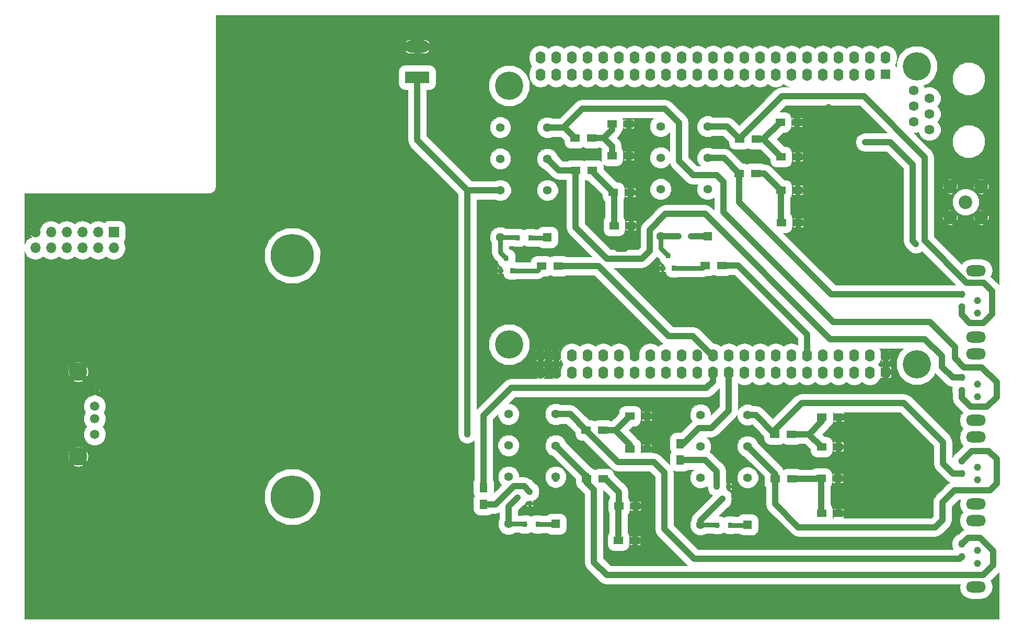
<source format=gbr>
G04 #@! TF.FileFunction,Copper,L2,Bot,Signal*
%FSLAX46Y46*%
G04 Gerber Fmt 4.6, Leading zero omitted, Abs format (unit mm)*
G04 Created by KiCad (PCBNEW 4.0.7-e2-6376~58~ubuntu16.04.1) date Wed Jul  4 08:34:24 2018*
%MOMM*%
%LPD*%
G01*
G04 APERTURE LIST*
%ADD10C,0.100000*%
%ADD11R,1.700000X1.700000*%
%ADD12O,1.700000X1.700000*%
%ADD13R,1.600000X1.600000*%
%ADD14O,1.600000X2.000000*%
%ADD15R,1.400000X1.400000*%
%ADD16C,1.400000*%
%ADD17C,4.572000*%
%ADD18R,3.960000X1.980000*%
%ADD19O,3.960000X1.980000*%
%ADD20C,1.500000*%
%ADD21C,3.000000*%
%ADD22R,0.900000X0.800000*%
%ADD23R,0.800000X0.900000*%
%ADD24C,1.160000*%
%ADD25O,3.200000X1.800000*%
%ADD26C,7.000000*%
%ADD27C,1.590000*%
%ADD28C,2.200000*%
%ADD29R,1.500000X1.300000*%
%ADD30R,1.300000X1.500000*%
%ADD31C,0.600000*%
%ADD32C,1.000000*%
%ADD33C,0.800000*%
%ADD34C,0.050000*%
G04 APERTURE END LIST*
D10*
D11*
X72476360Y-74432160D03*
D12*
X72476360Y-76972160D03*
X69936360Y-74432160D03*
X69936360Y-76972160D03*
X67396360Y-74432160D03*
X67396360Y-76972160D03*
X64856360Y-74432160D03*
X64856360Y-76972160D03*
X62316360Y-74432160D03*
X62316360Y-76972160D03*
X59776360Y-74432160D03*
X59776360Y-76972160D03*
D13*
X197457080Y-97053400D03*
D14*
X197457080Y-94413400D03*
X194917080Y-97153400D03*
X194917080Y-94413400D03*
X192377080Y-97153400D03*
X192377080Y-94413400D03*
X189837080Y-97153400D03*
X189837080Y-94413400D03*
X187297080Y-97153400D03*
X187297080Y-94413400D03*
X184757080Y-97153400D03*
X184757080Y-94413400D03*
X182217080Y-97153400D03*
X182217080Y-94413400D03*
X179677080Y-97153400D03*
X179677080Y-94413400D03*
X177137080Y-97153400D03*
X177137080Y-94413400D03*
X174597080Y-97153400D03*
X174597080Y-94413400D03*
X172057080Y-97153400D03*
X172057080Y-94413400D03*
X169517080Y-97153400D03*
X169517080Y-94413400D03*
X166977080Y-97153400D03*
X166977080Y-94413400D03*
X164437080Y-97153400D03*
X164437080Y-94413400D03*
X161897080Y-97153400D03*
X161897080Y-94413400D03*
X159357080Y-97153400D03*
X159357080Y-94413400D03*
X156817080Y-97153400D03*
X156817080Y-94413400D03*
X154277080Y-97153400D03*
X154277080Y-94413400D03*
X151737080Y-97153400D03*
X151737080Y-94413400D03*
X149197080Y-97153400D03*
X149197080Y-94413400D03*
X146657080Y-97153400D03*
X146657080Y-94413400D03*
X144117080Y-97153400D03*
X144117080Y-94413400D03*
X141577080Y-97153400D03*
X141577080Y-94413400D03*
D13*
X197457080Y-48793400D03*
D14*
X197457080Y-46153400D03*
X194917080Y-48893400D03*
X194917080Y-46153400D03*
X192377080Y-48893400D03*
X192377080Y-46153400D03*
X189837080Y-48893400D03*
X189837080Y-46153400D03*
X187297080Y-48893400D03*
X187297080Y-46153400D03*
X184757080Y-48893400D03*
X184757080Y-46153400D03*
X182217080Y-48893400D03*
X182217080Y-46153400D03*
X179677080Y-48893400D03*
X179677080Y-46153400D03*
X177137080Y-48893400D03*
X177137080Y-46153400D03*
X174597080Y-48893400D03*
X174597080Y-46153400D03*
X172057080Y-48893400D03*
X172057080Y-46153400D03*
X169517080Y-48893400D03*
X169517080Y-46153400D03*
X166977080Y-48893400D03*
X166977080Y-46153400D03*
X164437080Y-48893400D03*
X164437080Y-46153400D03*
X161897080Y-48893400D03*
X161897080Y-46153400D03*
X159357080Y-48893400D03*
X159357080Y-46153400D03*
X156817080Y-48893400D03*
X156817080Y-46153400D03*
X154277080Y-48893400D03*
X154277080Y-46153400D03*
X151737080Y-48893400D03*
X151737080Y-46153400D03*
X149197080Y-48893400D03*
X149197080Y-46153400D03*
X146657080Y-48893400D03*
X146657080Y-46153400D03*
X144117080Y-48893400D03*
X144117080Y-46153400D03*
X141577080Y-48893400D03*
X141577080Y-46153400D03*
D15*
X142699820Y-75233060D03*
D16*
X135079820Y-75233060D03*
X142699820Y-62543060D03*
X142699820Y-57453060D03*
X142699820Y-67613060D03*
X135069820Y-62523060D03*
X135069820Y-57443060D03*
X135079820Y-67613060D03*
D17*
X136497080Y-92608400D03*
X202537080Y-95783400D03*
X202537080Y-47523400D03*
X136497080Y-50698400D03*
D18*
X121615200Y-49339500D03*
D19*
X121615200Y-44339500D03*
D20*
X69352160Y-100055120D03*
X69352160Y-102595120D03*
X69352160Y-104625120D03*
X69352160Y-107165120D03*
D21*
X66682160Y-97005120D03*
X66682160Y-110725120D03*
D15*
X144033240Y-121679500D03*
D16*
X136413240Y-121679500D03*
X144033240Y-108989500D03*
X144033240Y-103899500D03*
X144033240Y-114059500D03*
X136403240Y-108969500D03*
X136403240Y-103889500D03*
X136413240Y-114059500D03*
D15*
X175120340Y-121791260D03*
D16*
X167500340Y-121791260D03*
X175120340Y-109101260D03*
X175120340Y-104011260D03*
X175120340Y-114171260D03*
X167490340Y-109081260D03*
X167490340Y-104001260D03*
X167500340Y-114171260D03*
D15*
X168656000Y-75057000D03*
D16*
X161036000Y-75057000D03*
X168656000Y-62367000D03*
X168656000Y-57277000D03*
X168656000Y-67437000D03*
X161026000Y-62347000D03*
X161026000Y-57267000D03*
X161036000Y-67437000D03*
D22*
X139828780Y-116438640D03*
X139828780Y-118338640D03*
X137828780Y-117388640D03*
D23*
X170121540Y-115598700D03*
X172021540Y-115598700D03*
X171071540Y-117598700D03*
X136982240Y-80623920D03*
X135082240Y-80623920D03*
X136032240Y-78623920D03*
X163212820Y-80240380D03*
X161312820Y-80240380D03*
X162262820Y-78240380D03*
D24*
X209786480Y-86510000D03*
X209786480Y-84470000D03*
X212336480Y-85490000D03*
X212336480Y-87530000D03*
D25*
X212136480Y-91380000D03*
X212136480Y-80620000D03*
D24*
X209786480Y-100010000D03*
X209786480Y-97970000D03*
X212336480Y-98990000D03*
X212336480Y-101030000D03*
D25*
X212136480Y-104880000D03*
X212136480Y-94120000D03*
D24*
X209786480Y-113510000D03*
X209786480Y-111470000D03*
X212336480Y-112490000D03*
X212336480Y-114530000D03*
D25*
X212136480Y-118380000D03*
X212136480Y-107620000D03*
D24*
X209786480Y-127010000D03*
X209786480Y-124970000D03*
X212336480Y-125990000D03*
X212336480Y-128030000D03*
D25*
X212136480Y-131880000D03*
X212136480Y-121120000D03*
D26*
X101369000Y-117303000D03*
X101369000Y-78203000D03*
D27*
X202036480Y-51439240D03*
X204576480Y-52709240D03*
X202036480Y-53979240D03*
X204576480Y-55249240D03*
X202036480Y-56519240D03*
X204576480Y-57789240D03*
D28*
X212949800Y-67025500D03*
X207949800Y-67025500D03*
X207949800Y-72025500D03*
X212949800Y-72025500D03*
X210449800Y-69525500D03*
D23*
X141118300Y-121719340D03*
X139018300Y-121719340D03*
X139947360Y-75303380D03*
X137847360Y-75303380D03*
X172322200Y-121859040D03*
X170222200Y-121859040D03*
X165997600Y-75039220D03*
X163897600Y-75039220D03*
D29*
X151730700Y-114355880D03*
X149030700Y-114355880D03*
X149990800Y-64363600D03*
X147290800Y-64363600D03*
X182276740Y-114388900D03*
X179576740Y-114388900D03*
X176477920Y-64876680D03*
X173777920Y-64876680D03*
X151654500Y-106474260D03*
X148954500Y-106474260D03*
X149863800Y-59131200D03*
X147163800Y-59131200D03*
X182236100Y-107119420D03*
X179536100Y-107119420D03*
X176533800Y-59344560D03*
X173833800Y-59344560D03*
X153381720Y-67978020D03*
X156081720Y-67978020D03*
X187018940Y-114294920D03*
X189718940Y-114294920D03*
X154275800Y-118772940D03*
X156975800Y-118772940D03*
X180539400Y-67589400D03*
X183239400Y-67589400D03*
X153526500Y-73342500D03*
X156226500Y-73342500D03*
X187128160Y-119936260D03*
X189828160Y-119936260D03*
X154191980Y-124360940D03*
X156891980Y-124360940D03*
X180615600Y-72847200D03*
X183315600Y-72847200D03*
X153158200Y-56857900D03*
X155858200Y-56857900D03*
X187166260Y-104353360D03*
X189866260Y-104353360D03*
X180427640Y-56606440D03*
X183127640Y-56606440D03*
X153183600Y-62026800D03*
X155883600Y-62026800D03*
X187090060Y-109153960D03*
X189790060Y-109153960D03*
X156079200Y-109509560D03*
X158779200Y-109509560D03*
X180539400Y-62217300D03*
X183239400Y-62217300D03*
D30*
X132379720Y-115774480D03*
X132379720Y-118474480D03*
X164203380Y-108649780D03*
X164203380Y-111349780D03*
D29*
X144486620Y-79880460D03*
X141786620Y-79880460D03*
X170971200Y-79832200D03*
X168271200Y-79832200D03*
X156079200Y-104175560D03*
X158779200Y-104175560D03*
D31*
X164734240Y-117012720D03*
X158587440Y-116789200D03*
X197479920Y-104439720D03*
X188214000Y-54178200D03*
X161780220Y-84800440D03*
X154144980Y-77142340D03*
X129745740Y-107144820D03*
X202397360Y-76360020D03*
X194127120Y-59847480D03*
D32*
X157972760Y-117012720D02*
X158363920Y-117012720D01*
X158363920Y-117012720D02*
X158587440Y-116789200D01*
X189866260Y-104353360D02*
X197393560Y-104353360D01*
X197393560Y-104353360D02*
X197479920Y-104439720D01*
X183127640Y-56606440D02*
X185785760Y-56606440D01*
X185785760Y-56606440D02*
X188214000Y-54178200D01*
X161780220Y-84800440D02*
X161780220Y-84983320D01*
X154144980Y-77142340D02*
X155206700Y-77142340D01*
X156226500Y-76122540D02*
X156226500Y-73342500D01*
X155206700Y-77142340D02*
X156226500Y-76122540D01*
X165997600Y-75039220D02*
X168638220Y-75039220D01*
X168638220Y-75039220D02*
X168656000Y-75057000D01*
D33*
X172322200Y-121859040D02*
X175052560Y-121859040D01*
X175052560Y-121859040D02*
X175120340Y-121791260D01*
X141118300Y-121719340D02*
X143993400Y-121719340D01*
X143993400Y-121719340D02*
X144033240Y-121679500D01*
X139947360Y-75303380D02*
X142629500Y-75303380D01*
X142629500Y-75303380D02*
X142699820Y-75233060D01*
D32*
X129754160Y-67613060D02*
X129754160Y-107122760D01*
X129745740Y-107131180D02*
X129745740Y-107144820D01*
X129754160Y-107122760D02*
X129745740Y-107131180D01*
X121615200Y-49339500D02*
X121615200Y-59474100D01*
X129754160Y-67613060D02*
X135079820Y-67613060D01*
X121615200Y-59474100D02*
X129754160Y-67613060D01*
X144033240Y-114059500D02*
X143917200Y-114059500D01*
X144033240Y-114059500D02*
X144033240Y-114327940D01*
D33*
X135079820Y-67613060D02*
X135065380Y-67627500D01*
D32*
X132379720Y-118474480D02*
X134326640Y-118474480D01*
X138949980Y-115559840D02*
X139828780Y-116438640D01*
X137241280Y-115559840D02*
X138949980Y-115559840D01*
X134326640Y-118474480D02*
X137241280Y-115559840D01*
X164203380Y-111349780D02*
X168291500Y-111349780D01*
X170121540Y-113179820D02*
X170121540Y-115598700D01*
X168291500Y-111349780D02*
X170121540Y-113179820D01*
D33*
X136982240Y-80623920D02*
X141043160Y-80623920D01*
X141043160Y-80623920D02*
X141786620Y-79880460D01*
X163212820Y-80240380D02*
X167863020Y-80240380D01*
X167863020Y-80240380D02*
X168271200Y-79832200D01*
D32*
X132379720Y-115774480D02*
X132379720Y-104094280D01*
X169517080Y-98585000D02*
X169517080Y-97053400D01*
X168445180Y-99656900D02*
X169517080Y-98585000D01*
X136817100Y-99656900D02*
X168445180Y-99656900D01*
X132379720Y-104094280D02*
X136817100Y-99656900D01*
X164203380Y-108649780D02*
X164687240Y-108649780D01*
X164687240Y-108649780D02*
X167220900Y-106116120D01*
X167220900Y-106116120D02*
X169270680Y-106116120D01*
X169270680Y-106116120D02*
X172057080Y-103329720D01*
X172057080Y-103329720D02*
X172057080Y-97053400D01*
X144486620Y-79880460D02*
X150959820Y-79880460D01*
X166255720Y-91252040D02*
X169517080Y-94513400D01*
X162331400Y-91252040D02*
X166255720Y-91252040D01*
X150959820Y-79880460D02*
X162331400Y-91252040D01*
X170971200Y-79832200D02*
X173598840Y-79832200D01*
X184757080Y-90990440D02*
X184757080Y-94513400D01*
X173598840Y-79832200D02*
X184757080Y-90990440D01*
X136413240Y-121679500D02*
X136413240Y-118804180D01*
X136413240Y-118804180D02*
X137828780Y-117388640D01*
D33*
X136413240Y-121679500D02*
X138978460Y-121679500D01*
X138978460Y-121679500D02*
X139018300Y-121719340D01*
X135079820Y-75233060D02*
X135079820Y-77671500D01*
X135079820Y-77671500D02*
X136032240Y-78623920D01*
X135079820Y-75233060D02*
X137777040Y-75233060D01*
X137777040Y-75233060D02*
X137847360Y-75303380D01*
D32*
X167500340Y-121791260D02*
X167500340Y-121169900D01*
X167500340Y-121169900D02*
X171071540Y-117598700D01*
D33*
X167500340Y-121791260D02*
X170154420Y-121791260D01*
X170154420Y-121791260D02*
X170222200Y-121859040D01*
D32*
X161036000Y-75057000D02*
X163879820Y-75057000D01*
X163879820Y-75057000D02*
X163897600Y-75039220D01*
D33*
X161036000Y-75057000D02*
X161036000Y-77013560D01*
X161036000Y-77013560D02*
X162262820Y-78240380D01*
D32*
X194127120Y-59847480D02*
X198264780Y-59847480D01*
X201891900Y-75854560D02*
X202397360Y-76360020D01*
X201891900Y-63474600D02*
X201891900Y-75854560D01*
X198264780Y-59847480D02*
X201891900Y-63474600D01*
X154191980Y-124360940D02*
X154191980Y-118856760D01*
X154191980Y-118856760D02*
X154275800Y-118772940D01*
X151730700Y-114355880D02*
X152074880Y-114355880D01*
X152074880Y-114355880D02*
X154275800Y-116556800D01*
X154275800Y-116556800D02*
X154275800Y-118772940D01*
X211084160Y-129959100D02*
X213283800Y-129959100D01*
X213283800Y-129959100D02*
X214942420Y-128300480D01*
X149030700Y-114355880D02*
X149030700Y-114982000D01*
X149030700Y-114982000D02*
X150215600Y-116166900D01*
X213283800Y-129959100D02*
X214942420Y-128300480D01*
X152311100Y-129959100D02*
X211084160Y-129959100D01*
X150215600Y-127863600D02*
X152311100Y-129959100D01*
X150215600Y-116166900D02*
X150215600Y-127863600D01*
X214942420Y-126077980D02*
X212750400Y-123885960D01*
X214942420Y-128300480D02*
X214942420Y-126077980D01*
X210870520Y-123885960D02*
X209786480Y-124970000D01*
X212750400Y-123885960D02*
X210870520Y-123885960D01*
X149030700Y-114355880D02*
X149030700Y-113811040D01*
X209786480Y-124970000D02*
X209786480Y-124731520D01*
X149030700Y-114355880D02*
X149030700Y-113986960D01*
X149030700Y-113986960D02*
X144033240Y-108989500D01*
X153526500Y-73342500D02*
X153526500Y-68122800D01*
X153526500Y-68122800D02*
X149990800Y-64587100D01*
X149990800Y-64587100D02*
X149990800Y-64363600D01*
X147290800Y-72123300D02*
X147290800Y-73643500D01*
X159258000Y-74066400D02*
X161853880Y-71470520D01*
X159258000Y-77457300D02*
X159258000Y-74066400D01*
X158038800Y-78676500D02*
X159258000Y-77457300D01*
X152323800Y-78676500D02*
X158038800Y-78676500D01*
X147290800Y-73643500D02*
X152323800Y-78676500D01*
X209786480Y-97970000D02*
X208345700Y-97970000D01*
X208345700Y-97970000D02*
X206578200Y-96202500D01*
X206578200Y-96202500D02*
X206578200Y-94488000D01*
X206578200Y-94488000D02*
X203835000Y-91744800D01*
X203835000Y-91744800D02*
X188501020Y-91744800D01*
X188501020Y-91744800D02*
X168226740Y-71470520D01*
X168226740Y-71470520D02*
X161853880Y-71470520D01*
X147290800Y-72123300D02*
X147290800Y-64363600D01*
X147290800Y-64363600D02*
X144520360Y-64363600D01*
X144520360Y-64363600D02*
X142699820Y-62543060D01*
X187018940Y-114294920D02*
X187018940Y-119827040D01*
X187018940Y-119827040D02*
X187128160Y-119936260D01*
X182276740Y-114388900D02*
X186924960Y-114388900D01*
X186924960Y-114388900D02*
X187018940Y-114294920D01*
X209786480Y-111470000D02*
X211396400Y-109860080D01*
X211396400Y-109860080D02*
X214160100Y-109860080D01*
X205526640Y-122209560D02*
X183342280Y-122209560D01*
X206672180Y-121064020D02*
X205526640Y-122209560D01*
X206672180Y-118186200D02*
X206672180Y-121064020D01*
X208655920Y-116202460D02*
X206672180Y-118186200D01*
X214355680Y-116202460D02*
X208655920Y-116202460D01*
X215473280Y-115084860D02*
X214355680Y-116202460D01*
X215473280Y-111173260D02*
X215473280Y-115084860D01*
X214160100Y-109860080D02*
X215473280Y-111173260D01*
X179576740Y-114388900D02*
X179576740Y-118444020D01*
X179576740Y-118444020D02*
X183342280Y-122209560D01*
X179576740Y-114388900D02*
X179576740Y-113557660D01*
X179576740Y-113557660D02*
X175120340Y-109101260D01*
D33*
X175120340Y-109101260D02*
X175166660Y-109101260D01*
D32*
X180539400Y-67589400D02*
X180539400Y-72771000D01*
X180539400Y-72771000D02*
X180615600Y-72847200D01*
X176477920Y-64876680D02*
X177826680Y-64876680D01*
X177826680Y-64876680D02*
X180539400Y-67589400D01*
X209786480Y-84470000D02*
X188670960Y-84470000D01*
X173777920Y-69576960D02*
X173777920Y-64876680D01*
X188670960Y-84470000D02*
X173777920Y-69576960D01*
X168656000Y-62367000D02*
X171268240Y-62367000D01*
X171268240Y-62367000D02*
X173777920Y-64876680D01*
X151654500Y-106474260D02*
X153720800Y-106474260D01*
X156079200Y-108832660D02*
X156079200Y-109509560D01*
X153720800Y-106474260D02*
X156079200Y-108832660D01*
X151654500Y-106474260D02*
X153780500Y-106474260D01*
X153780500Y-106474260D02*
X156079200Y-104175560D01*
X161632900Y-113520220D02*
X161632900Y-113360200D01*
X209445960Y-127350520D02*
X166466520Y-127350520D01*
X161632900Y-122516900D02*
X166466520Y-127350520D01*
X161632900Y-122516900D02*
X161632900Y-113520220D01*
X154151340Y-111671100D02*
X148954500Y-106474260D01*
X159943800Y-111671100D02*
X154151340Y-111671100D01*
X161632900Y-113360200D02*
X159943800Y-111671100D01*
X209445960Y-127350520D02*
X209786480Y-127010000D01*
X144033240Y-103899500D02*
X146379740Y-103899500D01*
X146379740Y-103899500D02*
X148954500Y-106474260D01*
X149863800Y-59131200D02*
X151790400Y-59131200D01*
X153183600Y-60524400D02*
X153183600Y-62026800D01*
X151790400Y-59131200D02*
X153183600Y-60524400D01*
X149863800Y-59131200D02*
X151810720Y-59131200D01*
X153158200Y-57783720D02*
X153158200Y-56857900D01*
X151810720Y-59131200D02*
X153158200Y-57783720D01*
X142699820Y-57453060D02*
X145315140Y-57453060D01*
X164007800Y-62920880D02*
X166270940Y-65184020D01*
X164007800Y-56680100D02*
X164007800Y-62920880D01*
X161772600Y-54444900D02*
X164007800Y-56680100D01*
X148323300Y-54444900D02*
X161772600Y-54444900D01*
X145315140Y-57453060D02*
X148323300Y-54444900D01*
X209786480Y-100010000D02*
X209786480Y-101239580D01*
X213908640Y-102679500D02*
X211226400Y-102679500D01*
X215473280Y-101114860D02*
X213908640Y-102679500D01*
X215473280Y-98712020D02*
X215473280Y-101114860D01*
X213070440Y-96309180D02*
X215473280Y-98712020D01*
X210192620Y-96309180D02*
X213070440Y-96309180D01*
X208711800Y-94828360D02*
X210192620Y-96309180D01*
X208711800Y-92984320D02*
X208711800Y-94828360D01*
X204688440Y-88960960D02*
X208711800Y-92984320D01*
X189011560Y-88960960D02*
X204688440Y-88960960D01*
X171221400Y-71170800D02*
X189011560Y-88960960D01*
X171221400Y-66294000D02*
X171221400Y-71170800D01*
X170111420Y-65184020D02*
X171221400Y-66294000D01*
X166270940Y-65184020D02*
X170111420Y-65184020D01*
X209786480Y-101239580D02*
X211226400Y-102679500D01*
X142699820Y-57453060D02*
X145485660Y-57453060D01*
X145485660Y-57453060D02*
X147163800Y-59131200D01*
X182236100Y-107119420D02*
X185125360Y-107119420D01*
X187166260Y-105078520D02*
X187166260Y-104353360D01*
X185125360Y-107119420D02*
X187166260Y-105078520D01*
X182236100Y-107119420D02*
X185055520Y-107119420D01*
X185055520Y-107119420D02*
X187090060Y-109153960D01*
X179536100Y-107119420D02*
X179536100Y-106457740D01*
X206756000Y-111861600D02*
X208404400Y-113510000D01*
X206756000Y-108407200D02*
X206756000Y-111861600D01*
X200441560Y-102092760D02*
X206756000Y-108407200D01*
X183901080Y-102092760D02*
X200441560Y-102092760D01*
X179536100Y-106457740D02*
X183901080Y-102092760D01*
X208404400Y-113510000D02*
X209786480Y-113510000D01*
X175120340Y-104011260D02*
X176427940Y-104011260D01*
X176427940Y-104011260D02*
X179536100Y-107119420D01*
X176533800Y-59344560D02*
X177666660Y-59344560D01*
X177666660Y-59344560D02*
X180539400Y-62217300D01*
X176533800Y-59344560D02*
X177689520Y-59344560D01*
X177689520Y-59344560D02*
X180427640Y-56606440D01*
X173833800Y-59344560D02*
X173833800Y-59241680D01*
X173833800Y-59241680D02*
X180660040Y-52415440D01*
X203794360Y-75773280D02*
X210621880Y-82600800D01*
X203794360Y-62250320D02*
X203794360Y-75773280D01*
X193959480Y-52415440D02*
X203794360Y-62250320D01*
X180660040Y-52415440D02*
X193959480Y-52415440D01*
X209786480Y-86510000D02*
X209786480Y-87790280D01*
X209786480Y-87790280D02*
X211112100Y-89115900D01*
X211112100Y-89115900D02*
X213283800Y-89115900D01*
X213283800Y-89115900D02*
X214731600Y-87668100D01*
X214731600Y-87668100D02*
X214731600Y-83972400D01*
X214731600Y-83972400D02*
X213360000Y-82600800D01*
X213360000Y-82600800D02*
X210621880Y-82600800D01*
X168656000Y-57277000D02*
X171766240Y-57277000D01*
X171766240Y-57277000D02*
X173833800Y-59344560D01*
D33*
X136403240Y-103889500D02*
X136556440Y-103889500D01*
X135069820Y-57443060D02*
X135069820Y-57505840D01*
D34*
G36*
X215826480Y-82918819D02*
X215809938Y-82894062D01*
X214508628Y-81592752D01*
X214666375Y-81356666D01*
X214812907Y-80620000D01*
X214666375Y-79883334D01*
X214249088Y-79258819D01*
X213624573Y-78841532D01*
X212887907Y-78695000D01*
X211385053Y-78695000D01*
X210648387Y-78841532D01*
X210023872Y-79258819D01*
X209788634Y-79610878D01*
X205319360Y-75141604D01*
X205319360Y-73154246D01*
X207492805Y-73154246D01*
X207655102Y-73239235D01*
X208142011Y-73259621D01*
X208244498Y-73239235D01*
X208406795Y-73154246D01*
X212492805Y-73154246D01*
X212655102Y-73239235D01*
X213142011Y-73259621D01*
X213244498Y-73239235D01*
X213406795Y-73154246D01*
X212949800Y-72697251D01*
X212492805Y-73154246D01*
X208406795Y-73154246D01*
X207949800Y-72697251D01*
X207492805Y-73154246D01*
X205319360Y-73154246D01*
X205319360Y-72217711D01*
X206715679Y-72217711D01*
X206736065Y-72320198D01*
X206821054Y-72482495D01*
X207278049Y-72025500D01*
X208621551Y-72025500D01*
X209078546Y-72482495D01*
X209163535Y-72320198D01*
X209167825Y-72217711D01*
X211715679Y-72217711D01*
X211736065Y-72320198D01*
X211821054Y-72482495D01*
X212278049Y-72025500D01*
X213621551Y-72025500D01*
X214078546Y-72482495D01*
X214163535Y-72320198D01*
X214183921Y-71833289D01*
X214163535Y-71730802D01*
X214078546Y-71568505D01*
X213621551Y-72025500D01*
X212278049Y-72025500D01*
X211821054Y-71568505D01*
X211736065Y-71730802D01*
X211715679Y-72217711D01*
X209167825Y-72217711D01*
X209183921Y-71833289D01*
X209163535Y-71730802D01*
X209078546Y-71568505D01*
X208621551Y-72025500D01*
X207278049Y-72025500D01*
X206821054Y-71568505D01*
X206736065Y-71730802D01*
X206715679Y-72217711D01*
X205319360Y-72217711D01*
X205319360Y-70896754D01*
X207492805Y-70896754D01*
X207949800Y-71353749D01*
X208406795Y-70896754D01*
X208244498Y-70811765D01*
X207757589Y-70791379D01*
X207655102Y-70811765D01*
X207492805Y-70896754D01*
X205319360Y-70896754D01*
X205319360Y-69946334D01*
X208324432Y-69946334D01*
X208647262Y-70727643D01*
X209244513Y-71325937D01*
X210025257Y-71650130D01*
X210870634Y-71650868D01*
X211651943Y-71328038D01*
X212083980Y-70896754D01*
X212492805Y-70896754D01*
X212949800Y-71353749D01*
X213406795Y-70896754D01*
X213244498Y-70811765D01*
X212757589Y-70791379D01*
X212655102Y-70811765D01*
X212492805Y-70896754D01*
X212083980Y-70896754D01*
X212250237Y-70730787D01*
X212574430Y-69950043D01*
X212575168Y-69104666D01*
X212252338Y-68323357D01*
X212083522Y-68154246D01*
X212492805Y-68154246D01*
X212655102Y-68239235D01*
X213142011Y-68259621D01*
X213244498Y-68239235D01*
X213406795Y-68154246D01*
X212949800Y-67697251D01*
X212492805Y-68154246D01*
X212083522Y-68154246D01*
X211655087Y-67725063D01*
X210874343Y-67400870D01*
X210028966Y-67400132D01*
X209247657Y-67722962D01*
X208649363Y-68320213D01*
X208325170Y-69100957D01*
X208324432Y-69946334D01*
X205319360Y-69946334D01*
X205319360Y-68154246D01*
X207492805Y-68154246D01*
X207655102Y-68239235D01*
X208142011Y-68259621D01*
X208244498Y-68239235D01*
X208406795Y-68154246D01*
X207949800Y-67697251D01*
X207492805Y-68154246D01*
X205319360Y-68154246D01*
X205319360Y-67217711D01*
X206715679Y-67217711D01*
X206736065Y-67320198D01*
X206821054Y-67482495D01*
X207278049Y-67025500D01*
X208621551Y-67025500D01*
X209078546Y-67482495D01*
X209163535Y-67320198D01*
X209167825Y-67217711D01*
X211715679Y-67217711D01*
X211736065Y-67320198D01*
X211821054Y-67482495D01*
X212278049Y-67025500D01*
X213621551Y-67025500D01*
X214078546Y-67482495D01*
X214163535Y-67320198D01*
X214183921Y-66833289D01*
X214163535Y-66730802D01*
X214078546Y-66568505D01*
X213621551Y-67025500D01*
X212278049Y-67025500D01*
X211821054Y-66568505D01*
X211736065Y-66730802D01*
X211715679Y-67217711D01*
X209167825Y-67217711D01*
X209183921Y-66833289D01*
X209163535Y-66730802D01*
X209078546Y-66568505D01*
X208621551Y-67025500D01*
X207278049Y-67025500D01*
X206821054Y-66568505D01*
X206736065Y-66730802D01*
X206715679Y-67217711D01*
X205319360Y-67217711D01*
X205319360Y-65896754D01*
X207492805Y-65896754D01*
X207949800Y-66353749D01*
X208406795Y-65896754D01*
X212492805Y-65896754D01*
X212949800Y-66353749D01*
X213406795Y-65896754D01*
X213244498Y-65811765D01*
X212757589Y-65791379D01*
X212655102Y-65811765D01*
X212492805Y-65896754D01*
X208406795Y-65896754D01*
X208244498Y-65811765D01*
X207757589Y-65791379D01*
X207655102Y-65811765D01*
X207492805Y-65896754D01*
X205319360Y-65896754D01*
X205319360Y-62250320D01*
X205203276Y-61666728D01*
X204872698Y-61171982D01*
X203914761Y-60214045D01*
X208276021Y-60214045D01*
X208678609Y-61188384D01*
X209423415Y-61934491D01*
X210397050Y-62338779D01*
X211451285Y-62339699D01*
X212425624Y-61937111D01*
X213171731Y-61192305D01*
X213576019Y-60218670D01*
X213576939Y-59164435D01*
X213174351Y-58190096D01*
X212429545Y-57443989D01*
X211455910Y-57039701D01*
X210401675Y-57038781D01*
X209427336Y-57441369D01*
X208681229Y-58186175D01*
X208276941Y-59159810D01*
X208276021Y-60214045D01*
X203914761Y-60214045D01*
X202039959Y-58339243D01*
X202396912Y-58339555D01*
X202770792Y-58185071D01*
X203032659Y-58818840D01*
X203544187Y-59331261D01*
X204212871Y-59608923D01*
X204936912Y-59609555D01*
X205606080Y-59333061D01*
X206118501Y-58821533D01*
X206396163Y-58152849D01*
X206396795Y-57428808D01*
X206120301Y-56759640D01*
X205880349Y-56519270D01*
X206118501Y-56281533D01*
X206396163Y-55612849D01*
X206396795Y-54888808D01*
X206120301Y-54219640D01*
X205880349Y-53979270D01*
X206118501Y-53741533D01*
X206396163Y-53072849D01*
X206396795Y-52348808D01*
X206120301Y-51679640D01*
X205608773Y-51167219D01*
X204940089Y-50889557D01*
X204216048Y-50888925D01*
X203842168Y-51043409D01*
X203673905Y-50636180D01*
X204410160Y-50331966D01*
X204688566Y-50054045D01*
X208276021Y-50054045D01*
X208678609Y-51028384D01*
X209423415Y-51774491D01*
X210397050Y-52178779D01*
X211451285Y-52179699D01*
X212425624Y-51777111D01*
X213171731Y-51032305D01*
X213576019Y-50058670D01*
X213576939Y-49004435D01*
X213174351Y-48030096D01*
X212429545Y-47283989D01*
X211455910Y-46879701D01*
X210401675Y-46878781D01*
X209427336Y-47281369D01*
X208681229Y-48026175D01*
X208276941Y-48999810D01*
X208276021Y-50054045D01*
X204688566Y-50054045D01*
X205342372Y-49401379D01*
X205847504Y-48184888D01*
X205848653Y-46867691D01*
X205345646Y-45650320D01*
X204415059Y-44718108D01*
X203198568Y-44212976D01*
X201881371Y-44211827D01*
X200664000Y-44714834D01*
X199731788Y-45645421D01*
X199226656Y-46861912D01*
X199226007Y-47606283D01*
X199016608Y-47280868D01*
X199143160Y-47091469D01*
X199282080Y-46393072D01*
X199282080Y-45913728D01*
X199143160Y-45215331D01*
X198747550Y-44623258D01*
X198155477Y-44227648D01*
X197457080Y-44088728D01*
X196758683Y-44227648D01*
X196187080Y-44609580D01*
X195615477Y-44227648D01*
X194917080Y-44088728D01*
X194218683Y-44227648D01*
X193647080Y-44609580D01*
X193075477Y-44227648D01*
X192377080Y-44088728D01*
X191678683Y-44227648D01*
X191107080Y-44609580D01*
X190535477Y-44227648D01*
X189837080Y-44088728D01*
X189138683Y-44227648D01*
X188567080Y-44609580D01*
X187995477Y-44227648D01*
X187297080Y-44088728D01*
X186598683Y-44227648D01*
X186027080Y-44609580D01*
X185455477Y-44227648D01*
X184757080Y-44088728D01*
X184058683Y-44227648D01*
X183487080Y-44609580D01*
X182915477Y-44227648D01*
X182217080Y-44088728D01*
X181518683Y-44227648D01*
X180947080Y-44609580D01*
X180375477Y-44227648D01*
X179677080Y-44088728D01*
X178978683Y-44227648D01*
X178407080Y-44609580D01*
X177835477Y-44227648D01*
X177137080Y-44088728D01*
X176438683Y-44227648D01*
X175867080Y-44609580D01*
X175295477Y-44227648D01*
X174597080Y-44088728D01*
X173898683Y-44227648D01*
X173327080Y-44609580D01*
X172755477Y-44227648D01*
X172057080Y-44088728D01*
X171358683Y-44227648D01*
X170787080Y-44609580D01*
X170215477Y-44227648D01*
X169517080Y-44088728D01*
X168818683Y-44227648D01*
X168247080Y-44609580D01*
X167675477Y-44227648D01*
X166977080Y-44088728D01*
X166278683Y-44227648D01*
X165707080Y-44609580D01*
X165135477Y-44227648D01*
X164437080Y-44088728D01*
X163738683Y-44227648D01*
X163167080Y-44609580D01*
X162595477Y-44227648D01*
X161897080Y-44088728D01*
X161198683Y-44227648D01*
X160627080Y-44609580D01*
X160055477Y-44227648D01*
X159357080Y-44088728D01*
X158658683Y-44227648D01*
X158087080Y-44609580D01*
X157515477Y-44227648D01*
X156817080Y-44088728D01*
X156118683Y-44227648D01*
X155547080Y-44609580D01*
X154975477Y-44227648D01*
X154277080Y-44088728D01*
X153578683Y-44227648D01*
X153007080Y-44609580D01*
X152435477Y-44227648D01*
X151737080Y-44088728D01*
X151038683Y-44227648D01*
X150467080Y-44609580D01*
X149895477Y-44227648D01*
X149197080Y-44088728D01*
X148498683Y-44227648D01*
X147927080Y-44609580D01*
X147355477Y-44227648D01*
X146657080Y-44088728D01*
X145958683Y-44227648D01*
X145387080Y-44609580D01*
X144815477Y-44227648D01*
X144117080Y-44088728D01*
X143418683Y-44227648D01*
X142847080Y-44609580D01*
X142275477Y-44227648D01*
X141577080Y-44088728D01*
X140878683Y-44227648D01*
X140286610Y-44623258D01*
X139891000Y-45215331D01*
X139752080Y-45913728D01*
X139752080Y-46393072D01*
X139891000Y-47091469D01*
X140179607Y-47523400D01*
X139891000Y-47955331D01*
X139752080Y-48653728D01*
X139752080Y-49133072D01*
X139891000Y-49831469D01*
X140286610Y-50423542D01*
X140878683Y-50819152D01*
X141577080Y-50958072D01*
X142275477Y-50819152D01*
X142847080Y-50437220D01*
X143418683Y-50819152D01*
X144117080Y-50958072D01*
X144815477Y-50819152D01*
X145387080Y-50437220D01*
X145958683Y-50819152D01*
X146657080Y-50958072D01*
X147355477Y-50819152D01*
X147927080Y-50437220D01*
X148498683Y-50819152D01*
X149197080Y-50958072D01*
X149895477Y-50819152D01*
X150467080Y-50437220D01*
X151038683Y-50819152D01*
X151737080Y-50958072D01*
X152435477Y-50819152D01*
X153007080Y-50437220D01*
X153578683Y-50819152D01*
X154277080Y-50958072D01*
X154975477Y-50819152D01*
X155547080Y-50437220D01*
X156118683Y-50819152D01*
X156817080Y-50958072D01*
X157515477Y-50819152D01*
X158087080Y-50437220D01*
X158658683Y-50819152D01*
X159357080Y-50958072D01*
X160055477Y-50819152D01*
X160627080Y-50437220D01*
X161198683Y-50819152D01*
X161897080Y-50958072D01*
X162595477Y-50819152D01*
X163167080Y-50437220D01*
X163738683Y-50819152D01*
X164437080Y-50958072D01*
X165135477Y-50819152D01*
X165707080Y-50437220D01*
X166278683Y-50819152D01*
X166977080Y-50958072D01*
X167675477Y-50819152D01*
X168247080Y-50437220D01*
X168818683Y-50819152D01*
X169517080Y-50958072D01*
X170215477Y-50819152D01*
X170787080Y-50437220D01*
X171358683Y-50819152D01*
X172057080Y-50958072D01*
X172755477Y-50819152D01*
X173327080Y-50437220D01*
X173898683Y-50819152D01*
X174597080Y-50958072D01*
X175295477Y-50819152D01*
X175867080Y-50437220D01*
X176438683Y-50819152D01*
X177137080Y-50958072D01*
X177835477Y-50819152D01*
X178407080Y-50437220D01*
X178978683Y-50819152D01*
X179677080Y-50958072D01*
X180375477Y-50819152D01*
X180947080Y-50437220D01*
X181518683Y-50819152D01*
X181877071Y-50890440D01*
X180660040Y-50890440D01*
X180076448Y-51006524D01*
X179581702Y-51337102D01*
X173782360Y-57136444D01*
X172844578Y-56198662D01*
X172349832Y-55868084D01*
X171766240Y-55752000D01*
X169481560Y-55752000D01*
X169000629Y-55552300D01*
X168314382Y-55551701D01*
X167680142Y-55813763D01*
X167194469Y-56298590D01*
X166931300Y-56932371D01*
X166930701Y-57618618D01*
X167192763Y-58252858D01*
X167677590Y-58738531D01*
X168311371Y-59001700D01*
X168997618Y-59002299D01*
X169482380Y-58802000D01*
X171134564Y-58802000D01*
X172038720Y-59706156D01*
X172038720Y-59994560D01*
X172110192Y-60374402D01*
X172334679Y-60723264D01*
X172677205Y-60957302D01*
X173083800Y-61039640D01*
X174583800Y-61039640D01*
X174963642Y-60968168D01*
X175184814Y-60825847D01*
X175377205Y-60957302D01*
X175783800Y-61039640D01*
X177205064Y-61039640D01*
X178744320Y-62578896D01*
X178744320Y-62867300D01*
X178815792Y-63247142D01*
X179040279Y-63596004D01*
X179382805Y-63830042D01*
X179789400Y-63912380D01*
X181289400Y-63912380D01*
X181669242Y-63840908D01*
X182018104Y-63616421D01*
X182252142Y-63273895D01*
X182334480Y-62867300D01*
X182334480Y-62573550D01*
X182364400Y-62573550D01*
X182364400Y-62892164D01*
X182383430Y-62938107D01*
X182418593Y-62973270D01*
X182464536Y-62992300D01*
X182833150Y-62992300D01*
X182864400Y-62961050D01*
X182864400Y-62542300D01*
X183614400Y-62542300D01*
X183614400Y-62961050D01*
X183645650Y-62992300D01*
X184014264Y-62992300D01*
X184060207Y-62973270D01*
X184095370Y-62938107D01*
X184114400Y-62892164D01*
X184114400Y-62573550D01*
X184083150Y-62542300D01*
X183614400Y-62542300D01*
X182864400Y-62542300D01*
X182395650Y-62542300D01*
X182364400Y-62573550D01*
X182334480Y-62573550D01*
X182334480Y-61567300D01*
X182329802Y-61542436D01*
X182364400Y-61542436D01*
X182364400Y-61861050D01*
X182395650Y-61892300D01*
X182864400Y-61892300D01*
X182864400Y-61473550D01*
X183614400Y-61473550D01*
X183614400Y-61892300D01*
X184083150Y-61892300D01*
X184114400Y-61861050D01*
X184114400Y-61542436D01*
X184095370Y-61496493D01*
X184060207Y-61461330D01*
X184014264Y-61442300D01*
X183645650Y-61442300D01*
X183614400Y-61473550D01*
X182864400Y-61473550D01*
X182833150Y-61442300D01*
X182464536Y-61442300D01*
X182418593Y-61461330D01*
X182383430Y-61496493D01*
X182364400Y-61542436D01*
X182329802Y-61542436D01*
X182263008Y-61187458D01*
X182038521Y-60838596D01*
X181695995Y-60604558D01*
X181289400Y-60522220D01*
X181000996Y-60522220D01*
X179834766Y-59355990D01*
X180889236Y-58301520D01*
X181177640Y-58301520D01*
X181557482Y-58230048D01*
X181906344Y-58005561D01*
X182140382Y-57663035D01*
X182222720Y-57256440D01*
X182222720Y-56962690D01*
X182252640Y-56962690D01*
X182252640Y-57281304D01*
X182271670Y-57327247D01*
X182306833Y-57362410D01*
X182352776Y-57381440D01*
X182721390Y-57381440D01*
X182752640Y-57350190D01*
X182752640Y-56931440D01*
X183502640Y-56931440D01*
X183502640Y-57350190D01*
X183533890Y-57381440D01*
X183902504Y-57381440D01*
X183948447Y-57362410D01*
X183983610Y-57327247D01*
X184002640Y-57281304D01*
X184002640Y-56962690D01*
X183971390Y-56931440D01*
X183502640Y-56931440D01*
X182752640Y-56931440D01*
X182283890Y-56931440D01*
X182252640Y-56962690D01*
X182222720Y-56962690D01*
X182222720Y-55956440D01*
X182218042Y-55931576D01*
X182252640Y-55931576D01*
X182252640Y-56250190D01*
X182283890Y-56281440D01*
X182752640Y-56281440D01*
X182752640Y-55862690D01*
X183502640Y-55862690D01*
X183502640Y-56281440D01*
X183971390Y-56281440D01*
X184002640Y-56250190D01*
X184002640Y-55931576D01*
X183983610Y-55885633D01*
X183948447Y-55850470D01*
X183902504Y-55831440D01*
X183533890Y-55831440D01*
X183502640Y-55862690D01*
X182752640Y-55862690D01*
X182721390Y-55831440D01*
X182352776Y-55831440D01*
X182306833Y-55850470D01*
X182271670Y-55885633D01*
X182252640Y-55931576D01*
X182218042Y-55931576D01*
X182151248Y-55576598D01*
X181926761Y-55227736D01*
X181584235Y-54993698D01*
X181177640Y-54911360D01*
X180320796Y-54911360D01*
X181291716Y-53940440D01*
X193327804Y-53940440D01*
X197709844Y-58322480D01*
X194127120Y-58322480D01*
X193543528Y-58438564D01*
X193048782Y-58769142D01*
X192718204Y-59263888D01*
X192602120Y-59847480D01*
X192718204Y-60431072D01*
X193048782Y-60925818D01*
X193543528Y-61256396D01*
X194127120Y-61372480D01*
X197633104Y-61372480D01*
X200366900Y-64106276D01*
X200366900Y-75854560D01*
X200482984Y-76438152D01*
X200813562Y-76932898D01*
X201319022Y-77438358D01*
X201813768Y-77768936D01*
X202397360Y-77885020D01*
X202980952Y-77768936D01*
X203372030Y-77507626D01*
X208809404Y-82945000D01*
X189302636Y-82945000D01*
X180899916Y-74542280D01*
X181365600Y-74542280D01*
X181745442Y-74470808D01*
X182094304Y-74246321D01*
X182328342Y-73903795D01*
X182410680Y-73497200D01*
X182410680Y-73203450D01*
X182440600Y-73203450D01*
X182440600Y-73522064D01*
X182459630Y-73568007D01*
X182494793Y-73603170D01*
X182540736Y-73622200D01*
X182909350Y-73622200D01*
X182940600Y-73590950D01*
X182940600Y-73172200D01*
X183690600Y-73172200D01*
X183690600Y-73590950D01*
X183721850Y-73622200D01*
X184090464Y-73622200D01*
X184136407Y-73603170D01*
X184171570Y-73568007D01*
X184190600Y-73522064D01*
X184190600Y-73203450D01*
X184159350Y-73172200D01*
X183690600Y-73172200D01*
X182940600Y-73172200D01*
X182471850Y-73172200D01*
X182440600Y-73203450D01*
X182410680Y-73203450D01*
X182410680Y-72197200D01*
X182406002Y-72172336D01*
X182440600Y-72172336D01*
X182440600Y-72490950D01*
X182471850Y-72522200D01*
X182940600Y-72522200D01*
X182940600Y-72103450D01*
X183690600Y-72103450D01*
X183690600Y-72522200D01*
X184159350Y-72522200D01*
X184190600Y-72490950D01*
X184190600Y-72172336D01*
X184171570Y-72126393D01*
X184136407Y-72091230D01*
X184090464Y-72072200D01*
X183721850Y-72072200D01*
X183690600Y-72103450D01*
X182940600Y-72103450D01*
X182909350Y-72072200D01*
X182540736Y-72072200D01*
X182494793Y-72091230D01*
X182459630Y-72126393D01*
X182440600Y-72172336D01*
X182406002Y-72172336D01*
X182339208Y-71817358D01*
X182114721Y-71468496D01*
X182064400Y-71434113D01*
X182064400Y-68920765D01*
X182252142Y-68645995D01*
X182334480Y-68239400D01*
X182334480Y-67945650D01*
X182364400Y-67945650D01*
X182364400Y-68264264D01*
X182383430Y-68310207D01*
X182418593Y-68345370D01*
X182464536Y-68364400D01*
X182833150Y-68364400D01*
X182864400Y-68333150D01*
X182864400Y-67914400D01*
X183614400Y-67914400D01*
X183614400Y-68333150D01*
X183645650Y-68364400D01*
X184014264Y-68364400D01*
X184060207Y-68345370D01*
X184095370Y-68310207D01*
X184114400Y-68264264D01*
X184114400Y-67945650D01*
X184083150Y-67914400D01*
X183614400Y-67914400D01*
X182864400Y-67914400D01*
X182395650Y-67914400D01*
X182364400Y-67945650D01*
X182334480Y-67945650D01*
X182334480Y-66939400D01*
X182329802Y-66914536D01*
X182364400Y-66914536D01*
X182364400Y-67233150D01*
X182395650Y-67264400D01*
X182864400Y-67264400D01*
X182864400Y-66845650D01*
X183614400Y-66845650D01*
X183614400Y-67264400D01*
X184083150Y-67264400D01*
X184114400Y-67233150D01*
X184114400Y-66914536D01*
X184095370Y-66868593D01*
X184060207Y-66833430D01*
X184014264Y-66814400D01*
X183645650Y-66814400D01*
X183614400Y-66845650D01*
X182864400Y-66845650D01*
X182833150Y-66814400D01*
X182464536Y-66814400D01*
X182418593Y-66833430D01*
X182383430Y-66868593D01*
X182364400Y-66914536D01*
X182329802Y-66914536D01*
X182263008Y-66559558D01*
X182038521Y-66210696D01*
X181695995Y-65976658D01*
X181289400Y-65894320D01*
X181000996Y-65894320D01*
X178905018Y-63798342D01*
X178410272Y-63467764D01*
X177826680Y-63351680D01*
X177762930Y-63351680D01*
X177634515Y-63263938D01*
X177227920Y-63181600D01*
X175727920Y-63181600D01*
X175348078Y-63253072D01*
X175126906Y-63395393D01*
X174934515Y-63263938D01*
X174527920Y-63181600D01*
X174239515Y-63181600D01*
X172346578Y-61288662D01*
X171851832Y-60958084D01*
X171268240Y-60842000D01*
X169481560Y-60842000D01*
X169000629Y-60642300D01*
X168314382Y-60641701D01*
X167680142Y-60903763D01*
X167194469Y-61388590D01*
X166931300Y-62022371D01*
X166930701Y-62708618D01*
X167192763Y-63342858D01*
X167508374Y-63659020D01*
X166902616Y-63659020D01*
X165532800Y-62289204D01*
X165532800Y-56680100D01*
X165416716Y-56096508D01*
X165086138Y-55601762D01*
X162850938Y-53366562D01*
X162356192Y-53035984D01*
X161772600Y-52919900D01*
X148323300Y-52919900D01*
X147739708Y-53035984D01*
X147244962Y-53366562D01*
X144683464Y-55928060D01*
X143525380Y-55928060D01*
X143044449Y-55728360D01*
X142358202Y-55727761D01*
X141723962Y-55989823D01*
X141238289Y-56474650D01*
X140975120Y-57108431D01*
X140974521Y-57794678D01*
X141236583Y-58428918D01*
X141721410Y-58914591D01*
X142355191Y-59177760D01*
X143041438Y-59178359D01*
X143526200Y-58978060D01*
X144853984Y-58978060D01*
X145368720Y-59492796D01*
X145368720Y-59781200D01*
X145440192Y-60161042D01*
X145664679Y-60509904D01*
X146007205Y-60743942D01*
X146413800Y-60826280D01*
X147913800Y-60826280D01*
X148293642Y-60754808D01*
X148514814Y-60612487D01*
X148707205Y-60743942D01*
X149113800Y-60826280D01*
X150613800Y-60826280D01*
X150993642Y-60754808D01*
X151146883Y-60656200D01*
X151158724Y-60656200D01*
X151471617Y-60969093D01*
X151470858Y-60970205D01*
X151388520Y-61376800D01*
X151388520Y-62676800D01*
X151440085Y-62950844D01*
X151147395Y-62750858D01*
X150740800Y-62668520D01*
X149240800Y-62668520D01*
X148860958Y-62739992D01*
X148639786Y-62882313D01*
X148447395Y-62750858D01*
X148040800Y-62668520D01*
X146540800Y-62668520D01*
X146160958Y-62739992D01*
X146007717Y-62838600D01*
X145152036Y-62838600D01*
X144361917Y-62048481D01*
X144163057Y-61567202D01*
X143678230Y-61081529D01*
X143044449Y-60818360D01*
X142358202Y-60817761D01*
X141723962Y-61079823D01*
X141238289Y-61564650D01*
X140975120Y-62198431D01*
X140974521Y-62884678D01*
X141236583Y-63518918D01*
X141721410Y-64004591D01*
X142205820Y-64205736D01*
X143442022Y-65441938D01*
X143936768Y-65772516D01*
X144520360Y-65888600D01*
X145765800Y-65888600D01*
X145765800Y-73643500D01*
X145881884Y-74227092D01*
X146212462Y-74721838D01*
X149846084Y-78355460D01*
X145771630Y-78355460D01*
X145643215Y-78267718D01*
X145236620Y-78185380D01*
X143736620Y-78185380D01*
X143356778Y-78256852D01*
X143135606Y-78399173D01*
X142943215Y-78267718D01*
X142536620Y-78185380D01*
X141036620Y-78185380D01*
X140656778Y-78256852D01*
X140307916Y-78481339D01*
X140073878Y-78823865D01*
X139997927Y-79198920D01*
X137728304Y-79198920D01*
X137462891Y-79145172D01*
X137477320Y-79073920D01*
X137477320Y-78173920D01*
X137405848Y-77794078D01*
X137181361Y-77445216D01*
X136838835Y-77211178D01*
X136582930Y-77159356D01*
X136504820Y-77081246D01*
X136504820Y-76658060D01*
X136955788Y-76658060D01*
X137040765Y-76716122D01*
X137447360Y-76798460D01*
X138247360Y-76798460D01*
X138627202Y-76726988D01*
X138899874Y-76551528D01*
X139140765Y-76716122D01*
X139547360Y-76798460D01*
X140347360Y-76798460D01*
X140719804Y-76728380D01*
X141348195Y-76728380D01*
X141593225Y-76895802D01*
X141999820Y-76978140D01*
X143399820Y-76978140D01*
X143779662Y-76906668D01*
X144128524Y-76682181D01*
X144362562Y-76339655D01*
X144444900Y-75933060D01*
X144444900Y-74533060D01*
X144373428Y-74153218D01*
X144148941Y-73804356D01*
X143806415Y-73570318D01*
X143399820Y-73487980D01*
X141999820Y-73487980D01*
X141619978Y-73559452D01*
X141271116Y-73783939D01*
X141206587Y-73878380D01*
X140693424Y-73878380D01*
X140347360Y-73808300D01*
X139547360Y-73808300D01*
X139167518Y-73879772D01*
X138894846Y-74055232D01*
X138653955Y-73890638D01*
X138247360Y-73808300D01*
X137778247Y-73808300D01*
X137777040Y-73808060D01*
X136094697Y-73808060D01*
X136058230Y-73771529D01*
X135424449Y-73508360D01*
X134738202Y-73507761D01*
X134103962Y-73769823D01*
X133618289Y-74254650D01*
X133355120Y-74888431D01*
X133354521Y-75574678D01*
X133616583Y-76208918D01*
X133654820Y-76247222D01*
X133654820Y-77671500D01*
X133763292Y-78216824D01*
X134072193Y-78679127D01*
X134615013Y-79221947D01*
X134658632Y-79453762D01*
X134883119Y-79802624D01*
X135225645Y-80036662D01*
X135308890Y-80053520D01*
X135282240Y-80080170D01*
X135282240Y-80398920D01*
X135482240Y-80398920D01*
X135482240Y-80848920D01*
X135282240Y-80848920D01*
X135282240Y-81167670D01*
X135313490Y-81198920D01*
X135507104Y-81198920D01*
X135553047Y-81179890D01*
X135556458Y-81176479D01*
X135608632Y-81453762D01*
X135833119Y-81802624D01*
X136175645Y-82036662D01*
X136582240Y-82119000D01*
X137382240Y-82119000D01*
X137754684Y-82048920D01*
X141043160Y-82048920D01*
X141588484Y-81940448D01*
X142050787Y-81631547D01*
X142106794Y-81575540D01*
X142536620Y-81575540D01*
X142916462Y-81504068D01*
X143137634Y-81361747D01*
X143330025Y-81493202D01*
X143736620Y-81575540D01*
X145236620Y-81575540D01*
X145616462Y-81504068D01*
X145769703Y-81405460D01*
X150328144Y-81405460D01*
X161253062Y-92330378D01*
X161421964Y-92443235D01*
X161198683Y-92487648D01*
X160627080Y-92869580D01*
X160055477Y-92487648D01*
X159357080Y-92348728D01*
X158658683Y-92487648D01*
X158066610Y-92883258D01*
X157671000Y-93475331D01*
X157606808Y-93798046D01*
X157399421Y-93534013D01*
X157342628Y-93452201D01*
X157217080Y-93414157D01*
X157217080Y-93938400D01*
X157312080Y-93938400D01*
X157312080Y-94888400D01*
X157217080Y-94888400D01*
X157217080Y-94908400D01*
X156417080Y-94908400D01*
X156417080Y-94888400D01*
X156322080Y-94888400D01*
X156322080Y-93938400D01*
X156417080Y-93938400D01*
X156417080Y-93414157D01*
X156291532Y-93452201D01*
X156234739Y-93534013D01*
X156027352Y-93798046D01*
X155963160Y-93475331D01*
X155567550Y-92883258D01*
X154975477Y-92487648D01*
X154277080Y-92348728D01*
X153578683Y-92487648D01*
X153007080Y-92869580D01*
X152435477Y-92487648D01*
X151737080Y-92348728D01*
X151038683Y-92487648D01*
X150467080Y-92869580D01*
X149895477Y-92487648D01*
X149197080Y-92348728D01*
X148498683Y-92487648D01*
X147927080Y-92869580D01*
X147355477Y-92487648D01*
X146657080Y-92348728D01*
X145958683Y-92487648D01*
X145366610Y-92883258D01*
X144971000Y-93475331D01*
X144906808Y-93798046D01*
X144699421Y-93534013D01*
X144642628Y-93452201D01*
X144517080Y-93414157D01*
X144517080Y-93938400D01*
X144612080Y-93938400D01*
X144612080Y-94888400D01*
X144517080Y-94888400D01*
X144517080Y-95412643D01*
X144642628Y-95374599D01*
X144699421Y-95292787D01*
X144906808Y-95028754D01*
X144971000Y-95351469D01*
X145259607Y-95783400D01*
X144971000Y-96215331D01*
X144906808Y-96538046D01*
X144699421Y-96274013D01*
X144642628Y-96192201D01*
X144517080Y-96154157D01*
X144517080Y-96678400D01*
X144612080Y-96678400D01*
X144612080Y-97628400D01*
X144517080Y-97628400D01*
X144517080Y-97648400D01*
X143717080Y-97648400D01*
X143717080Y-97628400D01*
X143296824Y-97628400D01*
X143319077Y-97758219D01*
X143534739Y-98032787D01*
X143591532Y-98114599D01*
X143642078Y-98129916D01*
X143642078Y-98131900D01*
X142052082Y-98131900D01*
X142052082Y-98129916D01*
X142102628Y-98114599D01*
X142159421Y-98032787D01*
X142375083Y-97758219D01*
X142397336Y-97628400D01*
X141977080Y-97628400D01*
X141977080Y-97648400D01*
X141177080Y-97648400D01*
X141177080Y-97628400D01*
X140756824Y-97628400D01*
X140779077Y-97758219D01*
X140994739Y-98032787D01*
X141051532Y-98114599D01*
X141102078Y-98129916D01*
X141102078Y-98131900D01*
X136817100Y-98131900D01*
X136233508Y-98247984D01*
X135738762Y-98578562D01*
X131301382Y-103015942D01*
X131279160Y-103049200D01*
X131279160Y-96678400D01*
X140756824Y-96678400D01*
X141177080Y-96678400D01*
X141977080Y-96678400D01*
X142397336Y-96678400D01*
X143296824Y-96678400D01*
X143717080Y-96678400D01*
X143717080Y-96154157D01*
X143591532Y-96192201D01*
X143534739Y-96274013D01*
X143319077Y-96548581D01*
X143296824Y-96678400D01*
X142397336Y-96678400D01*
X142375083Y-96548581D01*
X142159421Y-96274013D01*
X142102628Y-96192201D01*
X141977080Y-96154157D01*
X141977080Y-96678400D01*
X141177080Y-96678400D01*
X141177080Y-96154157D01*
X141051532Y-96192201D01*
X140994739Y-96274013D01*
X140779077Y-96548581D01*
X140756824Y-96678400D01*
X131279160Y-96678400D01*
X131279160Y-93264109D01*
X133185507Y-93264109D01*
X133688514Y-94481480D01*
X134619101Y-95413692D01*
X135835592Y-95918824D01*
X137152789Y-95919973D01*
X138370160Y-95416966D01*
X138899648Y-94888400D01*
X140756824Y-94888400D01*
X140779077Y-95018219D01*
X140994739Y-95292787D01*
X141051532Y-95374599D01*
X141177080Y-95412643D01*
X141177080Y-94888400D01*
X141977080Y-94888400D01*
X141977080Y-95412643D01*
X142102628Y-95374599D01*
X142159421Y-95292787D01*
X142375083Y-95018219D01*
X142397336Y-94888400D01*
X143296824Y-94888400D01*
X143319077Y-95018219D01*
X143534739Y-95292787D01*
X143591532Y-95374599D01*
X143717080Y-95412643D01*
X143717080Y-94888400D01*
X143296824Y-94888400D01*
X142397336Y-94888400D01*
X141977080Y-94888400D01*
X141177080Y-94888400D01*
X140756824Y-94888400D01*
X138899648Y-94888400D01*
X139302372Y-94486379D01*
X139529913Y-93938400D01*
X140756824Y-93938400D01*
X141177080Y-93938400D01*
X141977080Y-93938400D01*
X142397336Y-93938400D01*
X143296824Y-93938400D01*
X143717080Y-93938400D01*
X143717080Y-93414157D01*
X143591532Y-93452201D01*
X143534739Y-93534013D01*
X143319077Y-93808581D01*
X143296824Y-93938400D01*
X142397336Y-93938400D01*
X142375083Y-93808581D01*
X142159421Y-93534013D01*
X142102628Y-93452201D01*
X141977080Y-93414157D01*
X141977080Y-93938400D01*
X141177080Y-93938400D01*
X141177080Y-93414157D01*
X141051532Y-93452201D01*
X140994739Y-93534013D01*
X140779077Y-93808581D01*
X140756824Y-93938400D01*
X139529913Y-93938400D01*
X139807504Y-93269888D01*
X139808653Y-91952691D01*
X139305646Y-90735320D01*
X138375059Y-89803108D01*
X137158568Y-89297976D01*
X135841371Y-89296827D01*
X134624000Y-89799834D01*
X133691788Y-90730421D01*
X133186656Y-91946912D01*
X133185507Y-93264109D01*
X131279160Y-93264109D01*
X131279160Y-80880170D01*
X134557240Y-80880170D01*
X134557240Y-81098784D01*
X134576270Y-81144727D01*
X134611433Y-81179890D01*
X134657376Y-81198920D01*
X134850990Y-81198920D01*
X134882240Y-81167670D01*
X134882240Y-80848920D01*
X134588490Y-80848920D01*
X134557240Y-80880170D01*
X131279160Y-80880170D01*
X131279160Y-80149056D01*
X134557240Y-80149056D01*
X134557240Y-80367670D01*
X134588490Y-80398920D01*
X134882240Y-80398920D01*
X134882240Y-80080170D01*
X134850990Y-80048920D01*
X134657376Y-80048920D01*
X134611433Y-80067950D01*
X134576270Y-80103113D01*
X134557240Y-80149056D01*
X131279160Y-80149056D01*
X131279160Y-69138060D01*
X134254260Y-69138060D01*
X134735191Y-69337760D01*
X135421438Y-69338359D01*
X136055678Y-69076297D01*
X136541351Y-68591470D01*
X136804520Y-67957689D01*
X136804522Y-67954678D01*
X140974521Y-67954678D01*
X141236583Y-68588918D01*
X141721410Y-69074591D01*
X142355191Y-69337760D01*
X143041438Y-69338359D01*
X143675678Y-69076297D01*
X144161351Y-68591470D01*
X144424520Y-67957689D01*
X144425119Y-67271442D01*
X144163057Y-66637202D01*
X143678230Y-66151529D01*
X143044449Y-65888360D01*
X142358202Y-65887761D01*
X141723962Y-66149823D01*
X141238289Y-66634650D01*
X140975120Y-67268431D01*
X140974521Y-67954678D01*
X136804522Y-67954678D01*
X136805119Y-67271442D01*
X136543057Y-66637202D01*
X136058230Y-66151529D01*
X135424449Y-65888360D01*
X134738202Y-65887761D01*
X134253440Y-66088060D01*
X130385836Y-66088060D01*
X127162454Y-62864678D01*
X133344521Y-62864678D01*
X133606583Y-63498918D01*
X134091410Y-63984591D01*
X134725191Y-64247760D01*
X135411438Y-64248359D01*
X136045678Y-63986297D01*
X136531351Y-63501470D01*
X136794520Y-62867689D01*
X136795119Y-62181442D01*
X136533057Y-61547202D01*
X136048230Y-61061529D01*
X135414449Y-60798360D01*
X134728202Y-60797761D01*
X134093962Y-61059823D01*
X133608289Y-61544650D01*
X133345120Y-62178431D01*
X133344521Y-62864678D01*
X127162454Y-62864678D01*
X123140200Y-58842424D01*
X123140200Y-57784678D01*
X133344521Y-57784678D01*
X133606583Y-58418918D01*
X134091410Y-58904591D01*
X134725191Y-59167760D01*
X135411438Y-59168359D01*
X136045678Y-58906297D01*
X136531351Y-58421470D01*
X136794520Y-57787689D01*
X136795119Y-57101442D01*
X136533057Y-56467202D01*
X136048230Y-55981529D01*
X135414449Y-55718360D01*
X134728202Y-55717761D01*
X134093962Y-55979823D01*
X133608289Y-56464650D01*
X133345120Y-57098431D01*
X133344521Y-57784678D01*
X123140200Y-57784678D01*
X123140200Y-51374580D01*
X123595200Y-51374580D01*
X123703994Y-51354109D01*
X133185507Y-51354109D01*
X133688514Y-52571480D01*
X134619101Y-53503692D01*
X135835592Y-54008824D01*
X137152789Y-54009973D01*
X138370160Y-53506966D01*
X139302372Y-52576379D01*
X139807504Y-51359888D01*
X139808653Y-50042691D01*
X139305646Y-48825320D01*
X138375059Y-47893108D01*
X137158568Y-47387976D01*
X135841371Y-47386827D01*
X134624000Y-47889834D01*
X133691788Y-48820421D01*
X133186656Y-50036912D01*
X133185507Y-51354109D01*
X123703994Y-51354109D01*
X123975042Y-51303108D01*
X124323904Y-51078621D01*
X124557942Y-50736095D01*
X124640280Y-50329500D01*
X124640280Y-48349500D01*
X124568808Y-47969658D01*
X124344321Y-47620796D01*
X124001795Y-47386758D01*
X123595200Y-47304420D01*
X119635200Y-47304420D01*
X119255358Y-47375892D01*
X118906496Y-47600379D01*
X118672458Y-47942905D01*
X118590120Y-48349500D01*
X118590120Y-50329500D01*
X118661592Y-50709342D01*
X118886079Y-51058204D01*
X119228605Y-51292242D01*
X119635200Y-51374580D01*
X120090200Y-51374580D01*
X120090200Y-59474100D01*
X120206284Y-60057692D01*
X120536862Y-60552438D01*
X128229160Y-68244736D01*
X128229160Y-107088850D01*
X128220740Y-107131180D01*
X128220740Y-107144820D01*
X128336824Y-107728412D01*
X128667402Y-108223158D01*
X129162148Y-108553736D01*
X129745740Y-108669820D01*
X130329332Y-108553736D01*
X130824078Y-108223158D01*
X130854720Y-108177299D01*
X130854720Y-114489470D01*
X130766978Y-114617885D01*
X130684640Y-115024480D01*
X130684640Y-116524480D01*
X130756112Y-116904322D01*
X130898433Y-117125494D01*
X130766978Y-117317885D01*
X130684640Y-117724480D01*
X130684640Y-119224480D01*
X130756112Y-119604322D01*
X130980599Y-119953184D01*
X131323125Y-120187222D01*
X131729720Y-120269560D01*
X133029720Y-120269560D01*
X133409562Y-120198088D01*
X133718207Y-119999480D01*
X134326640Y-119999480D01*
X134888240Y-119887770D01*
X134888240Y-120853940D01*
X134688540Y-121334871D01*
X134687941Y-122021118D01*
X134950003Y-122655358D01*
X135434830Y-123141031D01*
X136068611Y-123404200D01*
X136754858Y-123404799D01*
X137389098Y-123142737D01*
X137427402Y-123104500D01*
X138171337Y-123104500D01*
X138211705Y-123132082D01*
X138618300Y-123214420D01*
X139418300Y-123214420D01*
X139798142Y-123142948D01*
X140070814Y-122967488D01*
X140311705Y-123132082D01*
X140718300Y-123214420D01*
X141518300Y-123214420D01*
X141890744Y-123144340D01*
X142637006Y-123144340D01*
X142926645Y-123342242D01*
X143333240Y-123424580D01*
X144733240Y-123424580D01*
X145113082Y-123353108D01*
X145461944Y-123128621D01*
X145695982Y-122786095D01*
X145778320Y-122379500D01*
X145778320Y-120979500D01*
X145706848Y-120599658D01*
X145482361Y-120250796D01*
X145139835Y-120016758D01*
X144733240Y-119934420D01*
X143333240Y-119934420D01*
X142953398Y-120005892D01*
X142604536Y-120230379D01*
X142560833Y-120294340D01*
X141864364Y-120294340D01*
X141518300Y-120224260D01*
X140718300Y-120224260D01*
X140338458Y-120295732D01*
X140065786Y-120471192D01*
X139824895Y-120306598D01*
X139418300Y-120224260D01*
X138618300Y-120224260D01*
X138457588Y-120254500D01*
X137938240Y-120254500D01*
X137938240Y-119435856D01*
X138601007Y-118773089D01*
X138658622Y-118762248D01*
X138957554Y-118569890D01*
X139253780Y-118569890D01*
X139253780Y-118763504D01*
X139272810Y-118809447D01*
X139307973Y-118844610D01*
X139353916Y-118863640D01*
X139572530Y-118863640D01*
X139603780Y-118832390D01*
X139603780Y-118538640D01*
X140053780Y-118538640D01*
X140053780Y-118832390D01*
X140085030Y-118863640D01*
X140303644Y-118863640D01*
X140349587Y-118844610D01*
X140384750Y-118809447D01*
X140403780Y-118763504D01*
X140403780Y-118569890D01*
X140372530Y-118538640D01*
X140053780Y-118538640D01*
X139603780Y-118538640D01*
X139285030Y-118538640D01*
X139253780Y-118569890D01*
X138957554Y-118569890D01*
X139007484Y-118537761D01*
X139241522Y-118195235D01*
X139258380Y-118111990D01*
X139285030Y-118138640D01*
X139603780Y-118138640D01*
X139603780Y-117938640D01*
X139703096Y-117938640D01*
X139828780Y-117963640D01*
X139954464Y-117938640D01*
X140053780Y-117938640D01*
X140053780Y-118138640D01*
X140372530Y-118138640D01*
X140403780Y-118107390D01*
X140403780Y-117913776D01*
X140384750Y-117867833D01*
X140381339Y-117864422D01*
X140658622Y-117812248D01*
X141007484Y-117587761D01*
X141241522Y-117245235D01*
X141323860Y-116838640D01*
X141323860Y-116589058D01*
X141353780Y-116438640D01*
X141323860Y-116288222D01*
X141323860Y-116038640D01*
X141252388Y-115658798D01*
X141027901Y-115309936D01*
X140685375Y-115075898D01*
X140606803Y-115059987D01*
X140028318Y-114481502D01*
X139908015Y-114401118D01*
X142307941Y-114401118D01*
X142570003Y-115035358D01*
X143054830Y-115521031D01*
X143244532Y-115599802D01*
X143449648Y-115736856D01*
X144033240Y-115852940D01*
X144616832Y-115736856D01*
X144820915Y-115600493D01*
X145009098Y-115522737D01*
X145494771Y-115037910D01*
X145757940Y-114404129D01*
X145758539Y-113717882D01*
X145496477Y-113083642D01*
X145011650Y-112597969D01*
X144377869Y-112334800D01*
X143691622Y-112334201D01*
X143057382Y-112596263D01*
X142571709Y-113081090D01*
X142308540Y-113714871D01*
X142307941Y-114401118D01*
X139908015Y-114401118D01*
X139533572Y-114150924D01*
X138949980Y-114034840D01*
X138138262Y-114034840D01*
X138138539Y-113717882D01*
X137876477Y-113083642D01*
X137391650Y-112597969D01*
X136757869Y-112334800D01*
X136071622Y-112334201D01*
X135437382Y-112596263D01*
X134951709Y-113081090D01*
X134688540Y-113714871D01*
X134687941Y-114401118D01*
X134950003Y-115035358D01*
X135279257Y-115365187D01*
X134063332Y-116581112D01*
X134074800Y-116524480D01*
X134074800Y-115024480D01*
X134003328Y-114644638D01*
X133904720Y-114491397D01*
X133904720Y-109311118D01*
X134677941Y-109311118D01*
X134940003Y-109945358D01*
X135424830Y-110431031D01*
X136058611Y-110694200D01*
X136744858Y-110694799D01*
X137379098Y-110432737D01*
X137864771Y-109947910D01*
X138127940Y-109314129D01*
X138128539Y-108627882D01*
X137866477Y-107993642D01*
X137381650Y-107507969D01*
X136747869Y-107244800D01*
X136061622Y-107244201D01*
X135427382Y-107506263D01*
X134941709Y-107991090D01*
X134678540Y-108624871D01*
X134677941Y-109311118D01*
X133904720Y-109311118D01*
X133904720Y-104725956D01*
X134678184Y-103952492D01*
X134677941Y-104231118D01*
X134940003Y-104865358D01*
X135424830Y-105351031D01*
X136058611Y-105614200D01*
X136744858Y-105614799D01*
X137379098Y-105352737D01*
X137864771Y-104867910D01*
X138127940Y-104234129D01*
X138128539Y-103547882D01*
X137866477Y-102913642D01*
X137381650Y-102427969D01*
X136747869Y-102164800D01*
X136466122Y-102164554D01*
X137448776Y-101181900D01*
X168445180Y-101181900D01*
X169028772Y-101065816D01*
X169523518Y-100735238D01*
X170532080Y-99726676D01*
X170532080Y-102698044D01*
X169215329Y-104014795D01*
X169215639Y-103659642D01*
X168953577Y-103025402D01*
X168468750Y-102539729D01*
X167834969Y-102276560D01*
X167148722Y-102275961D01*
X166514482Y-102538023D01*
X166028809Y-103022850D01*
X165765640Y-103656631D01*
X165765041Y-104342878D01*
X166027103Y-104977118D01*
X166115088Y-105065256D01*
X164325644Y-106854700D01*
X163553380Y-106854700D01*
X163173538Y-106926172D01*
X162824676Y-107150659D01*
X162590638Y-107493185D01*
X162508300Y-107899780D01*
X162508300Y-109399780D01*
X162579772Y-109779622D01*
X162722093Y-110000794D01*
X162590638Y-110193185D01*
X162508300Y-110599780D01*
X162508300Y-112078924D01*
X161022138Y-110592762D01*
X160527392Y-110262184D01*
X159943800Y-110146100D01*
X159654200Y-110146100D01*
X159654200Y-109865810D01*
X159622950Y-109834560D01*
X159154200Y-109834560D01*
X159154200Y-110004560D01*
X158404200Y-110004560D01*
X158404200Y-109834560D01*
X157935450Y-109834560D01*
X157904200Y-109865810D01*
X157904200Y-110146100D01*
X157874280Y-110146100D01*
X157874280Y-108859560D01*
X157869602Y-108834696D01*
X157904200Y-108834696D01*
X157904200Y-109153310D01*
X157935450Y-109184560D01*
X158404200Y-109184560D01*
X158404200Y-108765810D01*
X159154200Y-108765810D01*
X159154200Y-109184560D01*
X159622950Y-109184560D01*
X159654200Y-109153310D01*
X159654200Y-108834696D01*
X159635170Y-108788753D01*
X159600007Y-108753590D01*
X159554064Y-108734560D01*
X159185450Y-108734560D01*
X159154200Y-108765810D01*
X158404200Y-108765810D01*
X158372950Y-108734560D01*
X158004336Y-108734560D01*
X157958393Y-108753590D01*
X157923230Y-108788753D01*
X157904200Y-108834696D01*
X157869602Y-108834696D01*
X157802808Y-108479718D01*
X157578321Y-108130856D01*
X157266995Y-107918136D01*
X157157538Y-107754322D01*
X155907326Y-106504110D01*
X156540796Y-105870640D01*
X156829200Y-105870640D01*
X157209042Y-105799168D01*
X157557904Y-105574681D01*
X157791942Y-105232155D01*
X157874280Y-104825560D01*
X157874280Y-104531810D01*
X157904200Y-104531810D01*
X157904200Y-104850424D01*
X157923230Y-104896367D01*
X157958393Y-104931530D01*
X158004336Y-104950560D01*
X158372950Y-104950560D01*
X158404200Y-104919310D01*
X158404200Y-104500560D01*
X159154200Y-104500560D01*
X159154200Y-104919310D01*
X159185450Y-104950560D01*
X159554064Y-104950560D01*
X159600007Y-104931530D01*
X159635170Y-104896367D01*
X159654200Y-104850424D01*
X159654200Y-104531810D01*
X159622950Y-104500560D01*
X159154200Y-104500560D01*
X158404200Y-104500560D01*
X157935450Y-104500560D01*
X157904200Y-104531810D01*
X157874280Y-104531810D01*
X157874280Y-103525560D01*
X157869602Y-103500696D01*
X157904200Y-103500696D01*
X157904200Y-103819310D01*
X157935450Y-103850560D01*
X158404200Y-103850560D01*
X158404200Y-103431810D01*
X159154200Y-103431810D01*
X159154200Y-103850560D01*
X159622950Y-103850560D01*
X159654200Y-103819310D01*
X159654200Y-103500696D01*
X159635170Y-103454753D01*
X159600007Y-103419590D01*
X159554064Y-103400560D01*
X159185450Y-103400560D01*
X159154200Y-103431810D01*
X158404200Y-103431810D01*
X158372950Y-103400560D01*
X158004336Y-103400560D01*
X157958393Y-103419590D01*
X157923230Y-103454753D01*
X157904200Y-103500696D01*
X157869602Y-103500696D01*
X157802808Y-103145718D01*
X157578321Y-102796856D01*
X157235795Y-102562818D01*
X156829200Y-102480480D01*
X155329200Y-102480480D01*
X154949358Y-102551952D01*
X154600496Y-102776439D01*
X154366458Y-103118965D01*
X154284120Y-103525560D01*
X154284120Y-103813964D01*
X153148824Y-104949260D01*
X152939510Y-104949260D01*
X152811095Y-104861518D01*
X152404500Y-104779180D01*
X150904500Y-104779180D01*
X150524658Y-104850652D01*
X150303486Y-104992973D01*
X150111095Y-104861518D01*
X149704500Y-104779180D01*
X149416095Y-104779180D01*
X147458078Y-102821162D01*
X146963332Y-102490584D01*
X146379740Y-102374500D01*
X144858800Y-102374500D01*
X144377869Y-102174800D01*
X143691622Y-102174201D01*
X143057382Y-102436263D01*
X142571709Y-102921090D01*
X142308540Y-103554871D01*
X142307941Y-104241118D01*
X142570003Y-104875358D01*
X143054830Y-105361031D01*
X143688611Y-105624200D01*
X144374858Y-105624799D01*
X144859620Y-105424500D01*
X145748064Y-105424500D01*
X147159420Y-106835855D01*
X147159420Y-107124260D01*
X147230892Y-107504102D01*
X147455379Y-107852964D01*
X147797905Y-108087002D01*
X148204500Y-108169340D01*
X148492904Y-108169340D01*
X153073002Y-112749438D01*
X153567748Y-113080016D01*
X154151340Y-113196101D01*
X154151345Y-113196100D01*
X159312124Y-113196100D01*
X160107900Y-113991876D01*
X160107900Y-122516900D01*
X160223984Y-123100492D01*
X160554562Y-123595238D01*
X165388182Y-128428858D01*
X165396027Y-128434100D01*
X152942776Y-128434100D01*
X151740600Y-127231924D01*
X151740600Y-116178276D01*
X152750800Y-117188476D01*
X152750800Y-117441575D01*
X152563058Y-117716345D01*
X152480720Y-118122940D01*
X152480720Y-119422940D01*
X152552192Y-119802782D01*
X152666980Y-119981167D01*
X152666980Y-123029575D01*
X152479238Y-123304345D01*
X152396900Y-123710940D01*
X152396900Y-125010940D01*
X152468372Y-125390782D01*
X152692859Y-125739644D01*
X153035385Y-125973682D01*
X153441980Y-126056020D01*
X154941980Y-126056020D01*
X155321822Y-125984548D01*
X155670684Y-125760061D01*
X155904722Y-125417535D01*
X155987060Y-125010940D01*
X155987060Y-124717190D01*
X156016980Y-124717190D01*
X156016980Y-125035804D01*
X156036010Y-125081747D01*
X156071173Y-125116910D01*
X156117116Y-125135940D01*
X156485730Y-125135940D01*
X156516980Y-125104690D01*
X156516980Y-124685940D01*
X157266980Y-124685940D01*
X157266980Y-125104690D01*
X157298230Y-125135940D01*
X157666844Y-125135940D01*
X157712787Y-125116910D01*
X157747950Y-125081747D01*
X157766980Y-125035804D01*
X157766980Y-124717190D01*
X157735730Y-124685940D01*
X157266980Y-124685940D01*
X156516980Y-124685940D01*
X156048230Y-124685940D01*
X156016980Y-124717190D01*
X155987060Y-124717190D01*
X155987060Y-123710940D01*
X155982382Y-123686076D01*
X156016980Y-123686076D01*
X156016980Y-124004690D01*
X156048230Y-124035940D01*
X156516980Y-124035940D01*
X156516980Y-123617190D01*
X157266980Y-123617190D01*
X157266980Y-124035940D01*
X157735730Y-124035940D01*
X157766980Y-124004690D01*
X157766980Y-123686076D01*
X157747950Y-123640133D01*
X157712787Y-123604970D01*
X157666844Y-123585940D01*
X157298230Y-123585940D01*
X157266980Y-123617190D01*
X156516980Y-123617190D01*
X156485730Y-123585940D01*
X156117116Y-123585940D01*
X156071173Y-123604970D01*
X156036010Y-123640133D01*
X156016980Y-123686076D01*
X155982382Y-123686076D01*
X155915588Y-123331098D01*
X155716980Y-123022453D01*
X155716980Y-120196207D01*
X155754504Y-120172061D01*
X155988542Y-119829535D01*
X156070880Y-119422940D01*
X156070880Y-119129190D01*
X156100800Y-119129190D01*
X156100800Y-119447804D01*
X156119830Y-119493747D01*
X156154993Y-119528910D01*
X156200936Y-119547940D01*
X156569550Y-119547940D01*
X156600800Y-119516690D01*
X156600800Y-119097940D01*
X157350800Y-119097940D01*
X157350800Y-119516690D01*
X157382050Y-119547940D01*
X157750664Y-119547940D01*
X157796607Y-119528910D01*
X157831770Y-119493747D01*
X157850800Y-119447804D01*
X157850800Y-119129190D01*
X157819550Y-119097940D01*
X157350800Y-119097940D01*
X156600800Y-119097940D01*
X156132050Y-119097940D01*
X156100800Y-119129190D01*
X156070880Y-119129190D01*
X156070880Y-118122940D01*
X156066202Y-118098076D01*
X156100800Y-118098076D01*
X156100800Y-118416690D01*
X156132050Y-118447940D01*
X156600800Y-118447940D01*
X156600800Y-118029190D01*
X157350800Y-118029190D01*
X157350800Y-118447940D01*
X157819550Y-118447940D01*
X157850800Y-118416690D01*
X157850800Y-118098076D01*
X157831770Y-118052133D01*
X157796607Y-118016970D01*
X157750664Y-117997940D01*
X157382050Y-117997940D01*
X157350800Y-118029190D01*
X156600800Y-118029190D01*
X156569550Y-117997940D01*
X156200936Y-117997940D01*
X156154993Y-118016970D01*
X156119830Y-118052133D01*
X156100800Y-118098076D01*
X156066202Y-118098076D01*
X155999408Y-117743098D01*
X155800800Y-117434453D01*
X155800800Y-116556800D01*
X155684716Y-115973208D01*
X155354138Y-115478462D01*
X153512853Y-113637177D01*
X153454308Y-113326038D01*
X153229821Y-112977176D01*
X152887295Y-112743138D01*
X152480700Y-112660800D01*
X150980700Y-112660800D01*
X150600858Y-112732272D01*
X150379686Y-112874593D01*
X150187295Y-112743138D01*
X150097417Y-112724937D01*
X149614292Y-112402124D01*
X149599622Y-112399206D01*
X145695337Y-108494921D01*
X145496477Y-108013642D01*
X145011650Y-107527969D01*
X144377869Y-107264800D01*
X143691622Y-107264201D01*
X143057382Y-107526263D01*
X142571709Y-108011090D01*
X142308540Y-108644871D01*
X142307941Y-109331118D01*
X142570003Y-109965358D01*
X143054830Y-110451031D01*
X143539240Y-110652176D01*
X147235620Y-114348556D01*
X147235620Y-115005880D01*
X147307092Y-115385722D01*
X147531579Y-115734584D01*
X147874105Y-115968622D01*
X147893736Y-115972597D01*
X147952362Y-116060338D01*
X148690600Y-116798576D01*
X148690600Y-127863600D01*
X148806684Y-128447192D01*
X149137262Y-128941938D01*
X151232762Y-131037438D01*
X151727508Y-131368016D01*
X152311100Y-131484101D01*
X152311105Y-131484100D01*
X209538802Y-131484100D01*
X209460053Y-131880000D01*
X209606585Y-132616666D01*
X210023872Y-133241181D01*
X210648387Y-133658468D01*
X211385053Y-133805000D01*
X212887907Y-133805000D01*
X213624573Y-133658468D01*
X214249088Y-133241181D01*
X214666375Y-132616666D01*
X214812907Y-131880000D01*
X214666375Y-131143334D01*
X214502099Y-130897477D01*
X215826480Y-129573096D01*
X215826480Y-137030280D01*
X88008529Y-137030280D01*
X87995760Y-137027740D01*
X58011240Y-137027740D01*
X58011240Y-118199129D01*
X96843216Y-118199129D01*
X97530655Y-119862858D01*
X98802447Y-121136871D01*
X100464973Y-121827213D01*
X102265129Y-121828784D01*
X103928858Y-121141345D01*
X105202871Y-119869553D01*
X105893213Y-118207027D01*
X105894784Y-116406871D01*
X105207345Y-114743142D01*
X103935553Y-113469129D01*
X102273027Y-112778787D01*
X100472871Y-112777216D01*
X98809142Y-113464655D01*
X97535129Y-114736447D01*
X96844787Y-116398973D01*
X96843216Y-118199129D01*
X58011240Y-118199129D01*
X58011240Y-112160292D01*
X65918739Y-112160292D01*
X66133459Y-112288460D01*
X66773491Y-112379437D01*
X67230861Y-112288460D01*
X67445581Y-112160292D01*
X66682160Y-111396871D01*
X65918739Y-112160292D01*
X58011240Y-112160292D01*
X58011240Y-110816451D01*
X65027843Y-110816451D01*
X65118820Y-111273821D01*
X65246988Y-111488541D01*
X66010409Y-110725120D01*
X67353911Y-110725120D01*
X68117332Y-111488541D01*
X68245500Y-111273821D01*
X68336477Y-110633789D01*
X68245500Y-110176419D01*
X68117332Y-109961699D01*
X67353911Y-110725120D01*
X66010409Y-110725120D01*
X65246988Y-109961699D01*
X65118820Y-110176419D01*
X65027843Y-110816451D01*
X58011240Y-110816451D01*
X58011240Y-109289948D01*
X65918739Y-109289948D01*
X66682160Y-110053369D01*
X67445581Y-109289948D01*
X67230861Y-109161780D01*
X66590829Y-109070803D01*
X66133459Y-109161780D01*
X65918739Y-109289948D01*
X58011240Y-109289948D01*
X58011240Y-102946640D01*
X67576853Y-102946640D01*
X67846511Y-103599263D01*
X67856931Y-103609701D01*
X67848266Y-103618351D01*
X67577469Y-104270502D01*
X67576853Y-104976640D01*
X67846511Y-105629263D01*
X68111931Y-105895146D01*
X67848266Y-106158351D01*
X67577469Y-106810502D01*
X67576853Y-107516640D01*
X67846511Y-108169263D01*
X68345391Y-108669014D01*
X68997542Y-108939811D01*
X69703680Y-108940427D01*
X70356303Y-108670769D01*
X70856054Y-108171889D01*
X71126851Y-107519738D01*
X71127467Y-106813600D01*
X70857809Y-106160977D01*
X70592389Y-105895094D01*
X70856054Y-105631889D01*
X71126851Y-104979738D01*
X71127467Y-104273600D01*
X70857809Y-103620977D01*
X70847389Y-103610539D01*
X70856054Y-103601889D01*
X71126851Y-102949738D01*
X71127467Y-102243600D01*
X70857809Y-101590977D01*
X70358929Y-101091226D01*
X69706778Y-100820429D01*
X69587035Y-100820325D01*
X69352160Y-100585450D01*
X69117695Y-100819915D01*
X69000640Y-100819813D01*
X68348017Y-101089471D01*
X67848266Y-101588351D01*
X67577469Y-102240502D01*
X67576853Y-102946640D01*
X58011240Y-102946640D01*
X58011240Y-99882688D01*
X68476840Y-99882688D01*
X68476840Y-100227552D01*
X68539040Y-100337910D01*
X68821830Y-100055120D01*
X69882490Y-100055120D01*
X70165280Y-100337910D01*
X70227480Y-100227552D01*
X70227480Y-99882688D01*
X70165280Y-99772330D01*
X69882490Y-100055120D01*
X68821830Y-100055120D01*
X68539040Y-99772330D01*
X68476840Y-99882688D01*
X58011240Y-99882688D01*
X58011240Y-99242000D01*
X69069370Y-99242000D01*
X69352160Y-99524790D01*
X69634950Y-99242000D01*
X69524592Y-99179800D01*
X69179728Y-99179800D01*
X69069370Y-99242000D01*
X58011240Y-99242000D01*
X58011240Y-98440292D01*
X65918739Y-98440292D01*
X66133459Y-98568460D01*
X66773491Y-98659437D01*
X67230861Y-98568460D01*
X67445581Y-98440292D01*
X66682160Y-97676871D01*
X65918739Y-98440292D01*
X58011240Y-98440292D01*
X58011240Y-97096451D01*
X65027843Y-97096451D01*
X65118820Y-97553821D01*
X65246988Y-97768541D01*
X66010409Y-97005120D01*
X67353911Y-97005120D01*
X68117332Y-97768541D01*
X68245500Y-97553821D01*
X68336477Y-96913789D01*
X68245500Y-96456419D01*
X68117332Y-96241699D01*
X67353911Y-97005120D01*
X66010409Y-97005120D01*
X65246988Y-96241699D01*
X65118820Y-96456419D01*
X65027843Y-97096451D01*
X58011240Y-97096451D01*
X58011240Y-95569948D01*
X65918739Y-95569948D01*
X66682160Y-96333369D01*
X67445581Y-95569948D01*
X67230861Y-95441780D01*
X66590829Y-95350803D01*
X66133459Y-95441780D01*
X65918739Y-95569948D01*
X58011240Y-95569948D01*
X58011240Y-79099129D01*
X96843216Y-79099129D01*
X97530655Y-80762858D01*
X98802447Y-82036871D01*
X100464973Y-82727213D01*
X102265129Y-82728784D01*
X103928858Y-82041345D01*
X105202871Y-80769553D01*
X105893213Y-79107027D01*
X105894784Y-77306871D01*
X105207345Y-75643142D01*
X103935553Y-74369129D01*
X102273027Y-73678787D01*
X100472871Y-73677216D01*
X98809142Y-74364655D01*
X97535129Y-75636447D01*
X96844787Y-77298973D01*
X96843216Y-79099129D01*
X58011240Y-79099129D01*
X58011240Y-77561296D01*
X58044086Y-77726424D01*
X58450535Y-78334718D01*
X59058829Y-78741167D01*
X59776360Y-78883893D01*
X60493891Y-78741167D01*
X61046360Y-78372019D01*
X61598829Y-78741167D01*
X62316360Y-78883893D01*
X63033891Y-78741167D01*
X63586360Y-78372019D01*
X64138829Y-78741167D01*
X64856360Y-78883893D01*
X65573891Y-78741167D01*
X66126360Y-78372019D01*
X66678829Y-78741167D01*
X67396360Y-78883893D01*
X68113891Y-78741167D01*
X68666360Y-78372019D01*
X69218829Y-78741167D01*
X69936360Y-78883893D01*
X70653891Y-78741167D01*
X71206360Y-78372019D01*
X71758829Y-78741167D01*
X72476360Y-78883893D01*
X73193891Y-78741167D01*
X73802185Y-78334718D01*
X74208634Y-77726424D01*
X74351360Y-77008893D01*
X74351360Y-76935427D01*
X74208634Y-76217896D01*
X74069664Y-76009913D01*
X74289102Y-75688755D01*
X74371440Y-75282160D01*
X74371440Y-73582160D01*
X74299968Y-73202318D01*
X74075481Y-72853456D01*
X73732955Y-72619418D01*
X73326360Y-72537080D01*
X71626360Y-72537080D01*
X71246518Y-72608552D01*
X70902998Y-72829601D01*
X70653891Y-72663153D01*
X69936360Y-72520427D01*
X69218829Y-72663153D01*
X68666360Y-73032301D01*
X68113891Y-72663153D01*
X67396360Y-72520427D01*
X66678829Y-72663153D01*
X66126360Y-73032301D01*
X65573891Y-72663153D01*
X64856360Y-72520427D01*
X64138829Y-72663153D01*
X63586360Y-73032301D01*
X63033891Y-72663153D01*
X62316360Y-72520427D01*
X61598829Y-72663153D01*
X60990535Y-73069602D01*
X60584086Y-73677896D01*
X60550126Y-73848624D01*
X60333398Y-73631952D01*
X60201360Y-73589522D01*
X60201360Y-74007160D01*
X60271360Y-74007160D01*
X60271360Y-74857160D01*
X60201360Y-74857160D01*
X60201360Y-74927160D01*
X59351360Y-74927160D01*
X59351360Y-74857160D01*
X58930059Y-74857160D01*
X58976098Y-74989207D01*
X59168316Y-75181375D01*
X59058829Y-75203153D01*
X58450535Y-75609602D01*
X58044086Y-76217896D01*
X58011240Y-76383024D01*
X58011240Y-74007160D01*
X58930059Y-74007160D01*
X59351360Y-74007160D01*
X59351360Y-73589522D01*
X59219322Y-73631952D01*
X58976098Y-73875113D01*
X58930059Y-74007160D01*
X58011240Y-74007160D01*
X58011240Y-68091220D01*
X87934800Y-68091220D01*
X88355752Y-68007487D01*
X88712617Y-67769037D01*
X88951067Y-67412172D01*
X89034800Y-66991220D01*
X89034800Y-44814500D01*
X119651091Y-44814500D01*
X119703164Y-44966457D01*
X119759665Y-45187851D01*
X120150200Y-45454500D01*
X121140200Y-45454500D01*
X121140200Y-44814500D01*
X122090200Y-44814500D01*
X122090200Y-45454500D01*
X123080200Y-45454500D01*
X123470735Y-45187851D01*
X123527236Y-44966457D01*
X123579309Y-44814500D01*
X122090200Y-44814500D01*
X121140200Y-44814500D01*
X119651091Y-44814500D01*
X89034800Y-44814500D01*
X89034800Y-43864500D01*
X119651091Y-43864500D01*
X121140200Y-43864500D01*
X121140200Y-43224500D01*
X122090200Y-43224500D01*
X122090200Y-43864500D01*
X123579309Y-43864500D01*
X123527236Y-43712543D01*
X123470735Y-43491149D01*
X123080200Y-43224500D01*
X122090200Y-43224500D01*
X121140200Y-43224500D01*
X120150200Y-43224500D01*
X119759665Y-43491149D01*
X119703164Y-43712543D01*
X119651091Y-43864500D01*
X89034800Y-43864500D01*
X89034800Y-39230280D01*
X215826480Y-39230280D01*
X215826480Y-82918819D01*
X215826480Y-82918819D01*
G37*
X215826480Y-82918819D02*
X215809938Y-82894062D01*
X214508628Y-81592752D01*
X214666375Y-81356666D01*
X214812907Y-80620000D01*
X214666375Y-79883334D01*
X214249088Y-79258819D01*
X213624573Y-78841532D01*
X212887907Y-78695000D01*
X211385053Y-78695000D01*
X210648387Y-78841532D01*
X210023872Y-79258819D01*
X209788634Y-79610878D01*
X205319360Y-75141604D01*
X205319360Y-73154246D01*
X207492805Y-73154246D01*
X207655102Y-73239235D01*
X208142011Y-73259621D01*
X208244498Y-73239235D01*
X208406795Y-73154246D01*
X212492805Y-73154246D01*
X212655102Y-73239235D01*
X213142011Y-73259621D01*
X213244498Y-73239235D01*
X213406795Y-73154246D01*
X212949800Y-72697251D01*
X212492805Y-73154246D01*
X208406795Y-73154246D01*
X207949800Y-72697251D01*
X207492805Y-73154246D01*
X205319360Y-73154246D01*
X205319360Y-72217711D01*
X206715679Y-72217711D01*
X206736065Y-72320198D01*
X206821054Y-72482495D01*
X207278049Y-72025500D01*
X208621551Y-72025500D01*
X209078546Y-72482495D01*
X209163535Y-72320198D01*
X209167825Y-72217711D01*
X211715679Y-72217711D01*
X211736065Y-72320198D01*
X211821054Y-72482495D01*
X212278049Y-72025500D01*
X213621551Y-72025500D01*
X214078546Y-72482495D01*
X214163535Y-72320198D01*
X214183921Y-71833289D01*
X214163535Y-71730802D01*
X214078546Y-71568505D01*
X213621551Y-72025500D01*
X212278049Y-72025500D01*
X211821054Y-71568505D01*
X211736065Y-71730802D01*
X211715679Y-72217711D01*
X209167825Y-72217711D01*
X209183921Y-71833289D01*
X209163535Y-71730802D01*
X209078546Y-71568505D01*
X208621551Y-72025500D01*
X207278049Y-72025500D01*
X206821054Y-71568505D01*
X206736065Y-71730802D01*
X206715679Y-72217711D01*
X205319360Y-72217711D01*
X205319360Y-70896754D01*
X207492805Y-70896754D01*
X207949800Y-71353749D01*
X208406795Y-70896754D01*
X208244498Y-70811765D01*
X207757589Y-70791379D01*
X207655102Y-70811765D01*
X207492805Y-70896754D01*
X205319360Y-70896754D01*
X205319360Y-69946334D01*
X208324432Y-69946334D01*
X208647262Y-70727643D01*
X209244513Y-71325937D01*
X210025257Y-71650130D01*
X210870634Y-71650868D01*
X211651943Y-71328038D01*
X212083980Y-70896754D01*
X212492805Y-70896754D01*
X212949800Y-71353749D01*
X213406795Y-70896754D01*
X213244498Y-70811765D01*
X212757589Y-70791379D01*
X212655102Y-70811765D01*
X212492805Y-70896754D01*
X212083980Y-70896754D01*
X212250237Y-70730787D01*
X212574430Y-69950043D01*
X212575168Y-69104666D01*
X212252338Y-68323357D01*
X212083522Y-68154246D01*
X212492805Y-68154246D01*
X212655102Y-68239235D01*
X213142011Y-68259621D01*
X213244498Y-68239235D01*
X213406795Y-68154246D01*
X212949800Y-67697251D01*
X212492805Y-68154246D01*
X212083522Y-68154246D01*
X211655087Y-67725063D01*
X210874343Y-67400870D01*
X210028966Y-67400132D01*
X209247657Y-67722962D01*
X208649363Y-68320213D01*
X208325170Y-69100957D01*
X208324432Y-69946334D01*
X205319360Y-69946334D01*
X205319360Y-68154246D01*
X207492805Y-68154246D01*
X207655102Y-68239235D01*
X208142011Y-68259621D01*
X208244498Y-68239235D01*
X208406795Y-68154246D01*
X207949800Y-67697251D01*
X207492805Y-68154246D01*
X205319360Y-68154246D01*
X205319360Y-67217711D01*
X206715679Y-67217711D01*
X206736065Y-67320198D01*
X206821054Y-67482495D01*
X207278049Y-67025500D01*
X208621551Y-67025500D01*
X209078546Y-67482495D01*
X209163535Y-67320198D01*
X209167825Y-67217711D01*
X211715679Y-67217711D01*
X211736065Y-67320198D01*
X211821054Y-67482495D01*
X212278049Y-67025500D01*
X213621551Y-67025500D01*
X214078546Y-67482495D01*
X214163535Y-67320198D01*
X214183921Y-66833289D01*
X214163535Y-66730802D01*
X214078546Y-66568505D01*
X213621551Y-67025500D01*
X212278049Y-67025500D01*
X211821054Y-66568505D01*
X211736065Y-66730802D01*
X211715679Y-67217711D01*
X209167825Y-67217711D01*
X209183921Y-66833289D01*
X209163535Y-66730802D01*
X209078546Y-66568505D01*
X208621551Y-67025500D01*
X207278049Y-67025500D01*
X206821054Y-66568505D01*
X206736065Y-66730802D01*
X206715679Y-67217711D01*
X205319360Y-67217711D01*
X205319360Y-65896754D01*
X207492805Y-65896754D01*
X207949800Y-66353749D01*
X208406795Y-65896754D01*
X212492805Y-65896754D01*
X212949800Y-66353749D01*
X213406795Y-65896754D01*
X213244498Y-65811765D01*
X212757589Y-65791379D01*
X212655102Y-65811765D01*
X212492805Y-65896754D01*
X208406795Y-65896754D01*
X208244498Y-65811765D01*
X207757589Y-65791379D01*
X207655102Y-65811765D01*
X207492805Y-65896754D01*
X205319360Y-65896754D01*
X205319360Y-62250320D01*
X205203276Y-61666728D01*
X204872698Y-61171982D01*
X203914761Y-60214045D01*
X208276021Y-60214045D01*
X208678609Y-61188384D01*
X209423415Y-61934491D01*
X210397050Y-62338779D01*
X211451285Y-62339699D01*
X212425624Y-61937111D01*
X213171731Y-61192305D01*
X213576019Y-60218670D01*
X213576939Y-59164435D01*
X213174351Y-58190096D01*
X212429545Y-57443989D01*
X211455910Y-57039701D01*
X210401675Y-57038781D01*
X209427336Y-57441369D01*
X208681229Y-58186175D01*
X208276941Y-59159810D01*
X208276021Y-60214045D01*
X203914761Y-60214045D01*
X202039959Y-58339243D01*
X202396912Y-58339555D01*
X202770792Y-58185071D01*
X203032659Y-58818840D01*
X203544187Y-59331261D01*
X204212871Y-59608923D01*
X204936912Y-59609555D01*
X205606080Y-59333061D01*
X206118501Y-58821533D01*
X206396163Y-58152849D01*
X206396795Y-57428808D01*
X206120301Y-56759640D01*
X205880349Y-56519270D01*
X206118501Y-56281533D01*
X206396163Y-55612849D01*
X206396795Y-54888808D01*
X206120301Y-54219640D01*
X205880349Y-53979270D01*
X206118501Y-53741533D01*
X206396163Y-53072849D01*
X206396795Y-52348808D01*
X206120301Y-51679640D01*
X205608773Y-51167219D01*
X204940089Y-50889557D01*
X204216048Y-50888925D01*
X203842168Y-51043409D01*
X203673905Y-50636180D01*
X204410160Y-50331966D01*
X204688566Y-50054045D01*
X208276021Y-50054045D01*
X208678609Y-51028384D01*
X209423415Y-51774491D01*
X210397050Y-52178779D01*
X211451285Y-52179699D01*
X212425624Y-51777111D01*
X213171731Y-51032305D01*
X213576019Y-50058670D01*
X213576939Y-49004435D01*
X213174351Y-48030096D01*
X212429545Y-47283989D01*
X211455910Y-46879701D01*
X210401675Y-46878781D01*
X209427336Y-47281369D01*
X208681229Y-48026175D01*
X208276941Y-48999810D01*
X208276021Y-50054045D01*
X204688566Y-50054045D01*
X205342372Y-49401379D01*
X205847504Y-48184888D01*
X205848653Y-46867691D01*
X205345646Y-45650320D01*
X204415059Y-44718108D01*
X203198568Y-44212976D01*
X201881371Y-44211827D01*
X200664000Y-44714834D01*
X199731788Y-45645421D01*
X199226656Y-46861912D01*
X199226007Y-47606283D01*
X199016608Y-47280868D01*
X199143160Y-47091469D01*
X199282080Y-46393072D01*
X199282080Y-45913728D01*
X199143160Y-45215331D01*
X198747550Y-44623258D01*
X198155477Y-44227648D01*
X197457080Y-44088728D01*
X196758683Y-44227648D01*
X196187080Y-44609580D01*
X195615477Y-44227648D01*
X194917080Y-44088728D01*
X194218683Y-44227648D01*
X193647080Y-44609580D01*
X193075477Y-44227648D01*
X192377080Y-44088728D01*
X191678683Y-44227648D01*
X191107080Y-44609580D01*
X190535477Y-44227648D01*
X189837080Y-44088728D01*
X189138683Y-44227648D01*
X188567080Y-44609580D01*
X187995477Y-44227648D01*
X187297080Y-44088728D01*
X186598683Y-44227648D01*
X186027080Y-44609580D01*
X185455477Y-44227648D01*
X184757080Y-44088728D01*
X184058683Y-44227648D01*
X183487080Y-44609580D01*
X182915477Y-44227648D01*
X182217080Y-44088728D01*
X181518683Y-44227648D01*
X180947080Y-44609580D01*
X180375477Y-44227648D01*
X179677080Y-44088728D01*
X178978683Y-44227648D01*
X178407080Y-44609580D01*
X177835477Y-44227648D01*
X177137080Y-44088728D01*
X176438683Y-44227648D01*
X175867080Y-44609580D01*
X175295477Y-44227648D01*
X174597080Y-44088728D01*
X173898683Y-44227648D01*
X173327080Y-44609580D01*
X172755477Y-44227648D01*
X172057080Y-44088728D01*
X171358683Y-44227648D01*
X170787080Y-44609580D01*
X170215477Y-44227648D01*
X169517080Y-44088728D01*
X168818683Y-44227648D01*
X168247080Y-44609580D01*
X167675477Y-44227648D01*
X166977080Y-44088728D01*
X166278683Y-44227648D01*
X165707080Y-44609580D01*
X165135477Y-44227648D01*
X164437080Y-44088728D01*
X163738683Y-44227648D01*
X163167080Y-44609580D01*
X162595477Y-44227648D01*
X161897080Y-44088728D01*
X161198683Y-44227648D01*
X160627080Y-44609580D01*
X160055477Y-44227648D01*
X159357080Y-44088728D01*
X158658683Y-44227648D01*
X158087080Y-44609580D01*
X157515477Y-44227648D01*
X156817080Y-44088728D01*
X156118683Y-44227648D01*
X155547080Y-44609580D01*
X154975477Y-44227648D01*
X154277080Y-44088728D01*
X153578683Y-44227648D01*
X153007080Y-44609580D01*
X152435477Y-44227648D01*
X151737080Y-44088728D01*
X151038683Y-44227648D01*
X150467080Y-44609580D01*
X149895477Y-44227648D01*
X149197080Y-44088728D01*
X148498683Y-44227648D01*
X147927080Y-44609580D01*
X147355477Y-44227648D01*
X146657080Y-44088728D01*
X145958683Y-44227648D01*
X145387080Y-44609580D01*
X144815477Y-44227648D01*
X144117080Y-44088728D01*
X143418683Y-44227648D01*
X142847080Y-44609580D01*
X142275477Y-44227648D01*
X141577080Y-44088728D01*
X140878683Y-44227648D01*
X140286610Y-44623258D01*
X139891000Y-45215331D01*
X139752080Y-45913728D01*
X139752080Y-46393072D01*
X139891000Y-47091469D01*
X140179607Y-47523400D01*
X139891000Y-47955331D01*
X139752080Y-48653728D01*
X139752080Y-49133072D01*
X139891000Y-49831469D01*
X140286610Y-50423542D01*
X140878683Y-50819152D01*
X141577080Y-50958072D01*
X142275477Y-50819152D01*
X142847080Y-50437220D01*
X143418683Y-50819152D01*
X144117080Y-50958072D01*
X144815477Y-50819152D01*
X145387080Y-50437220D01*
X145958683Y-50819152D01*
X146657080Y-50958072D01*
X147355477Y-50819152D01*
X147927080Y-50437220D01*
X148498683Y-50819152D01*
X149197080Y-50958072D01*
X149895477Y-50819152D01*
X150467080Y-50437220D01*
X151038683Y-50819152D01*
X151737080Y-50958072D01*
X152435477Y-50819152D01*
X153007080Y-50437220D01*
X153578683Y-50819152D01*
X154277080Y-50958072D01*
X154975477Y-50819152D01*
X155547080Y-50437220D01*
X156118683Y-50819152D01*
X156817080Y-50958072D01*
X157515477Y-50819152D01*
X158087080Y-50437220D01*
X158658683Y-50819152D01*
X159357080Y-50958072D01*
X160055477Y-50819152D01*
X160627080Y-50437220D01*
X161198683Y-50819152D01*
X161897080Y-50958072D01*
X162595477Y-50819152D01*
X163167080Y-50437220D01*
X163738683Y-50819152D01*
X164437080Y-50958072D01*
X165135477Y-50819152D01*
X165707080Y-50437220D01*
X166278683Y-50819152D01*
X166977080Y-50958072D01*
X167675477Y-50819152D01*
X168247080Y-50437220D01*
X168818683Y-50819152D01*
X169517080Y-50958072D01*
X170215477Y-50819152D01*
X170787080Y-50437220D01*
X171358683Y-50819152D01*
X172057080Y-50958072D01*
X172755477Y-50819152D01*
X173327080Y-50437220D01*
X173898683Y-50819152D01*
X174597080Y-50958072D01*
X175295477Y-50819152D01*
X175867080Y-50437220D01*
X176438683Y-50819152D01*
X177137080Y-50958072D01*
X177835477Y-50819152D01*
X178407080Y-50437220D01*
X178978683Y-50819152D01*
X179677080Y-50958072D01*
X180375477Y-50819152D01*
X180947080Y-50437220D01*
X181518683Y-50819152D01*
X181877071Y-50890440D01*
X180660040Y-50890440D01*
X180076448Y-51006524D01*
X179581702Y-51337102D01*
X173782360Y-57136444D01*
X172844578Y-56198662D01*
X172349832Y-55868084D01*
X171766240Y-55752000D01*
X169481560Y-55752000D01*
X169000629Y-55552300D01*
X168314382Y-55551701D01*
X167680142Y-55813763D01*
X167194469Y-56298590D01*
X166931300Y-56932371D01*
X166930701Y-57618618D01*
X167192763Y-58252858D01*
X167677590Y-58738531D01*
X168311371Y-59001700D01*
X168997618Y-59002299D01*
X169482380Y-58802000D01*
X171134564Y-58802000D01*
X172038720Y-59706156D01*
X172038720Y-59994560D01*
X172110192Y-60374402D01*
X172334679Y-60723264D01*
X172677205Y-60957302D01*
X173083800Y-61039640D01*
X174583800Y-61039640D01*
X174963642Y-60968168D01*
X175184814Y-60825847D01*
X175377205Y-60957302D01*
X175783800Y-61039640D01*
X177205064Y-61039640D01*
X178744320Y-62578896D01*
X178744320Y-62867300D01*
X178815792Y-63247142D01*
X179040279Y-63596004D01*
X179382805Y-63830042D01*
X179789400Y-63912380D01*
X181289400Y-63912380D01*
X181669242Y-63840908D01*
X182018104Y-63616421D01*
X182252142Y-63273895D01*
X182334480Y-62867300D01*
X182334480Y-62573550D01*
X182364400Y-62573550D01*
X182364400Y-62892164D01*
X182383430Y-62938107D01*
X182418593Y-62973270D01*
X182464536Y-62992300D01*
X182833150Y-62992300D01*
X182864400Y-62961050D01*
X182864400Y-62542300D01*
X183614400Y-62542300D01*
X183614400Y-62961050D01*
X183645650Y-62992300D01*
X184014264Y-62992300D01*
X184060207Y-62973270D01*
X184095370Y-62938107D01*
X184114400Y-62892164D01*
X184114400Y-62573550D01*
X184083150Y-62542300D01*
X183614400Y-62542300D01*
X182864400Y-62542300D01*
X182395650Y-62542300D01*
X182364400Y-62573550D01*
X182334480Y-62573550D01*
X182334480Y-61567300D01*
X182329802Y-61542436D01*
X182364400Y-61542436D01*
X182364400Y-61861050D01*
X182395650Y-61892300D01*
X182864400Y-61892300D01*
X182864400Y-61473550D01*
X183614400Y-61473550D01*
X183614400Y-61892300D01*
X184083150Y-61892300D01*
X184114400Y-61861050D01*
X184114400Y-61542436D01*
X184095370Y-61496493D01*
X184060207Y-61461330D01*
X184014264Y-61442300D01*
X183645650Y-61442300D01*
X183614400Y-61473550D01*
X182864400Y-61473550D01*
X182833150Y-61442300D01*
X182464536Y-61442300D01*
X182418593Y-61461330D01*
X182383430Y-61496493D01*
X182364400Y-61542436D01*
X182329802Y-61542436D01*
X182263008Y-61187458D01*
X182038521Y-60838596D01*
X181695995Y-60604558D01*
X181289400Y-60522220D01*
X181000996Y-60522220D01*
X179834766Y-59355990D01*
X180889236Y-58301520D01*
X181177640Y-58301520D01*
X181557482Y-58230048D01*
X181906344Y-58005561D01*
X182140382Y-57663035D01*
X182222720Y-57256440D01*
X182222720Y-56962690D01*
X182252640Y-56962690D01*
X182252640Y-57281304D01*
X182271670Y-57327247D01*
X182306833Y-57362410D01*
X182352776Y-57381440D01*
X182721390Y-57381440D01*
X182752640Y-57350190D01*
X182752640Y-56931440D01*
X183502640Y-56931440D01*
X183502640Y-57350190D01*
X183533890Y-57381440D01*
X183902504Y-57381440D01*
X183948447Y-57362410D01*
X183983610Y-57327247D01*
X184002640Y-57281304D01*
X184002640Y-56962690D01*
X183971390Y-56931440D01*
X183502640Y-56931440D01*
X182752640Y-56931440D01*
X182283890Y-56931440D01*
X182252640Y-56962690D01*
X182222720Y-56962690D01*
X182222720Y-55956440D01*
X182218042Y-55931576D01*
X182252640Y-55931576D01*
X182252640Y-56250190D01*
X182283890Y-56281440D01*
X182752640Y-56281440D01*
X182752640Y-55862690D01*
X183502640Y-55862690D01*
X183502640Y-56281440D01*
X183971390Y-56281440D01*
X184002640Y-56250190D01*
X184002640Y-55931576D01*
X183983610Y-55885633D01*
X183948447Y-55850470D01*
X183902504Y-55831440D01*
X183533890Y-55831440D01*
X183502640Y-55862690D01*
X182752640Y-55862690D01*
X182721390Y-55831440D01*
X182352776Y-55831440D01*
X182306833Y-55850470D01*
X182271670Y-55885633D01*
X182252640Y-55931576D01*
X182218042Y-55931576D01*
X182151248Y-55576598D01*
X181926761Y-55227736D01*
X181584235Y-54993698D01*
X181177640Y-54911360D01*
X180320796Y-54911360D01*
X181291716Y-53940440D01*
X193327804Y-53940440D01*
X197709844Y-58322480D01*
X194127120Y-58322480D01*
X193543528Y-58438564D01*
X193048782Y-58769142D01*
X192718204Y-59263888D01*
X192602120Y-59847480D01*
X192718204Y-60431072D01*
X193048782Y-60925818D01*
X193543528Y-61256396D01*
X194127120Y-61372480D01*
X197633104Y-61372480D01*
X200366900Y-64106276D01*
X200366900Y-75854560D01*
X200482984Y-76438152D01*
X200813562Y-76932898D01*
X201319022Y-77438358D01*
X201813768Y-77768936D01*
X202397360Y-77885020D01*
X202980952Y-77768936D01*
X203372030Y-77507626D01*
X208809404Y-82945000D01*
X189302636Y-82945000D01*
X180899916Y-74542280D01*
X181365600Y-74542280D01*
X181745442Y-74470808D01*
X182094304Y-74246321D01*
X182328342Y-73903795D01*
X182410680Y-73497200D01*
X182410680Y-73203450D01*
X182440600Y-73203450D01*
X182440600Y-73522064D01*
X182459630Y-73568007D01*
X182494793Y-73603170D01*
X182540736Y-73622200D01*
X182909350Y-73622200D01*
X182940600Y-73590950D01*
X182940600Y-73172200D01*
X183690600Y-73172200D01*
X183690600Y-73590950D01*
X183721850Y-73622200D01*
X184090464Y-73622200D01*
X184136407Y-73603170D01*
X184171570Y-73568007D01*
X184190600Y-73522064D01*
X184190600Y-73203450D01*
X184159350Y-73172200D01*
X183690600Y-73172200D01*
X182940600Y-73172200D01*
X182471850Y-73172200D01*
X182440600Y-73203450D01*
X182410680Y-73203450D01*
X182410680Y-72197200D01*
X182406002Y-72172336D01*
X182440600Y-72172336D01*
X182440600Y-72490950D01*
X182471850Y-72522200D01*
X182940600Y-72522200D01*
X182940600Y-72103450D01*
X183690600Y-72103450D01*
X183690600Y-72522200D01*
X184159350Y-72522200D01*
X184190600Y-72490950D01*
X184190600Y-72172336D01*
X184171570Y-72126393D01*
X184136407Y-72091230D01*
X184090464Y-72072200D01*
X183721850Y-72072200D01*
X183690600Y-72103450D01*
X182940600Y-72103450D01*
X182909350Y-72072200D01*
X182540736Y-72072200D01*
X182494793Y-72091230D01*
X182459630Y-72126393D01*
X182440600Y-72172336D01*
X182406002Y-72172336D01*
X182339208Y-71817358D01*
X182114721Y-71468496D01*
X182064400Y-71434113D01*
X182064400Y-68920765D01*
X182252142Y-68645995D01*
X182334480Y-68239400D01*
X182334480Y-67945650D01*
X182364400Y-67945650D01*
X182364400Y-68264264D01*
X182383430Y-68310207D01*
X182418593Y-68345370D01*
X182464536Y-68364400D01*
X182833150Y-68364400D01*
X182864400Y-68333150D01*
X182864400Y-67914400D01*
X183614400Y-67914400D01*
X183614400Y-68333150D01*
X183645650Y-68364400D01*
X184014264Y-68364400D01*
X184060207Y-68345370D01*
X184095370Y-68310207D01*
X184114400Y-68264264D01*
X184114400Y-67945650D01*
X184083150Y-67914400D01*
X183614400Y-67914400D01*
X182864400Y-67914400D01*
X182395650Y-67914400D01*
X182364400Y-67945650D01*
X182334480Y-67945650D01*
X182334480Y-66939400D01*
X182329802Y-66914536D01*
X182364400Y-66914536D01*
X182364400Y-67233150D01*
X182395650Y-67264400D01*
X182864400Y-67264400D01*
X182864400Y-66845650D01*
X183614400Y-66845650D01*
X183614400Y-67264400D01*
X184083150Y-67264400D01*
X184114400Y-67233150D01*
X184114400Y-66914536D01*
X184095370Y-66868593D01*
X184060207Y-66833430D01*
X184014264Y-66814400D01*
X183645650Y-66814400D01*
X183614400Y-66845650D01*
X182864400Y-66845650D01*
X182833150Y-66814400D01*
X182464536Y-66814400D01*
X182418593Y-66833430D01*
X182383430Y-66868593D01*
X182364400Y-66914536D01*
X182329802Y-66914536D01*
X182263008Y-66559558D01*
X182038521Y-66210696D01*
X181695995Y-65976658D01*
X181289400Y-65894320D01*
X181000996Y-65894320D01*
X178905018Y-63798342D01*
X178410272Y-63467764D01*
X177826680Y-63351680D01*
X177762930Y-63351680D01*
X177634515Y-63263938D01*
X177227920Y-63181600D01*
X175727920Y-63181600D01*
X175348078Y-63253072D01*
X175126906Y-63395393D01*
X174934515Y-63263938D01*
X174527920Y-63181600D01*
X174239515Y-63181600D01*
X172346578Y-61288662D01*
X171851832Y-60958084D01*
X171268240Y-60842000D01*
X169481560Y-60842000D01*
X169000629Y-60642300D01*
X168314382Y-60641701D01*
X167680142Y-60903763D01*
X167194469Y-61388590D01*
X166931300Y-62022371D01*
X166930701Y-62708618D01*
X167192763Y-63342858D01*
X167508374Y-63659020D01*
X166902616Y-63659020D01*
X165532800Y-62289204D01*
X165532800Y-56680100D01*
X165416716Y-56096508D01*
X165086138Y-55601762D01*
X162850938Y-53366562D01*
X162356192Y-53035984D01*
X161772600Y-52919900D01*
X148323300Y-52919900D01*
X147739708Y-53035984D01*
X147244962Y-53366562D01*
X144683464Y-55928060D01*
X143525380Y-55928060D01*
X143044449Y-55728360D01*
X142358202Y-55727761D01*
X141723962Y-55989823D01*
X141238289Y-56474650D01*
X140975120Y-57108431D01*
X140974521Y-57794678D01*
X141236583Y-58428918D01*
X141721410Y-58914591D01*
X142355191Y-59177760D01*
X143041438Y-59178359D01*
X143526200Y-58978060D01*
X144853984Y-58978060D01*
X145368720Y-59492796D01*
X145368720Y-59781200D01*
X145440192Y-60161042D01*
X145664679Y-60509904D01*
X146007205Y-60743942D01*
X146413800Y-60826280D01*
X147913800Y-60826280D01*
X148293642Y-60754808D01*
X148514814Y-60612487D01*
X148707205Y-60743942D01*
X149113800Y-60826280D01*
X150613800Y-60826280D01*
X150993642Y-60754808D01*
X151146883Y-60656200D01*
X151158724Y-60656200D01*
X151471617Y-60969093D01*
X151470858Y-60970205D01*
X151388520Y-61376800D01*
X151388520Y-62676800D01*
X151440085Y-62950844D01*
X151147395Y-62750858D01*
X150740800Y-62668520D01*
X149240800Y-62668520D01*
X148860958Y-62739992D01*
X148639786Y-62882313D01*
X148447395Y-62750858D01*
X148040800Y-62668520D01*
X146540800Y-62668520D01*
X146160958Y-62739992D01*
X146007717Y-62838600D01*
X145152036Y-62838600D01*
X144361917Y-62048481D01*
X144163057Y-61567202D01*
X143678230Y-61081529D01*
X143044449Y-60818360D01*
X142358202Y-60817761D01*
X141723962Y-61079823D01*
X141238289Y-61564650D01*
X140975120Y-62198431D01*
X140974521Y-62884678D01*
X141236583Y-63518918D01*
X141721410Y-64004591D01*
X142205820Y-64205736D01*
X143442022Y-65441938D01*
X143936768Y-65772516D01*
X144520360Y-65888600D01*
X145765800Y-65888600D01*
X145765800Y-73643500D01*
X145881884Y-74227092D01*
X146212462Y-74721838D01*
X149846084Y-78355460D01*
X145771630Y-78355460D01*
X145643215Y-78267718D01*
X145236620Y-78185380D01*
X143736620Y-78185380D01*
X143356778Y-78256852D01*
X143135606Y-78399173D01*
X142943215Y-78267718D01*
X142536620Y-78185380D01*
X141036620Y-78185380D01*
X140656778Y-78256852D01*
X140307916Y-78481339D01*
X140073878Y-78823865D01*
X139997927Y-79198920D01*
X137728304Y-79198920D01*
X137462891Y-79145172D01*
X137477320Y-79073920D01*
X137477320Y-78173920D01*
X137405848Y-77794078D01*
X137181361Y-77445216D01*
X136838835Y-77211178D01*
X136582930Y-77159356D01*
X136504820Y-77081246D01*
X136504820Y-76658060D01*
X136955788Y-76658060D01*
X137040765Y-76716122D01*
X137447360Y-76798460D01*
X138247360Y-76798460D01*
X138627202Y-76726988D01*
X138899874Y-76551528D01*
X139140765Y-76716122D01*
X139547360Y-76798460D01*
X140347360Y-76798460D01*
X140719804Y-76728380D01*
X141348195Y-76728380D01*
X141593225Y-76895802D01*
X141999820Y-76978140D01*
X143399820Y-76978140D01*
X143779662Y-76906668D01*
X144128524Y-76682181D01*
X144362562Y-76339655D01*
X144444900Y-75933060D01*
X144444900Y-74533060D01*
X144373428Y-74153218D01*
X144148941Y-73804356D01*
X143806415Y-73570318D01*
X143399820Y-73487980D01*
X141999820Y-73487980D01*
X141619978Y-73559452D01*
X141271116Y-73783939D01*
X141206587Y-73878380D01*
X140693424Y-73878380D01*
X140347360Y-73808300D01*
X139547360Y-73808300D01*
X139167518Y-73879772D01*
X138894846Y-74055232D01*
X138653955Y-73890638D01*
X138247360Y-73808300D01*
X137778247Y-73808300D01*
X137777040Y-73808060D01*
X136094697Y-73808060D01*
X136058230Y-73771529D01*
X135424449Y-73508360D01*
X134738202Y-73507761D01*
X134103962Y-73769823D01*
X133618289Y-74254650D01*
X133355120Y-74888431D01*
X133354521Y-75574678D01*
X133616583Y-76208918D01*
X133654820Y-76247222D01*
X133654820Y-77671500D01*
X133763292Y-78216824D01*
X134072193Y-78679127D01*
X134615013Y-79221947D01*
X134658632Y-79453762D01*
X134883119Y-79802624D01*
X135225645Y-80036662D01*
X135308890Y-80053520D01*
X135282240Y-80080170D01*
X135282240Y-80398920D01*
X135482240Y-80398920D01*
X135482240Y-80848920D01*
X135282240Y-80848920D01*
X135282240Y-81167670D01*
X135313490Y-81198920D01*
X135507104Y-81198920D01*
X135553047Y-81179890D01*
X135556458Y-81176479D01*
X135608632Y-81453762D01*
X135833119Y-81802624D01*
X136175645Y-82036662D01*
X136582240Y-82119000D01*
X137382240Y-82119000D01*
X137754684Y-82048920D01*
X141043160Y-82048920D01*
X141588484Y-81940448D01*
X142050787Y-81631547D01*
X142106794Y-81575540D01*
X142536620Y-81575540D01*
X142916462Y-81504068D01*
X143137634Y-81361747D01*
X143330025Y-81493202D01*
X143736620Y-81575540D01*
X145236620Y-81575540D01*
X145616462Y-81504068D01*
X145769703Y-81405460D01*
X150328144Y-81405460D01*
X161253062Y-92330378D01*
X161421964Y-92443235D01*
X161198683Y-92487648D01*
X160627080Y-92869580D01*
X160055477Y-92487648D01*
X159357080Y-92348728D01*
X158658683Y-92487648D01*
X158066610Y-92883258D01*
X157671000Y-93475331D01*
X157606808Y-93798046D01*
X157399421Y-93534013D01*
X157342628Y-93452201D01*
X157217080Y-93414157D01*
X157217080Y-93938400D01*
X157312080Y-93938400D01*
X157312080Y-94888400D01*
X157217080Y-94888400D01*
X157217080Y-94908400D01*
X156417080Y-94908400D01*
X156417080Y-94888400D01*
X156322080Y-94888400D01*
X156322080Y-93938400D01*
X156417080Y-93938400D01*
X156417080Y-93414157D01*
X156291532Y-93452201D01*
X156234739Y-93534013D01*
X156027352Y-93798046D01*
X155963160Y-93475331D01*
X155567550Y-92883258D01*
X154975477Y-92487648D01*
X154277080Y-92348728D01*
X153578683Y-92487648D01*
X153007080Y-92869580D01*
X152435477Y-92487648D01*
X151737080Y-92348728D01*
X151038683Y-92487648D01*
X150467080Y-92869580D01*
X149895477Y-92487648D01*
X149197080Y-92348728D01*
X148498683Y-92487648D01*
X147927080Y-92869580D01*
X147355477Y-92487648D01*
X146657080Y-92348728D01*
X145958683Y-92487648D01*
X145366610Y-92883258D01*
X144971000Y-93475331D01*
X144906808Y-93798046D01*
X144699421Y-93534013D01*
X144642628Y-93452201D01*
X144517080Y-93414157D01*
X144517080Y-93938400D01*
X144612080Y-93938400D01*
X144612080Y-94888400D01*
X144517080Y-94888400D01*
X144517080Y-95412643D01*
X144642628Y-95374599D01*
X144699421Y-95292787D01*
X144906808Y-95028754D01*
X144971000Y-95351469D01*
X145259607Y-95783400D01*
X144971000Y-96215331D01*
X144906808Y-96538046D01*
X144699421Y-96274013D01*
X144642628Y-96192201D01*
X144517080Y-96154157D01*
X144517080Y-96678400D01*
X144612080Y-96678400D01*
X144612080Y-97628400D01*
X144517080Y-97628400D01*
X144517080Y-97648400D01*
X143717080Y-97648400D01*
X143717080Y-97628400D01*
X143296824Y-97628400D01*
X143319077Y-97758219D01*
X143534739Y-98032787D01*
X143591532Y-98114599D01*
X143642078Y-98129916D01*
X143642078Y-98131900D01*
X142052082Y-98131900D01*
X142052082Y-98129916D01*
X142102628Y-98114599D01*
X142159421Y-98032787D01*
X142375083Y-97758219D01*
X142397336Y-97628400D01*
X141977080Y-97628400D01*
X141977080Y-97648400D01*
X141177080Y-97648400D01*
X141177080Y-97628400D01*
X140756824Y-97628400D01*
X140779077Y-97758219D01*
X140994739Y-98032787D01*
X141051532Y-98114599D01*
X141102078Y-98129916D01*
X141102078Y-98131900D01*
X136817100Y-98131900D01*
X136233508Y-98247984D01*
X135738762Y-98578562D01*
X131301382Y-103015942D01*
X131279160Y-103049200D01*
X131279160Y-96678400D01*
X140756824Y-96678400D01*
X141177080Y-96678400D01*
X141977080Y-96678400D01*
X142397336Y-96678400D01*
X143296824Y-96678400D01*
X143717080Y-96678400D01*
X143717080Y-96154157D01*
X143591532Y-96192201D01*
X143534739Y-96274013D01*
X143319077Y-96548581D01*
X143296824Y-96678400D01*
X142397336Y-96678400D01*
X142375083Y-96548581D01*
X142159421Y-96274013D01*
X142102628Y-96192201D01*
X141977080Y-96154157D01*
X141977080Y-96678400D01*
X141177080Y-96678400D01*
X141177080Y-96154157D01*
X141051532Y-96192201D01*
X140994739Y-96274013D01*
X140779077Y-96548581D01*
X140756824Y-96678400D01*
X131279160Y-96678400D01*
X131279160Y-93264109D01*
X133185507Y-93264109D01*
X133688514Y-94481480D01*
X134619101Y-95413692D01*
X135835592Y-95918824D01*
X137152789Y-95919973D01*
X138370160Y-95416966D01*
X138899648Y-94888400D01*
X140756824Y-94888400D01*
X140779077Y-95018219D01*
X140994739Y-95292787D01*
X141051532Y-95374599D01*
X141177080Y-95412643D01*
X141177080Y-94888400D01*
X141977080Y-94888400D01*
X141977080Y-95412643D01*
X142102628Y-95374599D01*
X142159421Y-95292787D01*
X142375083Y-95018219D01*
X142397336Y-94888400D01*
X143296824Y-94888400D01*
X143319077Y-95018219D01*
X143534739Y-95292787D01*
X143591532Y-95374599D01*
X143717080Y-95412643D01*
X143717080Y-94888400D01*
X143296824Y-94888400D01*
X142397336Y-94888400D01*
X141977080Y-94888400D01*
X141177080Y-94888400D01*
X140756824Y-94888400D01*
X138899648Y-94888400D01*
X139302372Y-94486379D01*
X139529913Y-93938400D01*
X140756824Y-93938400D01*
X141177080Y-93938400D01*
X141977080Y-93938400D01*
X142397336Y-93938400D01*
X143296824Y-93938400D01*
X143717080Y-93938400D01*
X143717080Y-93414157D01*
X143591532Y-93452201D01*
X143534739Y-93534013D01*
X143319077Y-93808581D01*
X143296824Y-93938400D01*
X142397336Y-93938400D01*
X142375083Y-93808581D01*
X142159421Y-93534013D01*
X142102628Y-93452201D01*
X141977080Y-93414157D01*
X141977080Y-93938400D01*
X141177080Y-93938400D01*
X141177080Y-93414157D01*
X141051532Y-93452201D01*
X140994739Y-93534013D01*
X140779077Y-93808581D01*
X140756824Y-93938400D01*
X139529913Y-93938400D01*
X139807504Y-93269888D01*
X139808653Y-91952691D01*
X139305646Y-90735320D01*
X138375059Y-89803108D01*
X137158568Y-89297976D01*
X135841371Y-89296827D01*
X134624000Y-89799834D01*
X133691788Y-90730421D01*
X133186656Y-91946912D01*
X133185507Y-93264109D01*
X131279160Y-93264109D01*
X131279160Y-80880170D01*
X134557240Y-80880170D01*
X134557240Y-81098784D01*
X134576270Y-81144727D01*
X134611433Y-81179890D01*
X134657376Y-81198920D01*
X134850990Y-81198920D01*
X134882240Y-81167670D01*
X134882240Y-80848920D01*
X134588490Y-80848920D01*
X134557240Y-80880170D01*
X131279160Y-80880170D01*
X131279160Y-80149056D01*
X134557240Y-80149056D01*
X134557240Y-80367670D01*
X134588490Y-80398920D01*
X134882240Y-80398920D01*
X134882240Y-80080170D01*
X134850990Y-80048920D01*
X134657376Y-80048920D01*
X134611433Y-80067950D01*
X134576270Y-80103113D01*
X134557240Y-80149056D01*
X131279160Y-80149056D01*
X131279160Y-69138060D01*
X134254260Y-69138060D01*
X134735191Y-69337760D01*
X135421438Y-69338359D01*
X136055678Y-69076297D01*
X136541351Y-68591470D01*
X136804520Y-67957689D01*
X136804522Y-67954678D01*
X140974521Y-67954678D01*
X141236583Y-68588918D01*
X141721410Y-69074591D01*
X142355191Y-69337760D01*
X143041438Y-69338359D01*
X143675678Y-69076297D01*
X144161351Y-68591470D01*
X144424520Y-67957689D01*
X144425119Y-67271442D01*
X144163057Y-66637202D01*
X143678230Y-66151529D01*
X143044449Y-65888360D01*
X142358202Y-65887761D01*
X141723962Y-66149823D01*
X141238289Y-66634650D01*
X140975120Y-67268431D01*
X140974521Y-67954678D01*
X136804522Y-67954678D01*
X136805119Y-67271442D01*
X136543057Y-66637202D01*
X136058230Y-66151529D01*
X135424449Y-65888360D01*
X134738202Y-65887761D01*
X134253440Y-66088060D01*
X130385836Y-66088060D01*
X127162454Y-62864678D01*
X133344521Y-62864678D01*
X133606583Y-63498918D01*
X134091410Y-63984591D01*
X134725191Y-64247760D01*
X135411438Y-64248359D01*
X136045678Y-63986297D01*
X136531351Y-63501470D01*
X136794520Y-62867689D01*
X136795119Y-62181442D01*
X136533057Y-61547202D01*
X136048230Y-61061529D01*
X135414449Y-60798360D01*
X134728202Y-60797761D01*
X134093962Y-61059823D01*
X133608289Y-61544650D01*
X133345120Y-62178431D01*
X133344521Y-62864678D01*
X127162454Y-62864678D01*
X123140200Y-58842424D01*
X123140200Y-57784678D01*
X133344521Y-57784678D01*
X133606583Y-58418918D01*
X134091410Y-58904591D01*
X134725191Y-59167760D01*
X135411438Y-59168359D01*
X136045678Y-58906297D01*
X136531351Y-58421470D01*
X136794520Y-57787689D01*
X136795119Y-57101442D01*
X136533057Y-56467202D01*
X136048230Y-55981529D01*
X135414449Y-55718360D01*
X134728202Y-55717761D01*
X134093962Y-55979823D01*
X133608289Y-56464650D01*
X133345120Y-57098431D01*
X133344521Y-57784678D01*
X123140200Y-57784678D01*
X123140200Y-51374580D01*
X123595200Y-51374580D01*
X123703994Y-51354109D01*
X133185507Y-51354109D01*
X133688514Y-52571480D01*
X134619101Y-53503692D01*
X135835592Y-54008824D01*
X137152789Y-54009973D01*
X138370160Y-53506966D01*
X139302372Y-52576379D01*
X139807504Y-51359888D01*
X139808653Y-50042691D01*
X139305646Y-48825320D01*
X138375059Y-47893108D01*
X137158568Y-47387976D01*
X135841371Y-47386827D01*
X134624000Y-47889834D01*
X133691788Y-48820421D01*
X133186656Y-50036912D01*
X133185507Y-51354109D01*
X123703994Y-51354109D01*
X123975042Y-51303108D01*
X124323904Y-51078621D01*
X124557942Y-50736095D01*
X124640280Y-50329500D01*
X124640280Y-48349500D01*
X124568808Y-47969658D01*
X124344321Y-47620796D01*
X124001795Y-47386758D01*
X123595200Y-47304420D01*
X119635200Y-47304420D01*
X119255358Y-47375892D01*
X118906496Y-47600379D01*
X118672458Y-47942905D01*
X118590120Y-48349500D01*
X118590120Y-50329500D01*
X118661592Y-50709342D01*
X118886079Y-51058204D01*
X119228605Y-51292242D01*
X119635200Y-51374580D01*
X120090200Y-51374580D01*
X120090200Y-59474100D01*
X120206284Y-60057692D01*
X120536862Y-60552438D01*
X128229160Y-68244736D01*
X128229160Y-107088850D01*
X128220740Y-107131180D01*
X128220740Y-107144820D01*
X128336824Y-107728412D01*
X128667402Y-108223158D01*
X129162148Y-108553736D01*
X129745740Y-108669820D01*
X130329332Y-108553736D01*
X130824078Y-108223158D01*
X130854720Y-108177299D01*
X130854720Y-114489470D01*
X130766978Y-114617885D01*
X130684640Y-115024480D01*
X130684640Y-116524480D01*
X130756112Y-116904322D01*
X130898433Y-117125494D01*
X130766978Y-117317885D01*
X130684640Y-117724480D01*
X130684640Y-119224480D01*
X130756112Y-119604322D01*
X130980599Y-119953184D01*
X131323125Y-120187222D01*
X131729720Y-120269560D01*
X133029720Y-120269560D01*
X133409562Y-120198088D01*
X133718207Y-119999480D01*
X134326640Y-119999480D01*
X134888240Y-119887770D01*
X134888240Y-120853940D01*
X134688540Y-121334871D01*
X134687941Y-122021118D01*
X134950003Y-122655358D01*
X135434830Y-123141031D01*
X136068611Y-123404200D01*
X136754858Y-123404799D01*
X137389098Y-123142737D01*
X137427402Y-123104500D01*
X138171337Y-123104500D01*
X138211705Y-123132082D01*
X138618300Y-123214420D01*
X139418300Y-123214420D01*
X139798142Y-123142948D01*
X140070814Y-122967488D01*
X140311705Y-123132082D01*
X140718300Y-123214420D01*
X141518300Y-123214420D01*
X141890744Y-123144340D01*
X142637006Y-123144340D01*
X142926645Y-123342242D01*
X143333240Y-123424580D01*
X144733240Y-123424580D01*
X145113082Y-123353108D01*
X145461944Y-123128621D01*
X145695982Y-122786095D01*
X145778320Y-122379500D01*
X145778320Y-120979500D01*
X145706848Y-120599658D01*
X145482361Y-120250796D01*
X145139835Y-120016758D01*
X144733240Y-119934420D01*
X143333240Y-119934420D01*
X142953398Y-120005892D01*
X142604536Y-120230379D01*
X142560833Y-120294340D01*
X141864364Y-120294340D01*
X141518300Y-120224260D01*
X140718300Y-120224260D01*
X140338458Y-120295732D01*
X140065786Y-120471192D01*
X139824895Y-120306598D01*
X139418300Y-120224260D01*
X138618300Y-120224260D01*
X138457588Y-120254500D01*
X137938240Y-120254500D01*
X137938240Y-119435856D01*
X138601007Y-118773089D01*
X138658622Y-118762248D01*
X138957554Y-118569890D01*
X139253780Y-118569890D01*
X139253780Y-118763504D01*
X139272810Y-118809447D01*
X139307973Y-118844610D01*
X139353916Y-118863640D01*
X139572530Y-118863640D01*
X139603780Y-118832390D01*
X139603780Y-118538640D01*
X140053780Y-118538640D01*
X140053780Y-118832390D01*
X140085030Y-118863640D01*
X140303644Y-118863640D01*
X140349587Y-118844610D01*
X140384750Y-118809447D01*
X140403780Y-118763504D01*
X140403780Y-118569890D01*
X140372530Y-118538640D01*
X140053780Y-118538640D01*
X139603780Y-118538640D01*
X139285030Y-118538640D01*
X139253780Y-118569890D01*
X138957554Y-118569890D01*
X139007484Y-118537761D01*
X139241522Y-118195235D01*
X139258380Y-118111990D01*
X139285030Y-118138640D01*
X139603780Y-118138640D01*
X139603780Y-117938640D01*
X139703096Y-117938640D01*
X139828780Y-117963640D01*
X139954464Y-117938640D01*
X140053780Y-117938640D01*
X140053780Y-118138640D01*
X140372530Y-118138640D01*
X140403780Y-118107390D01*
X140403780Y-117913776D01*
X140384750Y-117867833D01*
X140381339Y-117864422D01*
X140658622Y-117812248D01*
X141007484Y-117587761D01*
X141241522Y-117245235D01*
X141323860Y-116838640D01*
X141323860Y-116589058D01*
X141353780Y-116438640D01*
X141323860Y-116288222D01*
X141323860Y-116038640D01*
X141252388Y-115658798D01*
X141027901Y-115309936D01*
X140685375Y-115075898D01*
X140606803Y-115059987D01*
X140028318Y-114481502D01*
X139908015Y-114401118D01*
X142307941Y-114401118D01*
X142570003Y-115035358D01*
X143054830Y-115521031D01*
X143244532Y-115599802D01*
X143449648Y-115736856D01*
X144033240Y-115852940D01*
X144616832Y-115736856D01*
X144820915Y-115600493D01*
X145009098Y-115522737D01*
X145494771Y-115037910D01*
X145757940Y-114404129D01*
X145758539Y-113717882D01*
X145496477Y-113083642D01*
X145011650Y-112597969D01*
X144377869Y-112334800D01*
X143691622Y-112334201D01*
X143057382Y-112596263D01*
X142571709Y-113081090D01*
X142308540Y-113714871D01*
X142307941Y-114401118D01*
X139908015Y-114401118D01*
X139533572Y-114150924D01*
X138949980Y-114034840D01*
X138138262Y-114034840D01*
X138138539Y-113717882D01*
X137876477Y-113083642D01*
X137391650Y-112597969D01*
X136757869Y-112334800D01*
X136071622Y-112334201D01*
X135437382Y-112596263D01*
X134951709Y-113081090D01*
X134688540Y-113714871D01*
X134687941Y-114401118D01*
X134950003Y-115035358D01*
X135279257Y-115365187D01*
X134063332Y-116581112D01*
X134074800Y-116524480D01*
X134074800Y-115024480D01*
X134003328Y-114644638D01*
X133904720Y-114491397D01*
X133904720Y-109311118D01*
X134677941Y-109311118D01*
X134940003Y-109945358D01*
X135424830Y-110431031D01*
X136058611Y-110694200D01*
X136744858Y-110694799D01*
X137379098Y-110432737D01*
X137864771Y-109947910D01*
X138127940Y-109314129D01*
X138128539Y-108627882D01*
X137866477Y-107993642D01*
X137381650Y-107507969D01*
X136747869Y-107244800D01*
X136061622Y-107244201D01*
X135427382Y-107506263D01*
X134941709Y-107991090D01*
X134678540Y-108624871D01*
X134677941Y-109311118D01*
X133904720Y-109311118D01*
X133904720Y-104725956D01*
X134678184Y-103952492D01*
X134677941Y-104231118D01*
X134940003Y-104865358D01*
X135424830Y-105351031D01*
X136058611Y-105614200D01*
X136744858Y-105614799D01*
X137379098Y-105352737D01*
X137864771Y-104867910D01*
X138127940Y-104234129D01*
X138128539Y-103547882D01*
X137866477Y-102913642D01*
X137381650Y-102427969D01*
X136747869Y-102164800D01*
X136466122Y-102164554D01*
X137448776Y-101181900D01*
X168445180Y-101181900D01*
X169028772Y-101065816D01*
X169523518Y-100735238D01*
X170532080Y-99726676D01*
X170532080Y-102698044D01*
X169215329Y-104014795D01*
X169215639Y-103659642D01*
X168953577Y-103025402D01*
X168468750Y-102539729D01*
X167834969Y-102276560D01*
X167148722Y-102275961D01*
X166514482Y-102538023D01*
X166028809Y-103022850D01*
X165765640Y-103656631D01*
X165765041Y-104342878D01*
X166027103Y-104977118D01*
X166115088Y-105065256D01*
X164325644Y-106854700D01*
X163553380Y-106854700D01*
X163173538Y-106926172D01*
X162824676Y-107150659D01*
X162590638Y-107493185D01*
X162508300Y-107899780D01*
X162508300Y-109399780D01*
X162579772Y-109779622D01*
X162722093Y-110000794D01*
X162590638Y-110193185D01*
X162508300Y-110599780D01*
X162508300Y-112078924D01*
X161022138Y-110592762D01*
X160527392Y-110262184D01*
X159943800Y-110146100D01*
X159654200Y-110146100D01*
X159654200Y-109865810D01*
X159622950Y-109834560D01*
X159154200Y-109834560D01*
X159154200Y-110004560D01*
X158404200Y-110004560D01*
X158404200Y-109834560D01*
X157935450Y-109834560D01*
X157904200Y-109865810D01*
X157904200Y-110146100D01*
X157874280Y-110146100D01*
X157874280Y-108859560D01*
X157869602Y-108834696D01*
X157904200Y-108834696D01*
X157904200Y-109153310D01*
X157935450Y-109184560D01*
X158404200Y-109184560D01*
X158404200Y-108765810D01*
X159154200Y-108765810D01*
X159154200Y-109184560D01*
X159622950Y-109184560D01*
X159654200Y-109153310D01*
X159654200Y-108834696D01*
X159635170Y-108788753D01*
X159600007Y-108753590D01*
X159554064Y-108734560D01*
X159185450Y-108734560D01*
X159154200Y-108765810D01*
X158404200Y-108765810D01*
X158372950Y-108734560D01*
X158004336Y-108734560D01*
X157958393Y-108753590D01*
X157923230Y-108788753D01*
X157904200Y-108834696D01*
X157869602Y-108834696D01*
X157802808Y-108479718D01*
X157578321Y-108130856D01*
X157266995Y-107918136D01*
X157157538Y-107754322D01*
X155907326Y-106504110D01*
X156540796Y-105870640D01*
X156829200Y-105870640D01*
X157209042Y-105799168D01*
X157557904Y-105574681D01*
X157791942Y-105232155D01*
X157874280Y-104825560D01*
X157874280Y-104531810D01*
X157904200Y-104531810D01*
X157904200Y-104850424D01*
X157923230Y-104896367D01*
X157958393Y-104931530D01*
X158004336Y-104950560D01*
X158372950Y-104950560D01*
X158404200Y-104919310D01*
X158404200Y-104500560D01*
X159154200Y-104500560D01*
X159154200Y-104919310D01*
X159185450Y-104950560D01*
X159554064Y-104950560D01*
X159600007Y-104931530D01*
X159635170Y-104896367D01*
X159654200Y-104850424D01*
X159654200Y-104531810D01*
X159622950Y-104500560D01*
X159154200Y-104500560D01*
X158404200Y-104500560D01*
X157935450Y-104500560D01*
X157904200Y-104531810D01*
X157874280Y-104531810D01*
X157874280Y-103525560D01*
X157869602Y-103500696D01*
X157904200Y-103500696D01*
X157904200Y-103819310D01*
X157935450Y-103850560D01*
X158404200Y-103850560D01*
X158404200Y-103431810D01*
X159154200Y-103431810D01*
X159154200Y-103850560D01*
X159622950Y-103850560D01*
X159654200Y-103819310D01*
X159654200Y-103500696D01*
X159635170Y-103454753D01*
X159600007Y-103419590D01*
X159554064Y-103400560D01*
X159185450Y-103400560D01*
X159154200Y-103431810D01*
X158404200Y-103431810D01*
X158372950Y-103400560D01*
X158004336Y-103400560D01*
X157958393Y-103419590D01*
X157923230Y-103454753D01*
X157904200Y-103500696D01*
X157869602Y-103500696D01*
X157802808Y-103145718D01*
X157578321Y-102796856D01*
X157235795Y-102562818D01*
X156829200Y-102480480D01*
X155329200Y-102480480D01*
X154949358Y-102551952D01*
X154600496Y-102776439D01*
X154366458Y-103118965D01*
X154284120Y-103525560D01*
X154284120Y-103813964D01*
X153148824Y-104949260D01*
X152939510Y-104949260D01*
X152811095Y-104861518D01*
X152404500Y-104779180D01*
X150904500Y-104779180D01*
X150524658Y-104850652D01*
X150303486Y-104992973D01*
X150111095Y-104861518D01*
X149704500Y-104779180D01*
X149416095Y-104779180D01*
X147458078Y-102821162D01*
X146963332Y-102490584D01*
X146379740Y-102374500D01*
X144858800Y-102374500D01*
X144377869Y-102174800D01*
X143691622Y-102174201D01*
X143057382Y-102436263D01*
X142571709Y-102921090D01*
X142308540Y-103554871D01*
X142307941Y-104241118D01*
X142570003Y-104875358D01*
X143054830Y-105361031D01*
X143688611Y-105624200D01*
X144374858Y-105624799D01*
X144859620Y-105424500D01*
X145748064Y-105424500D01*
X147159420Y-106835855D01*
X147159420Y-107124260D01*
X147230892Y-107504102D01*
X147455379Y-107852964D01*
X147797905Y-108087002D01*
X148204500Y-108169340D01*
X148492904Y-108169340D01*
X153073002Y-112749438D01*
X153567748Y-113080016D01*
X154151340Y-113196101D01*
X154151345Y-113196100D01*
X159312124Y-113196100D01*
X160107900Y-113991876D01*
X160107900Y-122516900D01*
X160223984Y-123100492D01*
X160554562Y-123595238D01*
X165388182Y-128428858D01*
X165396027Y-128434100D01*
X152942776Y-128434100D01*
X151740600Y-127231924D01*
X151740600Y-116178276D01*
X152750800Y-117188476D01*
X152750800Y-117441575D01*
X152563058Y-117716345D01*
X152480720Y-118122940D01*
X152480720Y-119422940D01*
X152552192Y-119802782D01*
X152666980Y-119981167D01*
X152666980Y-123029575D01*
X152479238Y-123304345D01*
X152396900Y-123710940D01*
X152396900Y-125010940D01*
X152468372Y-125390782D01*
X152692859Y-125739644D01*
X153035385Y-125973682D01*
X153441980Y-126056020D01*
X154941980Y-126056020D01*
X155321822Y-125984548D01*
X155670684Y-125760061D01*
X155904722Y-125417535D01*
X155987060Y-125010940D01*
X155987060Y-124717190D01*
X156016980Y-124717190D01*
X156016980Y-125035804D01*
X156036010Y-125081747D01*
X156071173Y-125116910D01*
X156117116Y-125135940D01*
X156485730Y-125135940D01*
X156516980Y-125104690D01*
X156516980Y-124685940D01*
X157266980Y-124685940D01*
X157266980Y-125104690D01*
X157298230Y-125135940D01*
X157666844Y-125135940D01*
X157712787Y-125116910D01*
X157747950Y-125081747D01*
X157766980Y-125035804D01*
X157766980Y-124717190D01*
X157735730Y-124685940D01*
X157266980Y-124685940D01*
X156516980Y-124685940D01*
X156048230Y-124685940D01*
X156016980Y-124717190D01*
X155987060Y-124717190D01*
X155987060Y-123710940D01*
X155982382Y-123686076D01*
X156016980Y-123686076D01*
X156016980Y-124004690D01*
X156048230Y-124035940D01*
X156516980Y-124035940D01*
X156516980Y-123617190D01*
X157266980Y-123617190D01*
X157266980Y-124035940D01*
X157735730Y-124035940D01*
X157766980Y-124004690D01*
X157766980Y-123686076D01*
X157747950Y-123640133D01*
X157712787Y-123604970D01*
X157666844Y-123585940D01*
X157298230Y-123585940D01*
X157266980Y-123617190D01*
X156516980Y-123617190D01*
X156485730Y-123585940D01*
X156117116Y-123585940D01*
X156071173Y-123604970D01*
X156036010Y-123640133D01*
X156016980Y-123686076D01*
X155982382Y-123686076D01*
X155915588Y-123331098D01*
X155716980Y-123022453D01*
X155716980Y-120196207D01*
X155754504Y-120172061D01*
X155988542Y-119829535D01*
X156070880Y-119422940D01*
X156070880Y-119129190D01*
X156100800Y-119129190D01*
X156100800Y-119447804D01*
X156119830Y-119493747D01*
X156154993Y-119528910D01*
X156200936Y-119547940D01*
X156569550Y-119547940D01*
X156600800Y-119516690D01*
X156600800Y-119097940D01*
X157350800Y-119097940D01*
X157350800Y-119516690D01*
X157382050Y-119547940D01*
X157750664Y-119547940D01*
X157796607Y-119528910D01*
X157831770Y-119493747D01*
X157850800Y-119447804D01*
X157850800Y-119129190D01*
X157819550Y-119097940D01*
X157350800Y-119097940D01*
X156600800Y-119097940D01*
X156132050Y-119097940D01*
X156100800Y-119129190D01*
X156070880Y-119129190D01*
X156070880Y-118122940D01*
X156066202Y-118098076D01*
X156100800Y-118098076D01*
X156100800Y-118416690D01*
X156132050Y-118447940D01*
X156600800Y-118447940D01*
X156600800Y-118029190D01*
X157350800Y-118029190D01*
X157350800Y-118447940D01*
X157819550Y-118447940D01*
X157850800Y-118416690D01*
X157850800Y-118098076D01*
X157831770Y-118052133D01*
X157796607Y-118016970D01*
X157750664Y-117997940D01*
X157382050Y-117997940D01*
X157350800Y-118029190D01*
X156600800Y-118029190D01*
X156569550Y-117997940D01*
X156200936Y-117997940D01*
X156154993Y-118016970D01*
X156119830Y-118052133D01*
X156100800Y-118098076D01*
X156066202Y-118098076D01*
X155999408Y-117743098D01*
X155800800Y-117434453D01*
X155800800Y-116556800D01*
X155684716Y-115973208D01*
X155354138Y-115478462D01*
X153512853Y-113637177D01*
X153454308Y-113326038D01*
X153229821Y-112977176D01*
X152887295Y-112743138D01*
X152480700Y-112660800D01*
X150980700Y-112660800D01*
X150600858Y-112732272D01*
X150379686Y-112874593D01*
X150187295Y-112743138D01*
X150097417Y-112724937D01*
X149614292Y-112402124D01*
X149599622Y-112399206D01*
X145695337Y-108494921D01*
X145496477Y-108013642D01*
X145011650Y-107527969D01*
X144377869Y-107264800D01*
X143691622Y-107264201D01*
X143057382Y-107526263D01*
X142571709Y-108011090D01*
X142308540Y-108644871D01*
X142307941Y-109331118D01*
X142570003Y-109965358D01*
X143054830Y-110451031D01*
X143539240Y-110652176D01*
X147235620Y-114348556D01*
X147235620Y-115005880D01*
X147307092Y-115385722D01*
X147531579Y-115734584D01*
X147874105Y-115968622D01*
X147893736Y-115972597D01*
X147952362Y-116060338D01*
X148690600Y-116798576D01*
X148690600Y-127863600D01*
X148806684Y-128447192D01*
X149137262Y-128941938D01*
X151232762Y-131037438D01*
X151727508Y-131368016D01*
X152311100Y-131484101D01*
X152311105Y-131484100D01*
X209538802Y-131484100D01*
X209460053Y-131880000D01*
X209606585Y-132616666D01*
X210023872Y-133241181D01*
X210648387Y-133658468D01*
X211385053Y-133805000D01*
X212887907Y-133805000D01*
X213624573Y-133658468D01*
X214249088Y-133241181D01*
X214666375Y-132616666D01*
X214812907Y-131880000D01*
X214666375Y-131143334D01*
X214502099Y-130897477D01*
X215826480Y-129573096D01*
X215826480Y-137030280D01*
X88008529Y-137030280D01*
X87995760Y-137027740D01*
X58011240Y-137027740D01*
X58011240Y-118199129D01*
X96843216Y-118199129D01*
X97530655Y-119862858D01*
X98802447Y-121136871D01*
X100464973Y-121827213D01*
X102265129Y-121828784D01*
X103928858Y-121141345D01*
X105202871Y-119869553D01*
X105893213Y-118207027D01*
X105894784Y-116406871D01*
X105207345Y-114743142D01*
X103935553Y-113469129D01*
X102273027Y-112778787D01*
X100472871Y-112777216D01*
X98809142Y-113464655D01*
X97535129Y-114736447D01*
X96844787Y-116398973D01*
X96843216Y-118199129D01*
X58011240Y-118199129D01*
X58011240Y-112160292D01*
X65918739Y-112160292D01*
X66133459Y-112288460D01*
X66773491Y-112379437D01*
X67230861Y-112288460D01*
X67445581Y-112160292D01*
X66682160Y-111396871D01*
X65918739Y-112160292D01*
X58011240Y-112160292D01*
X58011240Y-110816451D01*
X65027843Y-110816451D01*
X65118820Y-111273821D01*
X65246988Y-111488541D01*
X66010409Y-110725120D01*
X67353911Y-110725120D01*
X68117332Y-111488541D01*
X68245500Y-111273821D01*
X68336477Y-110633789D01*
X68245500Y-110176419D01*
X68117332Y-109961699D01*
X67353911Y-110725120D01*
X66010409Y-110725120D01*
X65246988Y-109961699D01*
X65118820Y-110176419D01*
X65027843Y-110816451D01*
X58011240Y-110816451D01*
X58011240Y-109289948D01*
X65918739Y-109289948D01*
X66682160Y-110053369D01*
X67445581Y-109289948D01*
X67230861Y-109161780D01*
X66590829Y-109070803D01*
X66133459Y-109161780D01*
X65918739Y-109289948D01*
X58011240Y-109289948D01*
X58011240Y-102946640D01*
X67576853Y-102946640D01*
X67846511Y-103599263D01*
X67856931Y-103609701D01*
X67848266Y-103618351D01*
X67577469Y-104270502D01*
X67576853Y-104976640D01*
X67846511Y-105629263D01*
X68111931Y-105895146D01*
X67848266Y-106158351D01*
X67577469Y-106810502D01*
X67576853Y-107516640D01*
X67846511Y-108169263D01*
X68345391Y-108669014D01*
X68997542Y-108939811D01*
X69703680Y-108940427D01*
X70356303Y-108670769D01*
X70856054Y-108171889D01*
X71126851Y-107519738D01*
X71127467Y-106813600D01*
X70857809Y-106160977D01*
X70592389Y-105895094D01*
X70856054Y-105631889D01*
X71126851Y-104979738D01*
X71127467Y-104273600D01*
X70857809Y-103620977D01*
X70847389Y-103610539D01*
X70856054Y-103601889D01*
X71126851Y-102949738D01*
X71127467Y-102243600D01*
X70857809Y-101590977D01*
X70358929Y-101091226D01*
X69706778Y-100820429D01*
X69587035Y-100820325D01*
X69352160Y-100585450D01*
X69117695Y-100819915D01*
X69000640Y-100819813D01*
X68348017Y-101089471D01*
X67848266Y-101588351D01*
X67577469Y-102240502D01*
X67576853Y-102946640D01*
X58011240Y-102946640D01*
X58011240Y-99882688D01*
X68476840Y-99882688D01*
X68476840Y-100227552D01*
X68539040Y-100337910D01*
X68821830Y-100055120D01*
X69882490Y-100055120D01*
X70165280Y-100337910D01*
X70227480Y-100227552D01*
X70227480Y-99882688D01*
X70165280Y-99772330D01*
X69882490Y-100055120D01*
X68821830Y-100055120D01*
X68539040Y-99772330D01*
X68476840Y-99882688D01*
X58011240Y-99882688D01*
X58011240Y-99242000D01*
X69069370Y-99242000D01*
X69352160Y-99524790D01*
X69634950Y-99242000D01*
X69524592Y-99179800D01*
X69179728Y-99179800D01*
X69069370Y-99242000D01*
X58011240Y-99242000D01*
X58011240Y-98440292D01*
X65918739Y-98440292D01*
X66133459Y-98568460D01*
X66773491Y-98659437D01*
X67230861Y-98568460D01*
X67445581Y-98440292D01*
X66682160Y-97676871D01*
X65918739Y-98440292D01*
X58011240Y-98440292D01*
X58011240Y-97096451D01*
X65027843Y-97096451D01*
X65118820Y-97553821D01*
X65246988Y-97768541D01*
X66010409Y-97005120D01*
X67353911Y-97005120D01*
X68117332Y-97768541D01*
X68245500Y-97553821D01*
X68336477Y-96913789D01*
X68245500Y-96456419D01*
X68117332Y-96241699D01*
X67353911Y-97005120D01*
X66010409Y-97005120D01*
X65246988Y-96241699D01*
X65118820Y-96456419D01*
X65027843Y-97096451D01*
X58011240Y-97096451D01*
X58011240Y-95569948D01*
X65918739Y-95569948D01*
X66682160Y-96333369D01*
X67445581Y-95569948D01*
X67230861Y-95441780D01*
X66590829Y-95350803D01*
X66133459Y-95441780D01*
X65918739Y-95569948D01*
X58011240Y-95569948D01*
X58011240Y-79099129D01*
X96843216Y-79099129D01*
X97530655Y-80762858D01*
X98802447Y-82036871D01*
X100464973Y-82727213D01*
X102265129Y-82728784D01*
X103928858Y-82041345D01*
X105202871Y-80769553D01*
X105893213Y-79107027D01*
X105894784Y-77306871D01*
X105207345Y-75643142D01*
X103935553Y-74369129D01*
X102273027Y-73678787D01*
X100472871Y-73677216D01*
X98809142Y-74364655D01*
X97535129Y-75636447D01*
X96844787Y-77298973D01*
X96843216Y-79099129D01*
X58011240Y-79099129D01*
X58011240Y-77561296D01*
X58044086Y-77726424D01*
X58450535Y-78334718D01*
X59058829Y-78741167D01*
X59776360Y-78883893D01*
X60493891Y-78741167D01*
X61046360Y-78372019D01*
X61598829Y-78741167D01*
X62316360Y-78883893D01*
X63033891Y-78741167D01*
X63586360Y-78372019D01*
X64138829Y-78741167D01*
X64856360Y-78883893D01*
X65573891Y-78741167D01*
X66126360Y-78372019D01*
X66678829Y-78741167D01*
X67396360Y-78883893D01*
X68113891Y-78741167D01*
X68666360Y-78372019D01*
X69218829Y-78741167D01*
X69936360Y-78883893D01*
X70653891Y-78741167D01*
X71206360Y-78372019D01*
X71758829Y-78741167D01*
X72476360Y-78883893D01*
X73193891Y-78741167D01*
X73802185Y-78334718D01*
X74208634Y-77726424D01*
X74351360Y-77008893D01*
X74351360Y-76935427D01*
X74208634Y-76217896D01*
X74069664Y-76009913D01*
X74289102Y-75688755D01*
X74371440Y-75282160D01*
X74371440Y-73582160D01*
X74299968Y-73202318D01*
X74075481Y-72853456D01*
X73732955Y-72619418D01*
X73326360Y-72537080D01*
X71626360Y-72537080D01*
X71246518Y-72608552D01*
X70902998Y-72829601D01*
X70653891Y-72663153D01*
X69936360Y-72520427D01*
X69218829Y-72663153D01*
X68666360Y-73032301D01*
X68113891Y-72663153D01*
X67396360Y-72520427D01*
X66678829Y-72663153D01*
X66126360Y-73032301D01*
X65573891Y-72663153D01*
X64856360Y-72520427D01*
X64138829Y-72663153D01*
X63586360Y-73032301D01*
X63033891Y-72663153D01*
X62316360Y-72520427D01*
X61598829Y-72663153D01*
X60990535Y-73069602D01*
X60584086Y-73677896D01*
X60550126Y-73848624D01*
X60333398Y-73631952D01*
X60201360Y-73589522D01*
X60201360Y-74007160D01*
X60271360Y-74007160D01*
X60271360Y-74857160D01*
X60201360Y-74857160D01*
X60201360Y-74927160D01*
X59351360Y-74927160D01*
X59351360Y-74857160D01*
X58930059Y-74857160D01*
X58976098Y-74989207D01*
X59168316Y-75181375D01*
X59058829Y-75203153D01*
X58450535Y-75609602D01*
X58044086Y-76217896D01*
X58011240Y-76383024D01*
X58011240Y-74007160D01*
X58930059Y-74007160D01*
X59351360Y-74007160D01*
X59351360Y-73589522D01*
X59219322Y-73631952D01*
X58976098Y-73875113D01*
X58930059Y-74007160D01*
X58011240Y-74007160D01*
X58011240Y-68091220D01*
X87934800Y-68091220D01*
X88355752Y-68007487D01*
X88712617Y-67769037D01*
X88951067Y-67412172D01*
X89034800Y-66991220D01*
X89034800Y-44814500D01*
X119651091Y-44814500D01*
X119703164Y-44966457D01*
X119759665Y-45187851D01*
X120150200Y-45454500D01*
X121140200Y-45454500D01*
X121140200Y-44814500D01*
X122090200Y-44814500D01*
X122090200Y-45454500D01*
X123080200Y-45454500D01*
X123470735Y-45187851D01*
X123527236Y-44966457D01*
X123579309Y-44814500D01*
X122090200Y-44814500D01*
X121140200Y-44814500D01*
X119651091Y-44814500D01*
X89034800Y-44814500D01*
X89034800Y-43864500D01*
X119651091Y-43864500D01*
X121140200Y-43864500D01*
X121140200Y-43224500D01*
X122090200Y-43224500D01*
X122090200Y-43864500D01*
X123579309Y-43864500D01*
X123527236Y-43712543D01*
X123470735Y-43491149D01*
X123080200Y-43224500D01*
X122090200Y-43224500D01*
X121140200Y-43224500D01*
X120150200Y-43224500D01*
X119759665Y-43491149D01*
X119703164Y-43712543D01*
X119651091Y-43864500D01*
X89034800Y-43864500D01*
X89034800Y-39230280D01*
X215826480Y-39230280D01*
X215826480Y-82918819D01*
G36*
X189010290Y-103632553D02*
X188991260Y-103678496D01*
X188991260Y-103997110D01*
X189022510Y-104028360D01*
X189491260Y-104028360D01*
X189491260Y-103858360D01*
X190241260Y-103858360D01*
X190241260Y-104028360D01*
X190710010Y-104028360D01*
X190741260Y-103997110D01*
X190741260Y-103678496D01*
X190722230Y-103632553D01*
X190707437Y-103617760D01*
X199809884Y-103617760D01*
X205231000Y-109038876D01*
X205231000Y-111861600D01*
X205347084Y-112445192D01*
X205677662Y-112939938D01*
X207326062Y-114588338D01*
X207820808Y-114918916D01*
X207870039Y-114928709D01*
X207577582Y-115124122D01*
X205593842Y-117107862D01*
X205263264Y-117602608D01*
X205147180Y-118186200D01*
X205147180Y-120432344D01*
X204894964Y-120684560D01*
X190656637Y-120684560D01*
X190684130Y-120657067D01*
X190703160Y-120611124D01*
X190703160Y-120292510D01*
X190671910Y-120261260D01*
X190203160Y-120261260D01*
X190203160Y-120431260D01*
X189453160Y-120431260D01*
X189453160Y-120261260D01*
X188984410Y-120261260D01*
X188953160Y-120292510D01*
X188953160Y-120611124D01*
X188972190Y-120657067D01*
X188999683Y-120684560D01*
X188903334Y-120684560D01*
X188923240Y-120586260D01*
X188923240Y-119286260D01*
X188918562Y-119261396D01*
X188953160Y-119261396D01*
X188953160Y-119580010D01*
X188984410Y-119611260D01*
X189453160Y-119611260D01*
X189453160Y-119192510D01*
X190203160Y-119192510D01*
X190203160Y-119611260D01*
X190671910Y-119611260D01*
X190703160Y-119580010D01*
X190703160Y-119261396D01*
X190684130Y-119215453D01*
X190648967Y-119180290D01*
X190603024Y-119161260D01*
X190234410Y-119161260D01*
X190203160Y-119192510D01*
X189453160Y-119192510D01*
X189421910Y-119161260D01*
X189053296Y-119161260D01*
X189007353Y-119180290D01*
X188972190Y-119215453D01*
X188953160Y-119261396D01*
X188918562Y-119261396D01*
X188851768Y-118906418D01*
X188627281Y-118557556D01*
X188543940Y-118500612D01*
X188543940Y-115626285D01*
X188731682Y-115351515D01*
X188814020Y-114944920D01*
X188814020Y-114651170D01*
X188843940Y-114651170D01*
X188843940Y-114969784D01*
X188862970Y-115015727D01*
X188898133Y-115050890D01*
X188944076Y-115069920D01*
X189312690Y-115069920D01*
X189343940Y-115038670D01*
X189343940Y-114619920D01*
X190093940Y-114619920D01*
X190093940Y-115038670D01*
X190125190Y-115069920D01*
X190493804Y-115069920D01*
X190539747Y-115050890D01*
X190574910Y-115015727D01*
X190593940Y-114969784D01*
X190593940Y-114651170D01*
X190562690Y-114619920D01*
X190093940Y-114619920D01*
X189343940Y-114619920D01*
X188875190Y-114619920D01*
X188843940Y-114651170D01*
X188814020Y-114651170D01*
X188814020Y-113644920D01*
X188809342Y-113620056D01*
X188843940Y-113620056D01*
X188843940Y-113938670D01*
X188875190Y-113969920D01*
X189343940Y-113969920D01*
X189343940Y-113551170D01*
X190093940Y-113551170D01*
X190093940Y-113969920D01*
X190562690Y-113969920D01*
X190593940Y-113938670D01*
X190593940Y-113620056D01*
X190574910Y-113574113D01*
X190539747Y-113538950D01*
X190493804Y-113519920D01*
X190125190Y-113519920D01*
X190093940Y-113551170D01*
X189343940Y-113551170D01*
X189312690Y-113519920D01*
X188944076Y-113519920D01*
X188898133Y-113538950D01*
X188862970Y-113574113D01*
X188843940Y-113620056D01*
X188809342Y-113620056D01*
X188742548Y-113265078D01*
X188518061Y-112916216D01*
X188175535Y-112682178D01*
X187768940Y-112599840D01*
X186268940Y-112599840D01*
X185889098Y-112671312D01*
X185589808Y-112863900D01*
X183561750Y-112863900D01*
X183433335Y-112776158D01*
X183026740Y-112693820D01*
X181526740Y-112693820D01*
X181146898Y-112765292D01*
X180936584Y-112900626D01*
X180655078Y-112479322D01*
X176782437Y-108606681D01*
X176583577Y-108125402D01*
X176098750Y-107639729D01*
X175464969Y-107376560D01*
X174778722Y-107375961D01*
X174144482Y-107638023D01*
X173658809Y-108122850D01*
X173395640Y-108756631D01*
X173395041Y-109442878D01*
X173657103Y-110077118D01*
X174141930Y-110562791D01*
X174626340Y-110763936D01*
X177781660Y-113919256D01*
X177781660Y-115038900D01*
X177853132Y-115418742D01*
X178051740Y-115727387D01*
X178051740Y-118444020D01*
X178167824Y-119027612D01*
X178498402Y-119522358D01*
X182263942Y-123287898D01*
X182758688Y-123618476D01*
X183342280Y-123734560D01*
X205526640Y-123734560D01*
X206110232Y-123618476D01*
X206604978Y-123287898D01*
X207750518Y-122142358D01*
X208081096Y-121647612D01*
X208197180Y-121064020D01*
X208197180Y-118817876D01*
X209287596Y-117727460D01*
X209589851Y-117727460D01*
X209460053Y-118380000D01*
X209606585Y-119116666D01*
X210023872Y-119741181D01*
X210037071Y-119750000D01*
X210023872Y-119758819D01*
X209606585Y-120383334D01*
X209460053Y-121120000D01*
X209606585Y-121856666D01*
X210023872Y-122481181D01*
X210152304Y-122566997D01*
X209792182Y-122807622D01*
X209295652Y-123304152D01*
X209202888Y-123322604D01*
X208708142Y-123653182D01*
X208456433Y-124029892D01*
X208426620Y-124059653D01*
X208410323Y-124098901D01*
X208377564Y-124147928D01*
X208366161Y-124205255D01*
X208181759Y-124649345D01*
X208181202Y-125287854D01*
X208403361Y-125825520D01*
X167098196Y-125825520D01*
X163157900Y-121885224D01*
X163157900Y-113360200D01*
X163091123Y-113024490D01*
X163146785Y-113062522D01*
X163553380Y-113144860D01*
X164853380Y-113144860D01*
X165233222Y-113073388D01*
X165541867Y-112874780D01*
X166357434Y-112874780D01*
X166038809Y-113192850D01*
X165775640Y-113826631D01*
X165775041Y-114512878D01*
X166037103Y-115147118D01*
X166521930Y-115632791D01*
X167155711Y-115895960D01*
X167841958Y-115896559D01*
X168476198Y-115634497D01*
X168596540Y-115514365D01*
X168596540Y-115598700D01*
X168676460Y-116000484D01*
X168676460Y-116048700D01*
X168747932Y-116428542D01*
X168972419Y-116777404D01*
X169314945Y-117011442D01*
X169470601Y-117042963D01*
X166422002Y-120091562D01*
X166091424Y-120586308D01*
X166048233Y-120803442D01*
X166038809Y-120812850D01*
X165775640Y-121446631D01*
X165775041Y-122132878D01*
X166037103Y-122767118D01*
X166521930Y-123252791D01*
X167155711Y-123515960D01*
X167841958Y-123516559D01*
X168476198Y-123254497D01*
X168514502Y-123216260D01*
X169334346Y-123216260D01*
X169415605Y-123271782D01*
X169822200Y-123354120D01*
X170622200Y-123354120D01*
X171002042Y-123282648D01*
X171274714Y-123107188D01*
X171515605Y-123271782D01*
X171922200Y-123354120D01*
X172722200Y-123354120D01*
X173094644Y-123284040D01*
X173764997Y-123284040D01*
X174013745Y-123454002D01*
X174420340Y-123536340D01*
X175820340Y-123536340D01*
X176200182Y-123464868D01*
X176549044Y-123240381D01*
X176783082Y-122897855D01*
X176865420Y-122491260D01*
X176865420Y-121091260D01*
X176793948Y-120711418D01*
X176569461Y-120362556D01*
X176226935Y-120128518D01*
X175820340Y-120046180D01*
X174420340Y-120046180D01*
X174040498Y-120117652D01*
X173691636Y-120342139D01*
X173628843Y-120434040D01*
X173068264Y-120434040D01*
X172722200Y-120363960D01*
X171922200Y-120363960D01*
X171542358Y-120435432D01*
X171269686Y-120610892D01*
X171028795Y-120446298D01*
X170622200Y-120363960D01*
X170462956Y-120363960D01*
X171793767Y-119033149D01*
X171851382Y-119022308D01*
X172200244Y-118797821D01*
X172434282Y-118455295D01*
X172516620Y-118048700D01*
X172516620Y-118000485D01*
X172596540Y-117598700D01*
X172516620Y-117196916D01*
X172516620Y-117148700D01*
X172445148Y-116768858D01*
X172220661Y-116419996D01*
X171878135Y-116185958D01*
X171794890Y-116169100D01*
X171821540Y-116142450D01*
X171821540Y-115823700D01*
X172221540Y-115823700D01*
X172221540Y-116142450D01*
X172252790Y-116173700D01*
X172446404Y-116173700D01*
X172492347Y-116154670D01*
X172527510Y-116119507D01*
X172546540Y-116073564D01*
X172546540Y-115854950D01*
X172515290Y-115823700D01*
X172221540Y-115823700D01*
X171821540Y-115823700D01*
X171621540Y-115823700D01*
X171621540Y-115724384D01*
X171646540Y-115598700D01*
X171646540Y-115373700D01*
X171821540Y-115373700D01*
X171821540Y-115054950D01*
X172221540Y-115054950D01*
X172221540Y-115373700D01*
X172515290Y-115373700D01*
X172546540Y-115342450D01*
X172546540Y-115123836D01*
X172527510Y-115077893D01*
X172492347Y-115042730D01*
X172446404Y-115023700D01*
X172252790Y-115023700D01*
X172221540Y-115054950D01*
X171821540Y-115054950D01*
X171790290Y-115023700D01*
X171646540Y-115023700D01*
X171646540Y-114512878D01*
X173395041Y-114512878D01*
X173657103Y-115147118D01*
X174141930Y-115632791D01*
X174775711Y-115895960D01*
X175461958Y-115896559D01*
X176096198Y-115634497D01*
X176581871Y-115149670D01*
X176845040Y-114515889D01*
X176845639Y-113829642D01*
X176583577Y-113195402D01*
X176098750Y-112709729D01*
X175464969Y-112446560D01*
X174778722Y-112445961D01*
X174144482Y-112708023D01*
X173658809Y-113192850D01*
X173395640Y-113826631D01*
X173395041Y-114512878D01*
X171646540Y-114512878D01*
X171646540Y-113179820D01*
X171530456Y-112596228D01*
X171199878Y-112101482D01*
X169369838Y-110271442D01*
X168973813Y-110006827D01*
X169215040Y-109425889D01*
X169215639Y-108739642D01*
X168953577Y-108105402D01*
X168490104Y-107641120D01*
X169270680Y-107641120D01*
X169854272Y-107525036D01*
X170349018Y-107194458D01*
X173135418Y-104408058D01*
X173395332Y-104019068D01*
X173395041Y-104352878D01*
X173657103Y-104987118D01*
X174141930Y-105472791D01*
X174775711Y-105735960D01*
X175461958Y-105736559D01*
X175840254Y-105580250D01*
X177741020Y-107481016D01*
X177741020Y-107769420D01*
X177812492Y-108149262D01*
X178036979Y-108498124D01*
X178379505Y-108732162D01*
X178786100Y-108814500D01*
X180286100Y-108814500D01*
X180665942Y-108743028D01*
X180887114Y-108600707D01*
X181079505Y-108732162D01*
X181486100Y-108814500D01*
X182986100Y-108814500D01*
X183365942Y-108743028D01*
X183519183Y-108644420D01*
X184423844Y-108644420D01*
X185294980Y-109515556D01*
X185294980Y-109803960D01*
X185366452Y-110183802D01*
X185590939Y-110532664D01*
X185933465Y-110766702D01*
X186340060Y-110849040D01*
X187840060Y-110849040D01*
X188219902Y-110777568D01*
X188568764Y-110553081D01*
X188802802Y-110210555D01*
X188885140Y-109803960D01*
X188885140Y-109510210D01*
X188915060Y-109510210D01*
X188915060Y-109828824D01*
X188934090Y-109874767D01*
X188969253Y-109909930D01*
X189015196Y-109928960D01*
X189383810Y-109928960D01*
X189415060Y-109897710D01*
X189415060Y-109478960D01*
X190165060Y-109478960D01*
X190165060Y-109897710D01*
X190196310Y-109928960D01*
X190564924Y-109928960D01*
X190610867Y-109909930D01*
X190646030Y-109874767D01*
X190665060Y-109828824D01*
X190665060Y-109510210D01*
X190633810Y-109478960D01*
X190165060Y-109478960D01*
X189415060Y-109478960D01*
X188946310Y-109478960D01*
X188915060Y-109510210D01*
X188885140Y-109510210D01*
X188885140Y-108503960D01*
X188880462Y-108479096D01*
X188915060Y-108479096D01*
X188915060Y-108797710D01*
X188946310Y-108828960D01*
X189415060Y-108828960D01*
X189415060Y-108410210D01*
X190165060Y-108410210D01*
X190165060Y-108828960D01*
X190633810Y-108828960D01*
X190665060Y-108797710D01*
X190665060Y-108479096D01*
X190646030Y-108433153D01*
X190610867Y-108397990D01*
X190564924Y-108378960D01*
X190196310Y-108378960D01*
X190165060Y-108410210D01*
X189415060Y-108410210D01*
X189383810Y-108378960D01*
X189015196Y-108378960D01*
X188969253Y-108397990D01*
X188934090Y-108433153D01*
X188915060Y-108479096D01*
X188880462Y-108479096D01*
X188813668Y-108124118D01*
X188589181Y-107775256D01*
X188246655Y-107541218D01*
X187840060Y-107458880D01*
X187551656Y-107458880D01*
X187247116Y-107154340D01*
X188244598Y-106156858D01*
X188416611Y-105899423D01*
X188644964Y-105752481D01*
X188879002Y-105409955D01*
X188961340Y-105003360D01*
X188961340Y-104709610D01*
X188991260Y-104709610D01*
X188991260Y-105028224D01*
X189010290Y-105074167D01*
X189045453Y-105109330D01*
X189091396Y-105128360D01*
X189460010Y-105128360D01*
X189491260Y-105097110D01*
X189491260Y-104678360D01*
X190241260Y-104678360D01*
X190241260Y-105097110D01*
X190272510Y-105128360D01*
X190641124Y-105128360D01*
X190687067Y-105109330D01*
X190722230Y-105074167D01*
X190741260Y-105028224D01*
X190741260Y-104709610D01*
X190710010Y-104678360D01*
X190241260Y-104678360D01*
X189491260Y-104678360D01*
X189022510Y-104678360D01*
X188991260Y-104709610D01*
X188961340Y-104709610D01*
X188961340Y-103703360D01*
X188945233Y-103617760D01*
X189025083Y-103617760D01*
X189010290Y-103632553D01*
X189010290Y-103632553D01*
G37*
X189010290Y-103632553D02*
X188991260Y-103678496D01*
X188991260Y-103997110D01*
X189022510Y-104028360D01*
X189491260Y-104028360D01*
X189491260Y-103858360D01*
X190241260Y-103858360D01*
X190241260Y-104028360D01*
X190710010Y-104028360D01*
X190741260Y-103997110D01*
X190741260Y-103678496D01*
X190722230Y-103632553D01*
X190707437Y-103617760D01*
X199809884Y-103617760D01*
X205231000Y-109038876D01*
X205231000Y-111861600D01*
X205347084Y-112445192D01*
X205677662Y-112939938D01*
X207326062Y-114588338D01*
X207820808Y-114918916D01*
X207870039Y-114928709D01*
X207577582Y-115124122D01*
X205593842Y-117107862D01*
X205263264Y-117602608D01*
X205147180Y-118186200D01*
X205147180Y-120432344D01*
X204894964Y-120684560D01*
X190656637Y-120684560D01*
X190684130Y-120657067D01*
X190703160Y-120611124D01*
X190703160Y-120292510D01*
X190671910Y-120261260D01*
X190203160Y-120261260D01*
X190203160Y-120431260D01*
X189453160Y-120431260D01*
X189453160Y-120261260D01*
X188984410Y-120261260D01*
X188953160Y-120292510D01*
X188953160Y-120611124D01*
X188972190Y-120657067D01*
X188999683Y-120684560D01*
X188903334Y-120684560D01*
X188923240Y-120586260D01*
X188923240Y-119286260D01*
X188918562Y-119261396D01*
X188953160Y-119261396D01*
X188953160Y-119580010D01*
X188984410Y-119611260D01*
X189453160Y-119611260D01*
X189453160Y-119192510D01*
X190203160Y-119192510D01*
X190203160Y-119611260D01*
X190671910Y-119611260D01*
X190703160Y-119580010D01*
X190703160Y-119261396D01*
X190684130Y-119215453D01*
X190648967Y-119180290D01*
X190603024Y-119161260D01*
X190234410Y-119161260D01*
X190203160Y-119192510D01*
X189453160Y-119192510D01*
X189421910Y-119161260D01*
X189053296Y-119161260D01*
X189007353Y-119180290D01*
X188972190Y-119215453D01*
X188953160Y-119261396D01*
X188918562Y-119261396D01*
X188851768Y-118906418D01*
X188627281Y-118557556D01*
X188543940Y-118500612D01*
X188543940Y-115626285D01*
X188731682Y-115351515D01*
X188814020Y-114944920D01*
X188814020Y-114651170D01*
X188843940Y-114651170D01*
X188843940Y-114969784D01*
X188862970Y-115015727D01*
X188898133Y-115050890D01*
X188944076Y-115069920D01*
X189312690Y-115069920D01*
X189343940Y-115038670D01*
X189343940Y-114619920D01*
X190093940Y-114619920D01*
X190093940Y-115038670D01*
X190125190Y-115069920D01*
X190493804Y-115069920D01*
X190539747Y-115050890D01*
X190574910Y-115015727D01*
X190593940Y-114969784D01*
X190593940Y-114651170D01*
X190562690Y-114619920D01*
X190093940Y-114619920D01*
X189343940Y-114619920D01*
X188875190Y-114619920D01*
X188843940Y-114651170D01*
X188814020Y-114651170D01*
X188814020Y-113644920D01*
X188809342Y-113620056D01*
X188843940Y-113620056D01*
X188843940Y-113938670D01*
X188875190Y-113969920D01*
X189343940Y-113969920D01*
X189343940Y-113551170D01*
X190093940Y-113551170D01*
X190093940Y-113969920D01*
X190562690Y-113969920D01*
X190593940Y-113938670D01*
X190593940Y-113620056D01*
X190574910Y-113574113D01*
X190539747Y-113538950D01*
X190493804Y-113519920D01*
X190125190Y-113519920D01*
X190093940Y-113551170D01*
X189343940Y-113551170D01*
X189312690Y-113519920D01*
X188944076Y-113519920D01*
X188898133Y-113538950D01*
X188862970Y-113574113D01*
X188843940Y-113620056D01*
X188809342Y-113620056D01*
X188742548Y-113265078D01*
X188518061Y-112916216D01*
X188175535Y-112682178D01*
X187768940Y-112599840D01*
X186268940Y-112599840D01*
X185889098Y-112671312D01*
X185589808Y-112863900D01*
X183561750Y-112863900D01*
X183433335Y-112776158D01*
X183026740Y-112693820D01*
X181526740Y-112693820D01*
X181146898Y-112765292D01*
X180936584Y-112900626D01*
X180655078Y-112479322D01*
X176782437Y-108606681D01*
X176583577Y-108125402D01*
X176098750Y-107639729D01*
X175464969Y-107376560D01*
X174778722Y-107375961D01*
X174144482Y-107638023D01*
X173658809Y-108122850D01*
X173395640Y-108756631D01*
X173395041Y-109442878D01*
X173657103Y-110077118D01*
X174141930Y-110562791D01*
X174626340Y-110763936D01*
X177781660Y-113919256D01*
X177781660Y-115038900D01*
X177853132Y-115418742D01*
X178051740Y-115727387D01*
X178051740Y-118444020D01*
X178167824Y-119027612D01*
X178498402Y-119522358D01*
X182263942Y-123287898D01*
X182758688Y-123618476D01*
X183342280Y-123734560D01*
X205526640Y-123734560D01*
X206110232Y-123618476D01*
X206604978Y-123287898D01*
X207750518Y-122142358D01*
X208081096Y-121647612D01*
X208197180Y-121064020D01*
X208197180Y-118817876D01*
X209287596Y-117727460D01*
X209589851Y-117727460D01*
X209460053Y-118380000D01*
X209606585Y-119116666D01*
X210023872Y-119741181D01*
X210037071Y-119750000D01*
X210023872Y-119758819D01*
X209606585Y-120383334D01*
X209460053Y-121120000D01*
X209606585Y-121856666D01*
X210023872Y-122481181D01*
X210152304Y-122566997D01*
X209792182Y-122807622D01*
X209295652Y-123304152D01*
X209202888Y-123322604D01*
X208708142Y-123653182D01*
X208456433Y-124029892D01*
X208426620Y-124059653D01*
X208410323Y-124098901D01*
X208377564Y-124147928D01*
X208366161Y-124205255D01*
X208181759Y-124649345D01*
X208181202Y-125287854D01*
X208403361Y-125825520D01*
X167098196Y-125825520D01*
X163157900Y-121885224D01*
X163157900Y-113360200D01*
X163091123Y-113024490D01*
X163146785Y-113062522D01*
X163553380Y-113144860D01*
X164853380Y-113144860D01*
X165233222Y-113073388D01*
X165541867Y-112874780D01*
X166357434Y-112874780D01*
X166038809Y-113192850D01*
X165775640Y-113826631D01*
X165775041Y-114512878D01*
X166037103Y-115147118D01*
X166521930Y-115632791D01*
X167155711Y-115895960D01*
X167841958Y-115896559D01*
X168476198Y-115634497D01*
X168596540Y-115514365D01*
X168596540Y-115598700D01*
X168676460Y-116000484D01*
X168676460Y-116048700D01*
X168747932Y-116428542D01*
X168972419Y-116777404D01*
X169314945Y-117011442D01*
X169470601Y-117042963D01*
X166422002Y-120091562D01*
X166091424Y-120586308D01*
X166048233Y-120803442D01*
X166038809Y-120812850D01*
X165775640Y-121446631D01*
X165775041Y-122132878D01*
X166037103Y-122767118D01*
X166521930Y-123252791D01*
X167155711Y-123515960D01*
X167841958Y-123516559D01*
X168476198Y-123254497D01*
X168514502Y-123216260D01*
X169334346Y-123216260D01*
X169415605Y-123271782D01*
X169822200Y-123354120D01*
X170622200Y-123354120D01*
X171002042Y-123282648D01*
X171274714Y-123107188D01*
X171515605Y-123271782D01*
X171922200Y-123354120D01*
X172722200Y-123354120D01*
X173094644Y-123284040D01*
X173764997Y-123284040D01*
X174013745Y-123454002D01*
X174420340Y-123536340D01*
X175820340Y-123536340D01*
X176200182Y-123464868D01*
X176549044Y-123240381D01*
X176783082Y-122897855D01*
X176865420Y-122491260D01*
X176865420Y-121091260D01*
X176793948Y-120711418D01*
X176569461Y-120362556D01*
X176226935Y-120128518D01*
X175820340Y-120046180D01*
X174420340Y-120046180D01*
X174040498Y-120117652D01*
X173691636Y-120342139D01*
X173628843Y-120434040D01*
X173068264Y-120434040D01*
X172722200Y-120363960D01*
X171922200Y-120363960D01*
X171542358Y-120435432D01*
X171269686Y-120610892D01*
X171028795Y-120446298D01*
X170622200Y-120363960D01*
X170462956Y-120363960D01*
X171793767Y-119033149D01*
X171851382Y-119022308D01*
X172200244Y-118797821D01*
X172434282Y-118455295D01*
X172516620Y-118048700D01*
X172516620Y-118000485D01*
X172596540Y-117598700D01*
X172516620Y-117196916D01*
X172516620Y-117148700D01*
X172445148Y-116768858D01*
X172220661Y-116419996D01*
X171878135Y-116185958D01*
X171794890Y-116169100D01*
X171821540Y-116142450D01*
X171821540Y-115823700D01*
X172221540Y-115823700D01*
X172221540Y-116142450D01*
X172252790Y-116173700D01*
X172446404Y-116173700D01*
X172492347Y-116154670D01*
X172527510Y-116119507D01*
X172546540Y-116073564D01*
X172546540Y-115854950D01*
X172515290Y-115823700D01*
X172221540Y-115823700D01*
X171821540Y-115823700D01*
X171621540Y-115823700D01*
X171621540Y-115724384D01*
X171646540Y-115598700D01*
X171646540Y-115373700D01*
X171821540Y-115373700D01*
X171821540Y-115054950D01*
X172221540Y-115054950D01*
X172221540Y-115373700D01*
X172515290Y-115373700D01*
X172546540Y-115342450D01*
X172546540Y-115123836D01*
X172527510Y-115077893D01*
X172492347Y-115042730D01*
X172446404Y-115023700D01*
X172252790Y-115023700D01*
X172221540Y-115054950D01*
X171821540Y-115054950D01*
X171790290Y-115023700D01*
X171646540Y-115023700D01*
X171646540Y-114512878D01*
X173395041Y-114512878D01*
X173657103Y-115147118D01*
X174141930Y-115632791D01*
X174775711Y-115895960D01*
X175461958Y-115896559D01*
X176096198Y-115634497D01*
X176581871Y-115149670D01*
X176845040Y-114515889D01*
X176845639Y-113829642D01*
X176583577Y-113195402D01*
X176098750Y-112709729D01*
X175464969Y-112446560D01*
X174778722Y-112445961D01*
X174144482Y-112708023D01*
X173658809Y-113192850D01*
X173395640Y-113826631D01*
X173395041Y-114512878D01*
X171646540Y-114512878D01*
X171646540Y-113179820D01*
X171530456Y-112596228D01*
X171199878Y-112101482D01*
X169369838Y-110271442D01*
X168973813Y-110006827D01*
X169215040Y-109425889D01*
X169215639Y-108739642D01*
X168953577Y-108105402D01*
X168490104Y-107641120D01*
X169270680Y-107641120D01*
X169854272Y-107525036D01*
X170349018Y-107194458D01*
X173135418Y-104408058D01*
X173395332Y-104019068D01*
X173395041Y-104352878D01*
X173657103Y-104987118D01*
X174141930Y-105472791D01*
X174775711Y-105735960D01*
X175461958Y-105736559D01*
X175840254Y-105580250D01*
X177741020Y-107481016D01*
X177741020Y-107769420D01*
X177812492Y-108149262D01*
X178036979Y-108498124D01*
X178379505Y-108732162D01*
X178786100Y-108814500D01*
X180286100Y-108814500D01*
X180665942Y-108743028D01*
X180887114Y-108600707D01*
X181079505Y-108732162D01*
X181486100Y-108814500D01*
X182986100Y-108814500D01*
X183365942Y-108743028D01*
X183519183Y-108644420D01*
X184423844Y-108644420D01*
X185294980Y-109515556D01*
X185294980Y-109803960D01*
X185366452Y-110183802D01*
X185590939Y-110532664D01*
X185933465Y-110766702D01*
X186340060Y-110849040D01*
X187840060Y-110849040D01*
X188219902Y-110777568D01*
X188568764Y-110553081D01*
X188802802Y-110210555D01*
X188885140Y-109803960D01*
X188885140Y-109510210D01*
X188915060Y-109510210D01*
X188915060Y-109828824D01*
X188934090Y-109874767D01*
X188969253Y-109909930D01*
X189015196Y-109928960D01*
X189383810Y-109928960D01*
X189415060Y-109897710D01*
X189415060Y-109478960D01*
X190165060Y-109478960D01*
X190165060Y-109897710D01*
X190196310Y-109928960D01*
X190564924Y-109928960D01*
X190610867Y-109909930D01*
X190646030Y-109874767D01*
X190665060Y-109828824D01*
X190665060Y-109510210D01*
X190633810Y-109478960D01*
X190165060Y-109478960D01*
X189415060Y-109478960D01*
X188946310Y-109478960D01*
X188915060Y-109510210D01*
X188885140Y-109510210D01*
X188885140Y-108503960D01*
X188880462Y-108479096D01*
X188915060Y-108479096D01*
X188915060Y-108797710D01*
X188946310Y-108828960D01*
X189415060Y-108828960D01*
X189415060Y-108410210D01*
X190165060Y-108410210D01*
X190165060Y-108828960D01*
X190633810Y-108828960D01*
X190665060Y-108797710D01*
X190665060Y-108479096D01*
X190646030Y-108433153D01*
X190610867Y-108397990D01*
X190564924Y-108378960D01*
X190196310Y-108378960D01*
X190165060Y-108410210D01*
X189415060Y-108410210D01*
X189383810Y-108378960D01*
X189015196Y-108378960D01*
X188969253Y-108397990D01*
X188934090Y-108433153D01*
X188915060Y-108479096D01*
X188880462Y-108479096D01*
X188813668Y-108124118D01*
X188589181Y-107775256D01*
X188246655Y-107541218D01*
X187840060Y-107458880D01*
X187551656Y-107458880D01*
X187247116Y-107154340D01*
X188244598Y-106156858D01*
X188416611Y-105899423D01*
X188644964Y-105752481D01*
X188879002Y-105409955D01*
X188961340Y-105003360D01*
X188961340Y-104709610D01*
X188991260Y-104709610D01*
X188991260Y-105028224D01*
X189010290Y-105074167D01*
X189045453Y-105109330D01*
X189091396Y-105128360D01*
X189460010Y-105128360D01*
X189491260Y-105097110D01*
X189491260Y-104678360D01*
X190241260Y-104678360D01*
X190241260Y-105097110D01*
X190272510Y-105128360D01*
X190641124Y-105128360D01*
X190687067Y-105109330D01*
X190722230Y-105074167D01*
X190741260Y-105028224D01*
X190741260Y-104709610D01*
X190710010Y-104678360D01*
X190241260Y-104678360D01*
X189491260Y-104678360D01*
X189022510Y-104678360D01*
X188991260Y-104709610D01*
X188961340Y-104709610D01*
X188961340Y-103703360D01*
X188945233Y-103617760D01*
X189025083Y-103617760D01*
X189010290Y-103632553D01*
G36*
X199731788Y-93905421D02*
X199226656Y-95121912D01*
X199225507Y-96439109D01*
X199728514Y-97656480D01*
X200659101Y-98588692D01*
X201875592Y-99093824D01*
X203192789Y-99094973D01*
X204410160Y-98591966D01*
X205342372Y-97661379D01*
X205500233Y-97281209D01*
X207267362Y-99048338D01*
X207762107Y-99378916D01*
X208268809Y-99479705D01*
X208181759Y-99689345D01*
X208181202Y-100327854D01*
X208261480Y-100522141D01*
X208261480Y-101239580D01*
X208377564Y-101823172D01*
X208708142Y-102317918D01*
X209977878Y-103587654D01*
X209606585Y-104143334D01*
X209460053Y-104880000D01*
X209606585Y-105616666D01*
X210023872Y-106241181D01*
X210037071Y-106250000D01*
X210023872Y-106258819D01*
X209606585Y-106883334D01*
X209460053Y-107620000D01*
X209606585Y-108356666D01*
X210023872Y-108981181D01*
X210080671Y-109019133D01*
X209070636Y-110029168D01*
X208878508Y-110108554D01*
X208426620Y-110559653D01*
X208281000Y-110910346D01*
X208281000Y-108407200D01*
X208164916Y-107823608D01*
X207834338Y-107328862D01*
X201519898Y-101014422D01*
X201025152Y-100683844D01*
X200441560Y-100567760D01*
X183901080Y-100567760D01*
X183317488Y-100683844D01*
X182822742Y-101014422D01*
X179205260Y-104631904D01*
X177506278Y-102932922D01*
X177011532Y-102602344D01*
X176427940Y-102486260D01*
X175945900Y-102486260D01*
X175464969Y-102286560D01*
X174778722Y-102285961D01*
X174144482Y-102548023D01*
X173658809Y-103032850D01*
X173582080Y-103217634D01*
X173582080Y-98867605D01*
X173898683Y-99079152D01*
X174597080Y-99218072D01*
X175295477Y-99079152D01*
X175867080Y-98697220D01*
X176438683Y-99079152D01*
X177137080Y-99218072D01*
X177835477Y-99079152D01*
X178407080Y-98697220D01*
X178978683Y-99079152D01*
X179677080Y-99218072D01*
X180375477Y-99079152D01*
X180947080Y-98697220D01*
X181518683Y-99079152D01*
X182217080Y-99218072D01*
X182915477Y-99079152D01*
X183487080Y-98697220D01*
X184058683Y-99079152D01*
X184757080Y-99218072D01*
X185455477Y-99079152D01*
X186027080Y-98697220D01*
X186598683Y-99079152D01*
X187297080Y-99218072D01*
X187995477Y-99079152D01*
X188567080Y-98697220D01*
X189138683Y-99079152D01*
X189837080Y-99218072D01*
X190535477Y-99079152D01*
X191107080Y-98697220D01*
X191678683Y-99079152D01*
X192377080Y-99218072D01*
X193075477Y-99079152D01*
X193647080Y-98697220D01*
X194218683Y-99079152D01*
X194917080Y-99218072D01*
X195615477Y-99079152D01*
X196207550Y-98683542D01*
X196603160Y-98091469D01*
X196626151Y-97975888D01*
X196632216Y-97978400D01*
X197025830Y-97978400D01*
X197057080Y-97947150D01*
X197057080Y-97453400D01*
X197857080Y-97453400D01*
X197857080Y-97947150D01*
X197888330Y-97978400D01*
X198281944Y-97978400D01*
X198327887Y-97959370D01*
X198363050Y-97924207D01*
X198382080Y-97878264D01*
X198382080Y-97484650D01*
X198350830Y-97453400D01*
X197857080Y-97453400D01*
X197057080Y-97453400D01*
X196962080Y-97453400D01*
X196962080Y-96653400D01*
X197057080Y-96653400D01*
X197057080Y-96159650D01*
X197857080Y-96159650D01*
X197857080Y-96653400D01*
X198350830Y-96653400D01*
X198382080Y-96622150D01*
X198382080Y-96228536D01*
X198363050Y-96182593D01*
X198327887Y-96147430D01*
X198281944Y-96128400D01*
X197888330Y-96128400D01*
X197857080Y-96159650D01*
X197057080Y-96159650D01*
X197025830Y-96128400D01*
X196632216Y-96128400D01*
X196586273Y-96147430D01*
X196569199Y-96164504D01*
X196314553Y-95783400D01*
X196603160Y-95351469D01*
X196667352Y-95028754D01*
X196874739Y-95292787D01*
X196931532Y-95374599D01*
X197057080Y-95412643D01*
X197057080Y-94888400D01*
X197857080Y-94888400D01*
X197857080Y-95412643D01*
X197982628Y-95374599D01*
X198039421Y-95292787D01*
X198255083Y-95018219D01*
X198277336Y-94888400D01*
X197857080Y-94888400D01*
X197057080Y-94888400D01*
X196962080Y-94888400D01*
X196962080Y-93938400D01*
X197057080Y-93938400D01*
X197857080Y-93938400D01*
X198277336Y-93938400D01*
X198255083Y-93808581D01*
X198039421Y-93534013D01*
X197982628Y-93452201D01*
X197857080Y-93414157D01*
X197857080Y-93938400D01*
X197057080Y-93938400D01*
X197057080Y-93414157D01*
X196931532Y-93452201D01*
X196874739Y-93534013D01*
X196667352Y-93798046D01*
X196603160Y-93475331D01*
X196465829Y-93269800D01*
X200368519Y-93269800D01*
X199731788Y-93905421D01*
X199731788Y-93905421D01*
G37*
X199731788Y-93905421D02*
X199226656Y-95121912D01*
X199225507Y-96439109D01*
X199728514Y-97656480D01*
X200659101Y-98588692D01*
X201875592Y-99093824D01*
X203192789Y-99094973D01*
X204410160Y-98591966D01*
X205342372Y-97661379D01*
X205500233Y-97281209D01*
X207267362Y-99048338D01*
X207762107Y-99378916D01*
X208268809Y-99479705D01*
X208181759Y-99689345D01*
X208181202Y-100327854D01*
X208261480Y-100522141D01*
X208261480Y-101239580D01*
X208377564Y-101823172D01*
X208708142Y-102317918D01*
X209977878Y-103587654D01*
X209606585Y-104143334D01*
X209460053Y-104880000D01*
X209606585Y-105616666D01*
X210023872Y-106241181D01*
X210037071Y-106250000D01*
X210023872Y-106258819D01*
X209606585Y-106883334D01*
X209460053Y-107620000D01*
X209606585Y-108356666D01*
X210023872Y-108981181D01*
X210080671Y-109019133D01*
X209070636Y-110029168D01*
X208878508Y-110108554D01*
X208426620Y-110559653D01*
X208281000Y-110910346D01*
X208281000Y-108407200D01*
X208164916Y-107823608D01*
X207834338Y-107328862D01*
X201519898Y-101014422D01*
X201025152Y-100683844D01*
X200441560Y-100567760D01*
X183901080Y-100567760D01*
X183317488Y-100683844D01*
X182822742Y-101014422D01*
X179205260Y-104631904D01*
X177506278Y-102932922D01*
X177011532Y-102602344D01*
X176427940Y-102486260D01*
X175945900Y-102486260D01*
X175464969Y-102286560D01*
X174778722Y-102285961D01*
X174144482Y-102548023D01*
X173658809Y-103032850D01*
X173582080Y-103217634D01*
X173582080Y-98867605D01*
X173898683Y-99079152D01*
X174597080Y-99218072D01*
X175295477Y-99079152D01*
X175867080Y-98697220D01*
X176438683Y-99079152D01*
X177137080Y-99218072D01*
X177835477Y-99079152D01*
X178407080Y-98697220D01*
X178978683Y-99079152D01*
X179677080Y-99218072D01*
X180375477Y-99079152D01*
X180947080Y-98697220D01*
X181518683Y-99079152D01*
X182217080Y-99218072D01*
X182915477Y-99079152D01*
X183487080Y-98697220D01*
X184058683Y-99079152D01*
X184757080Y-99218072D01*
X185455477Y-99079152D01*
X186027080Y-98697220D01*
X186598683Y-99079152D01*
X187297080Y-99218072D01*
X187995477Y-99079152D01*
X188567080Y-98697220D01*
X189138683Y-99079152D01*
X189837080Y-99218072D01*
X190535477Y-99079152D01*
X191107080Y-98697220D01*
X191678683Y-99079152D01*
X192377080Y-99218072D01*
X193075477Y-99079152D01*
X193647080Y-98697220D01*
X194218683Y-99079152D01*
X194917080Y-99218072D01*
X195615477Y-99079152D01*
X196207550Y-98683542D01*
X196603160Y-98091469D01*
X196626151Y-97975888D01*
X196632216Y-97978400D01*
X197025830Y-97978400D01*
X197057080Y-97947150D01*
X197057080Y-97453400D01*
X197857080Y-97453400D01*
X197857080Y-97947150D01*
X197888330Y-97978400D01*
X198281944Y-97978400D01*
X198327887Y-97959370D01*
X198363050Y-97924207D01*
X198382080Y-97878264D01*
X198382080Y-97484650D01*
X198350830Y-97453400D01*
X197857080Y-97453400D01*
X197057080Y-97453400D01*
X196962080Y-97453400D01*
X196962080Y-96653400D01*
X197057080Y-96653400D01*
X197057080Y-96159650D01*
X197857080Y-96159650D01*
X197857080Y-96653400D01*
X198350830Y-96653400D01*
X198382080Y-96622150D01*
X198382080Y-96228536D01*
X198363050Y-96182593D01*
X198327887Y-96147430D01*
X198281944Y-96128400D01*
X197888330Y-96128400D01*
X197857080Y-96159650D01*
X197057080Y-96159650D01*
X197025830Y-96128400D01*
X196632216Y-96128400D01*
X196586273Y-96147430D01*
X196569199Y-96164504D01*
X196314553Y-95783400D01*
X196603160Y-95351469D01*
X196667352Y-95028754D01*
X196874739Y-95292787D01*
X196931532Y-95374599D01*
X197057080Y-95412643D01*
X197057080Y-94888400D01*
X197857080Y-94888400D01*
X197857080Y-95412643D01*
X197982628Y-95374599D01*
X198039421Y-95292787D01*
X198255083Y-95018219D01*
X198277336Y-94888400D01*
X197857080Y-94888400D01*
X197057080Y-94888400D01*
X196962080Y-94888400D01*
X196962080Y-93938400D01*
X197057080Y-93938400D01*
X197857080Y-93938400D01*
X198277336Y-93938400D01*
X198255083Y-93808581D01*
X198039421Y-93534013D01*
X197982628Y-93452201D01*
X197857080Y-93414157D01*
X197857080Y-93938400D01*
X197057080Y-93938400D01*
X197057080Y-93414157D01*
X196931532Y-93452201D01*
X196874739Y-93534013D01*
X196667352Y-93798046D01*
X196603160Y-93475331D01*
X196465829Y-93269800D01*
X200368519Y-93269800D01*
X199731788Y-93905421D01*
G36*
X160845593Y-78838408D02*
X160889212Y-79070222D01*
X161113699Y-79419084D01*
X161456225Y-79653122D01*
X161539470Y-79669980D01*
X161512820Y-79696630D01*
X161512820Y-80015380D01*
X161712820Y-80015380D01*
X161712820Y-80465380D01*
X161512820Y-80465380D01*
X161512820Y-80784130D01*
X161544070Y-80815380D01*
X161737684Y-80815380D01*
X161783627Y-80796350D01*
X161787038Y-80792939D01*
X161839212Y-81070222D01*
X162063699Y-81419084D01*
X162406225Y-81653122D01*
X162812820Y-81735460D01*
X163612820Y-81735460D01*
X163985264Y-81665380D01*
X167863020Y-81665380D01*
X168408344Y-81556908D01*
X168452685Y-81527280D01*
X169021200Y-81527280D01*
X169401042Y-81455808D01*
X169622214Y-81313487D01*
X169814605Y-81444942D01*
X170221200Y-81527280D01*
X171721200Y-81527280D01*
X172101042Y-81455808D01*
X172254283Y-81357200D01*
X172967164Y-81357200D01*
X183232080Y-91622116D01*
X183232080Y-92699195D01*
X182915477Y-92487648D01*
X182217080Y-92348728D01*
X181518683Y-92487648D01*
X180947080Y-92869580D01*
X180375477Y-92487648D01*
X179677080Y-92348728D01*
X178978683Y-92487648D01*
X178407080Y-92869580D01*
X177835477Y-92487648D01*
X177137080Y-92348728D01*
X176438683Y-92487648D01*
X175867080Y-92869580D01*
X175295477Y-92487648D01*
X174597080Y-92348728D01*
X173898683Y-92487648D01*
X173327080Y-92869580D01*
X172755477Y-92487648D01*
X172057080Y-92348728D01*
X171358683Y-92487648D01*
X170787080Y-92869580D01*
X170215477Y-92487648D01*
X169517080Y-92348728D01*
X169510411Y-92350055D01*
X167334058Y-90173702D01*
X166839312Y-89843124D01*
X166255720Y-89727040D01*
X162963076Y-89727040D01*
X153732666Y-80496630D01*
X160787820Y-80496630D01*
X160787820Y-80715244D01*
X160806850Y-80761187D01*
X160842013Y-80796350D01*
X160887956Y-80815380D01*
X161081570Y-80815380D01*
X161112820Y-80784130D01*
X161112820Y-80465380D01*
X160819070Y-80465380D01*
X160787820Y-80496630D01*
X153732666Y-80496630D01*
X153437536Y-80201500D01*
X158038800Y-80201500D01*
X158622392Y-80085416D01*
X159101157Y-79765516D01*
X160787820Y-79765516D01*
X160787820Y-79984130D01*
X160819070Y-80015380D01*
X161112820Y-80015380D01*
X161112820Y-79696630D01*
X161081570Y-79665380D01*
X160887956Y-79665380D01*
X160842013Y-79684410D01*
X160806850Y-79719573D01*
X160787820Y-79765516D01*
X159101157Y-79765516D01*
X159117138Y-79754838D01*
X160336338Y-78535638D01*
X160419044Y-78411859D01*
X160845593Y-78838408D01*
X160845593Y-78838408D01*
G37*
X160845593Y-78838408D02*
X160889212Y-79070222D01*
X161113699Y-79419084D01*
X161456225Y-79653122D01*
X161539470Y-79669980D01*
X161512820Y-79696630D01*
X161512820Y-80015380D01*
X161712820Y-80015380D01*
X161712820Y-80465380D01*
X161512820Y-80465380D01*
X161512820Y-80784130D01*
X161544070Y-80815380D01*
X161737684Y-80815380D01*
X161783627Y-80796350D01*
X161787038Y-80792939D01*
X161839212Y-81070222D01*
X162063699Y-81419084D01*
X162406225Y-81653122D01*
X162812820Y-81735460D01*
X163612820Y-81735460D01*
X163985264Y-81665380D01*
X167863020Y-81665380D01*
X168408344Y-81556908D01*
X168452685Y-81527280D01*
X169021200Y-81527280D01*
X169401042Y-81455808D01*
X169622214Y-81313487D01*
X169814605Y-81444942D01*
X170221200Y-81527280D01*
X171721200Y-81527280D01*
X172101042Y-81455808D01*
X172254283Y-81357200D01*
X172967164Y-81357200D01*
X183232080Y-91622116D01*
X183232080Y-92699195D01*
X182915477Y-92487648D01*
X182217080Y-92348728D01*
X181518683Y-92487648D01*
X180947080Y-92869580D01*
X180375477Y-92487648D01*
X179677080Y-92348728D01*
X178978683Y-92487648D01*
X178407080Y-92869580D01*
X177835477Y-92487648D01*
X177137080Y-92348728D01*
X176438683Y-92487648D01*
X175867080Y-92869580D01*
X175295477Y-92487648D01*
X174597080Y-92348728D01*
X173898683Y-92487648D01*
X173327080Y-92869580D01*
X172755477Y-92487648D01*
X172057080Y-92348728D01*
X171358683Y-92487648D01*
X170787080Y-92869580D01*
X170215477Y-92487648D01*
X169517080Y-92348728D01*
X169510411Y-92350055D01*
X167334058Y-90173702D01*
X166839312Y-89843124D01*
X166255720Y-89727040D01*
X162963076Y-89727040D01*
X153732666Y-80496630D01*
X160787820Y-80496630D01*
X160787820Y-80715244D01*
X160806850Y-80761187D01*
X160842013Y-80796350D01*
X160887956Y-80815380D01*
X161081570Y-80815380D01*
X161112820Y-80784130D01*
X161112820Y-80465380D01*
X160819070Y-80465380D01*
X160787820Y-80496630D01*
X153732666Y-80496630D01*
X153437536Y-80201500D01*
X158038800Y-80201500D01*
X158622392Y-80085416D01*
X159101157Y-79765516D01*
X160787820Y-79765516D01*
X160787820Y-79984130D01*
X160819070Y-80015380D01*
X161112820Y-80015380D01*
X161112820Y-79696630D01*
X161081570Y-79665380D01*
X160887956Y-79665380D01*
X160842013Y-79684410D01*
X160806850Y-79719573D01*
X160787820Y-79765516D01*
X159101157Y-79765516D01*
X159117138Y-79754838D01*
X160336338Y-78535638D01*
X160419044Y-78411859D01*
X160845593Y-78838408D01*
G36*
X159564469Y-56288590D02*
X159301300Y-56922371D01*
X159300701Y-57608618D01*
X159562763Y-58242858D01*
X160047590Y-58728531D01*
X160681371Y-58991700D01*
X161367618Y-58992299D01*
X162001858Y-58730237D01*
X162482800Y-58250133D01*
X162482800Y-61364694D01*
X162004410Y-60885469D01*
X161370629Y-60622300D01*
X160684382Y-60621701D01*
X160050142Y-60883763D01*
X159564469Y-61368590D01*
X159301300Y-62002371D01*
X159300701Y-62688618D01*
X159562763Y-63322858D01*
X160047590Y-63808531D01*
X160681371Y-64071700D01*
X161367618Y-64072299D01*
X162001858Y-63810237D01*
X162487531Y-63325410D01*
X162538737Y-63202093D01*
X162598884Y-63504472D01*
X162929462Y-63999218D01*
X165192602Y-66262358D01*
X165687348Y-66592936D01*
X166270940Y-66709020D01*
X167090481Y-66709020D01*
X166931300Y-67092371D01*
X166930701Y-67778618D01*
X167192763Y-68412858D01*
X167677590Y-68898531D01*
X168311371Y-69161700D01*
X168997618Y-69162299D01*
X169631858Y-68900237D01*
X169696400Y-68835807D01*
X169696400Y-70783504D01*
X169305078Y-70392182D01*
X168810332Y-70061604D01*
X168226740Y-69945520D01*
X161853880Y-69945520D01*
X161270288Y-70061604D01*
X160775542Y-70392182D01*
X158179662Y-72988062D01*
X157849084Y-73482808D01*
X157733000Y-74066400D01*
X157733000Y-76825624D01*
X157407124Y-77151500D01*
X152955476Y-77151500D01*
X148815800Y-73011824D01*
X148815800Y-65963766D01*
X148834205Y-65976342D01*
X149240800Y-66058680D01*
X149305704Y-66058680D01*
X151586640Y-68339616D01*
X151586640Y-68628020D01*
X151658112Y-69007862D01*
X151882599Y-69356724D01*
X152001500Y-69437966D01*
X152001500Y-72011135D01*
X151813758Y-72285905D01*
X151731420Y-72692500D01*
X151731420Y-73992500D01*
X151802892Y-74372342D01*
X152027379Y-74721204D01*
X152369905Y-74955242D01*
X152776500Y-75037580D01*
X154276500Y-75037580D01*
X154656342Y-74966108D01*
X155005204Y-74741621D01*
X155239242Y-74399095D01*
X155321580Y-73992500D01*
X155321580Y-73698750D01*
X155351500Y-73698750D01*
X155351500Y-74017364D01*
X155370530Y-74063307D01*
X155405693Y-74098470D01*
X155451636Y-74117500D01*
X155820250Y-74117500D01*
X155851500Y-74086250D01*
X155851500Y-73667500D01*
X156601500Y-73667500D01*
X156601500Y-74086250D01*
X156632750Y-74117500D01*
X157001364Y-74117500D01*
X157047307Y-74098470D01*
X157082470Y-74063307D01*
X157101500Y-74017364D01*
X157101500Y-73698750D01*
X157070250Y-73667500D01*
X156601500Y-73667500D01*
X155851500Y-73667500D01*
X155382750Y-73667500D01*
X155351500Y-73698750D01*
X155321580Y-73698750D01*
X155321580Y-72692500D01*
X155316902Y-72667636D01*
X155351500Y-72667636D01*
X155351500Y-72986250D01*
X155382750Y-73017500D01*
X155851500Y-73017500D01*
X155851500Y-72598750D01*
X156601500Y-72598750D01*
X156601500Y-73017500D01*
X157070250Y-73017500D01*
X157101500Y-72986250D01*
X157101500Y-72667636D01*
X157082470Y-72621693D01*
X157047307Y-72586530D01*
X157001364Y-72567500D01*
X156632750Y-72567500D01*
X156601500Y-72598750D01*
X155851500Y-72598750D01*
X155820250Y-72567500D01*
X155451636Y-72567500D01*
X155405693Y-72586530D01*
X155370530Y-72621693D01*
X155351500Y-72667636D01*
X155316902Y-72667636D01*
X155250108Y-72312658D01*
X155051500Y-72004013D01*
X155051500Y-69097492D01*
X155094462Y-69034615D01*
X155176800Y-68628020D01*
X155176800Y-68334270D01*
X155206720Y-68334270D01*
X155206720Y-68652884D01*
X155225750Y-68698827D01*
X155260913Y-68733990D01*
X155306856Y-68753020D01*
X155675470Y-68753020D01*
X155706720Y-68721770D01*
X155706720Y-68303020D01*
X156456720Y-68303020D01*
X156456720Y-68721770D01*
X156487970Y-68753020D01*
X156856584Y-68753020D01*
X156902527Y-68733990D01*
X156937690Y-68698827D01*
X156956720Y-68652884D01*
X156956720Y-68334270D01*
X156925470Y-68303020D01*
X156456720Y-68303020D01*
X155706720Y-68303020D01*
X155237970Y-68303020D01*
X155206720Y-68334270D01*
X155176800Y-68334270D01*
X155176800Y-67778618D01*
X159310701Y-67778618D01*
X159572763Y-68412858D01*
X160057590Y-68898531D01*
X160691371Y-69161700D01*
X161377618Y-69162299D01*
X162011858Y-68900237D01*
X162497531Y-68415410D01*
X162760700Y-67781629D01*
X162761299Y-67095382D01*
X162499237Y-66461142D01*
X162014410Y-65975469D01*
X161380629Y-65712300D01*
X160694382Y-65711701D01*
X160060142Y-65973763D01*
X159574469Y-66458590D01*
X159311300Y-67092371D01*
X159310701Y-67778618D01*
X155176800Y-67778618D01*
X155176800Y-67328020D01*
X155172122Y-67303156D01*
X155206720Y-67303156D01*
X155206720Y-67621770D01*
X155237970Y-67653020D01*
X155706720Y-67653020D01*
X155706720Y-67234270D01*
X156456720Y-67234270D01*
X156456720Y-67653020D01*
X156925470Y-67653020D01*
X156956720Y-67621770D01*
X156956720Y-67303156D01*
X156937690Y-67257213D01*
X156902527Y-67222050D01*
X156856584Y-67203020D01*
X156487970Y-67203020D01*
X156456720Y-67234270D01*
X155706720Y-67234270D01*
X155675470Y-67203020D01*
X155306856Y-67203020D01*
X155260913Y-67222050D01*
X155225750Y-67257213D01*
X155206720Y-67303156D01*
X155172122Y-67303156D01*
X155105328Y-66948178D01*
X154880841Y-66599316D01*
X154538315Y-66365278D01*
X154131720Y-66282940D01*
X153843316Y-66282940D01*
X151785880Y-64225504D01*
X151785880Y-63713600D01*
X151734315Y-63439556D01*
X152027005Y-63639542D01*
X152433600Y-63721880D01*
X153933600Y-63721880D01*
X154313442Y-63650408D01*
X154662304Y-63425921D01*
X154896342Y-63083395D01*
X154978680Y-62676800D01*
X154978680Y-62383050D01*
X155008600Y-62383050D01*
X155008600Y-62701664D01*
X155027630Y-62747607D01*
X155062793Y-62782770D01*
X155108736Y-62801800D01*
X155477350Y-62801800D01*
X155508600Y-62770550D01*
X155508600Y-62351800D01*
X156258600Y-62351800D01*
X156258600Y-62770550D01*
X156289850Y-62801800D01*
X156658464Y-62801800D01*
X156704407Y-62782770D01*
X156739570Y-62747607D01*
X156758600Y-62701664D01*
X156758600Y-62383050D01*
X156727350Y-62351800D01*
X156258600Y-62351800D01*
X155508600Y-62351800D01*
X155039850Y-62351800D01*
X155008600Y-62383050D01*
X154978680Y-62383050D01*
X154978680Y-61376800D01*
X154974002Y-61351936D01*
X155008600Y-61351936D01*
X155008600Y-61670550D01*
X155039850Y-61701800D01*
X155508600Y-61701800D01*
X155508600Y-61283050D01*
X156258600Y-61283050D01*
X156258600Y-61701800D01*
X156727350Y-61701800D01*
X156758600Y-61670550D01*
X156758600Y-61351936D01*
X156739570Y-61305993D01*
X156704407Y-61270830D01*
X156658464Y-61251800D01*
X156289850Y-61251800D01*
X156258600Y-61283050D01*
X155508600Y-61283050D01*
X155477350Y-61251800D01*
X155108736Y-61251800D01*
X155062793Y-61270830D01*
X155027630Y-61305993D01*
X155008600Y-61351936D01*
X154974002Y-61351936D01*
X154907208Y-60996958D01*
X154708600Y-60688313D01*
X154708600Y-60524400D01*
X154592516Y-59940808D01*
X154261938Y-59446062D01*
X153957236Y-59141360D01*
X154236535Y-58862060D01*
X154236538Y-58862058D01*
X154446646Y-58547608D01*
X154567116Y-58367313D01*
X154582031Y-58292331D01*
X154636904Y-58257021D01*
X154870942Y-57914495D01*
X154953280Y-57507900D01*
X154953280Y-57214150D01*
X154983200Y-57214150D01*
X154983200Y-57532764D01*
X155002230Y-57578707D01*
X155037393Y-57613870D01*
X155083336Y-57632900D01*
X155451950Y-57632900D01*
X155483200Y-57601650D01*
X155483200Y-57182900D01*
X156233200Y-57182900D01*
X156233200Y-57601650D01*
X156264450Y-57632900D01*
X156633064Y-57632900D01*
X156679007Y-57613870D01*
X156714170Y-57578707D01*
X156733200Y-57532764D01*
X156733200Y-57214150D01*
X156701950Y-57182900D01*
X156233200Y-57182900D01*
X155483200Y-57182900D01*
X155014450Y-57182900D01*
X154983200Y-57214150D01*
X154953280Y-57214150D01*
X154953280Y-56207900D01*
X154948602Y-56183036D01*
X154983200Y-56183036D01*
X154983200Y-56501650D01*
X155014450Y-56532900D01*
X155483200Y-56532900D01*
X155483200Y-56114150D01*
X156233200Y-56114150D01*
X156233200Y-56532900D01*
X156701950Y-56532900D01*
X156733200Y-56501650D01*
X156733200Y-56183036D01*
X156714170Y-56137093D01*
X156679007Y-56101930D01*
X156633064Y-56082900D01*
X156264450Y-56082900D01*
X156233200Y-56114150D01*
X155483200Y-56114150D01*
X155451950Y-56082900D01*
X155083336Y-56082900D01*
X155037393Y-56101930D01*
X155002230Y-56137093D01*
X154983200Y-56183036D01*
X154948602Y-56183036D01*
X154908497Y-55969900D01*
X159883715Y-55969900D01*
X159564469Y-56288590D01*
X159564469Y-56288590D01*
G37*
X159564469Y-56288590D02*
X159301300Y-56922371D01*
X159300701Y-57608618D01*
X159562763Y-58242858D01*
X160047590Y-58728531D01*
X160681371Y-58991700D01*
X161367618Y-58992299D01*
X162001858Y-58730237D01*
X162482800Y-58250133D01*
X162482800Y-61364694D01*
X162004410Y-60885469D01*
X161370629Y-60622300D01*
X160684382Y-60621701D01*
X160050142Y-60883763D01*
X159564469Y-61368590D01*
X159301300Y-62002371D01*
X159300701Y-62688618D01*
X159562763Y-63322858D01*
X160047590Y-63808531D01*
X160681371Y-64071700D01*
X161367618Y-64072299D01*
X162001858Y-63810237D01*
X162487531Y-63325410D01*
X162538737Y-63202093D01*
X162598884Y-63504472D01*
X162929462Y-63999218D01*
X165192602Y-66262358D01*
X165687348Y-66592936D01*
X166270940Y-66709020D01*
X167090481Y-66709020D01*
X166931300Y-67092371D01*
X166930701Y-67778618D01*
X167192763Y-68412858D01*
X167677590Y-68898531D01*
X168311371Y-69161700D01*
X168997618Y-69162299D01*
X169631858Y-68900237D01*
X169696400Y-68835807D01*
X169696400Y-70783504D01*
X169305078Y-70392182D01*
X168810332Y-70061604D01*
X168226740Y-69945520D01*
X161853880Y-69945520D01*
X161270288Y-70061604D01*
X160775542Y-70392182D01*
X158179662Y-72988062D01*
X157849084Y-73482808D01*
X157733000Y-74066400D01*
X157733000Y-76825624D01*
X157407124Y-77151500D01*
X152955476Y-77151500D01*
X148815800Y-73011824D01*
X148815800Y-65963766D01*
X148834205Y-65976342D01*
X149240800Y-66058680D01*
X149305704Y-66058680D01*
X151586640Y-68339616D01*
X151586640Y-68628020D01*
X151658112Y-69007862D01*
X151882599Y-69356724D01*
X152001500Y-69437966D01*
X152001500Y-72011135D01*
X151813758Y-72285905D01*
X151731420Y-72692500D01*
X151731420Y-73992500D01*
X151802892Y-74372342D01*
X152027379Y-74721204D01*
X152369905Y-74955242D01*
X152776500Y-75037580D01*
X154276500Y-75037580D01*
X154656342Y-74966108D01*
X155005204Y-74741621D01*
X155239242Y-74399095D01*
X155321580Y-73992500D01*
X155321580Y-73698750D01*
X155351500Y-73698750D01*
X155351500Y-74017364D01*
X155370530Y-74063307D01*
X155405693Y-74098470D01*
X155451636Y-74117500D01*
X155820250Y-74117500D01*
X155851500Y-74086250D01*
X155851500Y-73667500D01*
X156601500Y-73667500D01*
X156601500Y-74086250D01*
X156632750Y-74117500D01*
X157001364Y-74117500D01*
X157047307Y-74098470D01*
X157082470Y-74063307D01*
X157101500Y-74017364D01*
X157101500Y-73698750D01*
X157070250Y-73667500D01*
X156601500Y-73667500D01*
X155851500Y-73667500D01*
X155382750Y-73667500D01*
X155351500Y-73698750D01*
X155321580Y-73698750D01*
X155321580Y-72692500D01*
X155316902Y-72667636D01*
X155351500Y-72667636D01*
X155351500Y-72986250D01*
X155382750Y-73017500D01*
X155851500Y-73017500D01*
X155851500Y-72598750D01*
X156601500Y-72598750D01*
X156601500Y-73017500D01*
X157070250Y-73017500D01*
X157101500Y-72986250D01*
X157101500Y-72667636D01*
X157082470Y-72621693D01*
X157047307Y-72586530D01*
X157001364Y-72567500D01*
X156632750Y-72567500D01*
X156601500Y-72598750D01*
X155851500Y-72598750D01*
X155820250Y-72567500D01*
X155451636Y-72567500D01*
X155405693Y-72586530D01*
X155370530Y-72621693D01*
X155351500Y-72667636D01*
X155316902Y-72667636D01*
X155250108Y-72312658D01*
X155051500Y-72004013D01*
X155051500Y-69097492D01*
X155094462Y-69034615D01*
X155176800Y-68628020D01*
X155176800Y-68334270D01*
X155206720Y-68334270D01*
X155206720Y-68652884D01*
X155225750Y-68698827D01*
X155260913Y-68733990D01*
X155306856Y-68753020D01*
X155675470Y-68753020D01*
X155706720Y-68721770D01*
X155706720Y-68303020D01*
X156456720Y-68303020D01*
X156456720Y-68721770D01*
X156487970Y-68753020D01*
X156856584Y-68753020D01*
X156902527Y-68733990D01*
X156937690Y-68698827D01*
X156956720Y-68652884D01*
X156956720Y-68334270D01*
X156925470Y-68303020D01*
X156456720Y-68303020D01*
X155706720Y-68303020D01*
X155237970Y-68303020D01*
X155206720Y-68334270D01*
X155176800Y-68334270D01*
X155176800Y-67778618D01*
X159310701Y-67778618D01*
X159572763Y-68412858D01*
X160057590Y-68898531D01*
X160691371Y-69161700D01*
X161377618Y-69162299D01*
X162011858Y-68900237D01*
X162497531Y-68415410D01*
X162760700Y-67781629D01*
X162761299Y-67095382D01*
X162499237Y-66461142D01*
X162014410Y-65975469D01*
X161380629Y-65712300D01*
X160694382Y-65711701D01*
X160060142Y-65973763D01*
X159574469Y-66458590D01*
X159311300Y-67092371D01*
X159310701Y-67778618D01*
X155176800Y-67778618D01*
X155176800Y-67328020D01*
X155172122Y-67303156D01*
X155206720Y-67303156D01*
X155206720Y-67621770D01*
X155237970Y-67653020D01*
X155706720Y-67653020D01*
X155706720Y-67234270D01*
X156456720Y-67234270D01*
X156456720Y-67653020D01*
X156925470Y-67653020D01*
X156956720Y-67621770D01*
X156956720Y-67303156D01*
X156937690Y-67257213D01*
X156902527Y-67222050D01*
X156856584Y-67203020D01*
X156487970Y-67203020D01*
X156456720Y-67234270D01*
X155706720Y-67234270D01*
X155675470Y-67203020D01*
X155306856Y-67203020D01*
X155260913Y-67222050D01*
X155225750Y-67257213D01*
X155206720Y-67303156D01*
X155172122Y-67303156D01*
X155105328Y-66948178D01*
X154880841Y-66599316D01*
X154538315Y-66365278D01*
X154131720Y-66282940D01*
X153843316Y-66282940D01*
X151785880Y-64225504D01*
X151785880Y-63713600D01*
X151734315Y-63439556D01*
X152027005Y-63639542D01*
X152433600Y-63721880D01*
X153933600Y-63721880D01*
X154313442Y-63650408D01*
X154662304Y-63425921D01*
X154896342Y-63083395D01*
X154978680Y-62676800D01*
X154978680Y-62383050D01*
X155008600Y-62383050D01*
X155008600Y-62701664D01*
X155027630Y-62747607D01*
X155062793Y-62782770D01*
X155108736Y-62801800D01*
X155477350Y-62801800D01*
X155508600Y-62770550D01*
X155508600Y-62351800D01*
X156258600Y-62351800D01*
X156258600Y-62770550D01*
X156289850Y-62801800D01*
X156658464Y-62801800D01*
X156704407Y-62782770D01*
X156739570Y-62747607D01*
X156758600Y-62701664D01*
X156758600Y-62383050D01*
X156727350Y-62351800D01*
X156258600Y-62351800D01*
X155508600Y-62351800D01*
X155039850Y-62351800D01*
X155008600Y-62383050D01*
X154978680Y-62383050D01*
X154978680Y-61376800D01*
X154974002Y-61351936D01*
X155008600Y-61351936D01*
X155008600Y-61670550D01*
X155039850Y-61701800D01*
X155508600Y-61701800D01*
X155508600Y-61283050D01*
X156258600Y-61283050D01*
X156258600Y-61701800D01*
X156727350Y-61701800D01*
X156758600Y-61670550D01*
X156758600Y-61351936D01*
X156739570Y-61305993D01*
X156704407Y-61270830D01*
X156658464Y-61251800D01*
X156289850Y-61251800D01*
X156258600Y-61283050D01*
X155508600Y-61283050D01*
X155477350Y-61251800D01*
X155108736Y-61251800D01*
X155062793Y-61270830D01*
X155027630Y-61305993D01*
X155008600Y-61351936D01*
X154974002Y-61351936D01*
X154907208Y-60996958D01*
X154708600Y-60688313D01*
X154708600Y-60524400D01*
X154592516Y-59940808D01*
X154261938Y-59446062D01*
X153957236Y-59141360D01*
X154236535Y-58862060D01*
X154236538Y-58862058D01*
X154446646Y-58547608D01*
X154567116Y-58367313D01*
X154582031Y-58292331D01*
X154636904Y-58257021D01*
X154870942Y-57914495D01*
X154953280Y-57507900D01*
X154953280Y-57214150D01*
X154983200Y-57214150D01*
X154983200Y-57532764D01*
X155002230Y-57578707D01*
X155037393Y-57613870D01*
X155083336Y-57632900D01*
X155451950Y-57632900D01*
X155483200Y-57601650D01*
X155483200Y-57182900D01*
X156233200Y-57182900D01*
X156233200Y-57601650D01*
X156264450Y-57632900D01*
X156633064Y-57632900D01*
X156679007Y-57613870D01*
X156714170Y-57578707D01*
X156733200Y-57532764D01*
X156733200Y-57214150D01*
X156701950Y-57182900D01*
X156233200Y-57182900D01*
X155483200Y-57182900D01*
X155014450Y-57182900D01*
X154983200Y-57214150D01*
X154953280Y-57214150D01*
X154953280Y-56207900D01*
X154948602Y-56183036D01*
X154983200Y-56183036D01*
X154983200Y-56501650D01*
X155014450Y-56532900D01*
X155483200Y-56532900D01*
X155483200Y-56114150D01*
X156233200Y-56114150D01*
X156233200Y-56532900D01*
X156701950Y-56532900D01*
X156733200Y-56501650D01*
X156733200Y-56183036D01*
X156714170Y-56137093D01*
X156679007Y-56101930D01*
X156633064Y-56082900D01*
X156264450Y-56082900D01*
X156233200Y-56114150D01*
X155483200Y-56114150D01*
X155451950Y-56082900D01*
X155083336Y-56082900D01*
X155037393Y-56101930D01*
X155002230Y-56137093D01*
X154983200Y-56183036D01*
X154948602Y-56183036D01*
X154908497Y-55969900D01*
X159883715Y-55969900D01*
X159564469Y-56288590D01*
M02*

</source>
